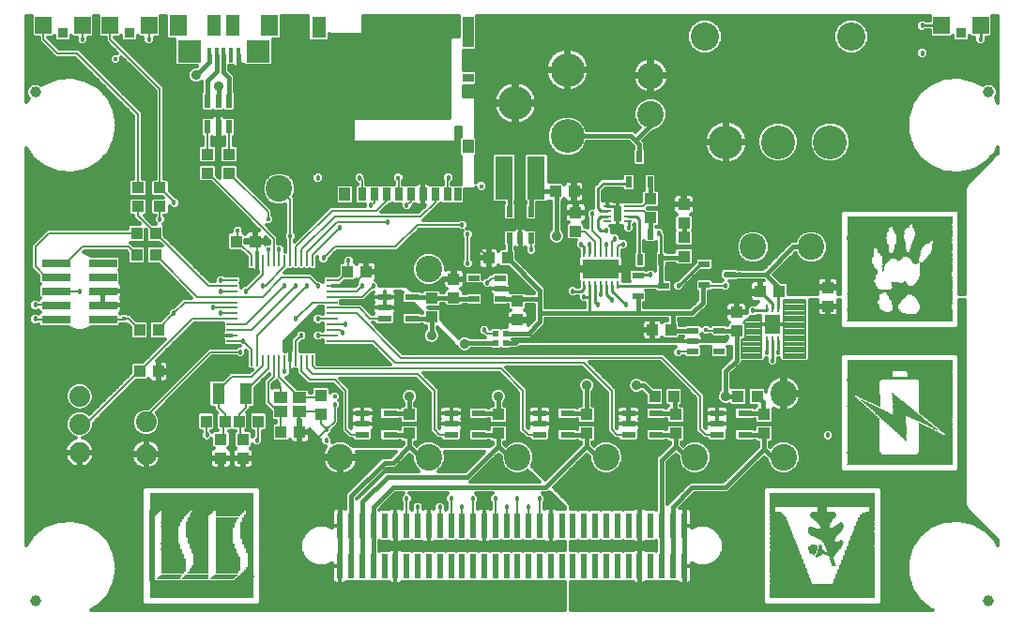
<source format=gtl>
G75*
G70*
%OFA0B0*%
%FSLAX24Y24*%
%IPPOS*%
%LPD*%
%AMOC8*
5,1,8,0,0,1.08239X$1,22.5*
%
%ADD10R,0.0512X0.0217*%
%ADD11R,0.0079X0.0394*%
%ADD12R,0.0394X0.0079*%
%ADD13R,0.0433X0.0394*%
%ADD14R,0.0394X0.0433*%
%ADD15R,0.0591X0.0591*%
%ADD16R,0.0354X0.0354*%
%ADD17C,0.0740*%
%ADD18R,0.0433X0.0748*%
%ADD19R,0.0472X0.0394*%
%ADD20C,0.0945*%
%ADD21R,0.0157X0.0531*%
%ADD22R,0.0630X0.0748*%
%ADD23R,0.0827X0.0787*%
%ADD24R,0.0472X0.0748*%
%ADD25R,0.0276X0.0472*%
%ADD26R,0.0394X0.0472*%
%ADD27R,0.0394X0.0315*%
%ADD28R,0.0394X0.1102*%
%ADD29R,0.0512X0.0748*%
%ADD30R,0.0236X0.0906*%
%ADD31R,0.0276X0.0098*%
%ADD32R,0.0252X0.0539*%
%ADD33R,0.0098X0.0276*%
%ADD34R,0.1299X0.0669*%
%ADD35R,0.0394X0.0217*%
%ADD36R,0.0193X0.0193*%
%ADD37R,0.0217X0.0394*%
%ADD38R,0.0531X0.0650*%
%ADD39R,0.0236X0.0472*%
%ADD40R,0.1000X0.0300*%
%ADD41R,0.0630X0.1535*%
%ADD42C,0.1200*%
%ADD43C,0.1005*%
%ADD44C,0.0394*%
%ADD45R,0.3696X0.0011*%
%ADD46R,0.3696X0.0011*%
%ADD47R,0.0175X0.0011*%
%ADD48R,0.0689X0.0011*%
%ADD49R,0.0175X0.0011*%
%ADD50R,0.0678X0.0011*%
%ADD51R,0.0667X0.0011*%
%ADD52R,0.0656X0.0011*%
%ADD53R,0.0798X0.0011*%
%ADD54R,0.0951X0.0011*%
%ADD55R,0.0809X0.0011*%
%ADD56R,0.0645X0.0011*%
%ADD57R,0.0787X0.0011*%
%ADD58R,0.0941X0.0011*%
%ADD59R,0.0809X0.0011*%
%ADD60R,0.0623X0.0011*%
%ADD61R,0.0930X0.0011*%
%ADD62R,0.0612X0.0011*%
%ADD63R,0.0919X0.0011*%
%ADD64R,0.0601X0.0011*%
%ADD65R,0.0776X0.0011*%
%ADD66R,0.0908X0.0011*%
%ADD67R,0.0591X0.0011*%
%ADD68R,0.0776X0.0011*%
%ADD69R,0.0897X0.0011*%
%ADD70R,0.0809X0.0011*%
%ADD71R,0.0580X0.0011*%
%ADD72R,0.0886X0.0011*%
%ADD73R,0.0798X0.0011*%
%ADD74R,0.0569X0.0011*%
%ADD75R,0.0875X0.0011*%
%ADD76R,0.0558X0.0011*%
%ADD77R,0.0766X0.0011*%
%ADD78R,0.0864X0.0011*%
%ADD79R,0.0536X0.0011*%
%ADD80R,0.0766X0.0011*%
%ADD81R,0.0853X0.0011*%
%ADD82R,0.0525X0.0011*%
%ADD83R,0.0766X0.0011*%
%ADD84R,0.0842X0.0011*%
%ADD85R,0.0514X0.0011*%
%ADD86R,0.0820X0.0011*%
%ADD87R,0.0503X0.0011*%
%ADD88R,0.0755X0.0011*%
%ADD89R,0.0492X0.0011*%
%ADD90R,0.0755X0.0011*%
%ADD91R,0.0481X0.0011*%
%ADD92R,0.0755X0.0011*%
%ADD93R,0.0470X0.0011*%
%ADD94R,0.0459X0.0011*%
%ADD95R,0.0448X0.0011*%
%ADD96R,0.0437X0.0011*%
%ADD97R,0.0416X0.0011*%
%ADD98R,0.0744X0.0011*%
%ADD99R,0.0405X0.0011*%
%ADD100R,0.0733X0.0011*%
%ADD101R,0.0394X0.0011*%
%ADD102R,0.0722X0.0011*%
%ADD103R,0.0809X0.0011*%
%ADD104R,0.0722X0.0011*%
%ADD105R,0.0383X0.0011*%
%ADD106R,0.0711X0.0011*%
%ADD107R,0.0372X0.0011*%
%ADD108R,0.0700X0.0011*%
%ADD109R,0.0361X0.0011*%
%ADD110R,0.0831X0.0011*%
%ADD111R,0.0689X0.0011*%
%ADD112R,0.0350X0.0011*%
%ADD113R,0.0678X0.0011*%
%ADD114R,0.0339X0.0011*%
%ADD115R,0.0842X0.0011*%
%ADD116R,0.0678X0.0011*%
%ADD117R,0.0831X0.0011*%
%ADD118R,0.0328X0.0011*%
%ADD119R,0.0667X0.0011*%
%ADD120R,0.0317X0.0011*%
%ADD121R,0.0853X0.0011*%
%ADD122R,0.0656X0.0011*%
%ADD123R,0.0306X0.0011*%
%ADD124R,0.0645X0.0011*%
%ADD125R,0.0853X0.0011*%
%ADD126R,0.0864X0.0011*%
%ADD127R,0.0295X0.0011*%
%ADD128R,0.0634X0.0011*%
%ADD129R,0.0284X0.0011*%
%ADD130R,0.0623X0.0011*%
%ADD131R,0.0273X0.0011*%
%ADD132R,0.0612X0.0011*%
%ADD133R,0.0262X0.0011*%
%ADD134R,0.0875X0.0011*%
%ADD135R,0.0601X0.0011*%
%ADD136R,0.0262X0.0011*%
%ADD137R,0.0252X0.0011*%
%ADD138R,0.0591X0.0011*%
%ADD139R,0.0241X0.0011*%
%ADD140R,0.0886X0.0011*%
%ADD141R,0.0580X0.0011*%
%ADD142R,0.0230X0.0011*%
%ADD143R,0.0569X0.0011*%
%ADD144R,0.0230X0.0011*%
%ADD145R,0.0219X0.0011*%
%ADD146R,0.0558X0.0011*%
%ADD147R,0.0208X0.0011*%
%ADD148R,0.0547X0.0011*%
%ADD149R,0.0897X0.0011*%
%ADD150R,0.0208X0.0011*%
%ADD151R,0.0547X0.0011*%
%ADD152R,0.0197X0.0011*%
%ADD153R,0.0525X0.0011*%
%ADD154R,0.0525X0.0011*%
%ADD155R,0.0186X0.0011*%
%ADD156R,0.0186X0.0011*%
%ADD157R,0.0514X0.0011*%
%ADD158R,0.0514X0.0011*%
%ADD159R,0.0175X0.0011*%
%ADD160R,0.0175X0.0011*%
%ADD161R,0.0503X0.0011*%
%ADD162R,0.0853X0.0011*%
%ADD163R,0.0820X0.0011*%
%ADD164R,0.0197X0.0011*%
%ADD165R,0.0776X0.0011*%
%ADD166R,0.0536X0.0011*%
%ADD167R,0.0558X0.0011*%
%ADD168R,0.0755X0.0011*%
%ADD169R,0.0733X0.0011*%
%ADD170R,0.0252X0.0011*%
%ADD171R,0.0580X0.0011*%
%ADD172R,0.0711X0.0011*%
%ADD173R,0.0711X0.0011*%
%ADD174R,0.0711X0.0011*%
%ADD175R,0.0273X0.0011*%
%ADD176R,0.0295X0.0011*%
%ADD177R,0.0623X0.0011*%
%ADD178R,0.0667X0.0011*%
%ADD179R,0.0317X0.0011*%
%ADD180R,0.0328X0.0011*%
%ADD181R,0.0656X0.0011*%
%ADD182R,0.0656X0.0011*%
%ADD183R,0.0339X0.0011*%
%ADD184R,0.0634X0.0011*%
%ADD185R,0.0361X0.0011*%
%ADD186R,0.0700X0.0011*%
%ADD187R,0.0372X0.0011*%
%ADD188R,0.0383X0.0011*%
%ADD189R,0.0612X0.0011*%
%ADD190R,0.0612X0.0011*%
%ADD191R,0.0394X0.0011*%
%ADD192R,0.0405X0.0011*%
%ADD193R,0.0416X0.0011*%
%ADD194R,0.0427X0.0011*%
%ADD195R,0.0744X0.0011*%
%ADD196R,0.0427X0.0011*%
%ADD197R,0.0766X0.0011*%
%ADD198R,0.0437X0.0011*%
%ADD199R,0.0459X0.0011*%
%ADD200R,0.0787X0.0011*%
%ADD201R,0.0470X0.0011*%
%ADD202R,0.0481X0.0011*%
%ADD203R,0.0492X0.0011*%
%ADD204R,0.0448X0.0011*%
%ADD205R,0.0186X0.0011*%
%ADD206R,0.0208X0.0011*%
%ADD207R,0.0219X0.0011*%
%ADD208R,0.0230X0.0011*%
%ADD209R,0.0908X0.0011*%
%ADD210R,0.0908X0.0011*%
%ADD211R,0.0262X0.0011*%
%ADD212R,0.0919X0.0011*%
%ADD213R,0.0284X0.0011*%
%ADD214R,0.0306X0.0011*%
%ADD215R,0.0951X0.0011*%
%ADD216R,0.0722X0.0011*%
%ADD217R,0.0951X0.0011*%
%ADD218R,0.0317X0.0011*%
%ADD219R,0.0962X0.0011*%
%ADD220R,0.0733X0.0011*%
%ADD221R,0.0328X0.0011*%
%ADD222R,0.0962X0.0011*%
%ADD223R,0.0973X0.0011*%
%ADD224R,0.0984X0.0011*%
%ADD225R,0.0995X0.0011*%
%ADD226R,0.0361X0.0011*%
%ADD227R,0.1006X0.0011*%
%ADD228R,0.0372X0.0011*%
%ADD229R,0.0383X0.0011*%
%ADD230R,0.0405X0.0011*%
%ADD231R,0.0011X0.0011*%
%ADD232R,0.0011X0.0011*%
%ADD233R,0.3718X0.0011*%
%ADD234R,0.3707X0.0011*%
%ADD235R,0.3718X0.0011*%
%ADD236R,0.3707X0.0011*%
%ADD237R,0.1487X0.0011*%
%ADD238R,0.1498X0.0011*%
%ADD239R,0.1476X0.0011*%
%ADD240R,0.1487X0.0011*%
%ADD241R,0.1476X0.0011*%
%ADD242R,0.1465X0.0011*%
%ADD243R,0.1454X0.0011*%
%ADD244R,0.1465X0.0011*%
%ADD245R,0.1444X0.0011*%
%ADD246R,0.1433X0.0011*%
%ADD247R,0.1444X0.0011*%
%ADD248R,0.1433X0.0011*%
%ADD249R,0.1422X0.0011*%
%ADD250R,0.1411X0.0011*%
%ADD251R,0.1422X0.0011*%
%ADD252R,0.1411X0.0011*%
%ADD253R,0.1400X0.0011*%
%ADD254R,0.1400X0.0011*%
%ADD255R,0.1389X0.0011*%
%ADD256R,0.1389X0.0011*%
%ADD257R,0.1378X0.0011*%
%ADD258R,0.1367X0.0011*%
%ADD259R,0.1378X0.0011*%
%ADD260R,0.1389X0.0011*%
%ADD261R,0.1367X0.0011*%
%ADD262R,0.1356X0.0011*%
%ADD263R,0.1345X0.0011*%
%ADD264R,0.1345X0.0011*%
%ADD265R,0.1345X0.0011*%
%ADD266R,0.1334X0.0011*%
%ADD267R,0.1323X0.0011*%
%ADD268R,0.1323X0.0011*%
%ADD269R,0.1312X0.0011*%
%ADD270R,0.1301X0.0011*%
%ADD271R,0.1312X0.0011*%
%ADD272R,0.1290X0.0011*%
%ADD273R,0.1301X0.0011*%
%ADD274R,0.1290X0.0011*%
%ADD275R,0.1280X0.0011*%
%ADD276R,0.1290X0.0011*%
%ADD277R,0.1269X0.0011*%
%ADD278R,0.1258X0.0011*%
%ADD279R,0.1258X0.0011*%
%ADD280R,0.1247X0.0011*%
%ADD281R,0.1247X0.0011*%
%ADD282R,0.1236X0.0011*%
%ADD283R,0.1247X0.0011*%
%ADD284R,0.0120X0.0011*%
%ADD285R,0.1236X0.0011*%
%ADD286R,0.0120X0.0011*%
%ADD287R,0.1225X0.0011*%
%ADD288R,0.1214X0.0011*%
%ADD289R,0.0109X0.0011*%
%ADD290R,0.0120X0.0011*%
%ADD291R,0.1225X0.0011*%
%ADD292R,0.1203X0.0011*%
%ADD293R,0.1203X0.0011*%
%ADD294R,0.1192X0.0011*%
%ADD295R,0.1192X0.0011*%
%ADD296R,0.0120X0.0011*%
%ADD297R,0.1192X0.0011*%
%ADD298R,0.0109X0.0011*%
%ADD299R,0.1181X0.0011*%
%ADD300R,0.1170X0.0011*%
%ADD301R,0.1170X0.0011*%
%ADD302R,0.1159X0.0011*%
%ADD303R,0.0131X0.0011*%
%ADD304R,0.1148X0.0011*%
%ADD305R,0.1159X0.0011*%
%ADD306R,0.0142X0.0011*%
%ADD307R,0.1148X0.0011*%
%ADD308R,0.0131X0.0011*%
%ADD309R,0.1126X0.0011*%
%ADD310R,0.1137X0.0011*%
%ADD311R,0.1126X0.0011*%
%ADD312R,0.0142X0.0011*%
%ADD313R,0.0153X0.0011*%
%ADD314R,0.1115X0.0011*%
%ADD315R,0.0164X0.0011*%
%ADD316R,0.1105X0.0011*%
%ADD317R,0.0033X0.0011*%
%ADD318R,0.0011X0.0011*%
%ADD319R,0.0164X0.0011*%
%ADD320R,0.1115X0.0011*%
%ADD321R,0.0077X0.0011*%
%ADD322R,0.1105X0.0011*%
%ADD323R,0.0087X0.0011*%
%ADD324R,0.0208X0.0011*%
%ADD325R,0.1083X0.0011*%
%ADD326R,0.0241X0.0011*%
%ADD327R,0.1094X0.0011*%
%ADD328R,0.0153X0.0011*%
%ADD329R,0.1094X0.0011*%
%ADD330R,0.1072X0.0011*%
%ADD331R,0.0033X0.0011*%
%ADD332R,0.1083X0.0011*%
%ADD333R,0.0098X0.0011*%
%ADD334R,0.1072X0.0011*%
%ADD335R,0.1061X0.0011*%
%ADD336R,0.0098X0.0011*%
%ADD337R,0.1039X0.0011*%
%ADD338R,0.0219X0.0011*%
%ADD339R,0.1061X0.0011*%
%ADD340R,0.1050X0.0011*%
%ADD341R,0.1039X0.0011*%
%ADD342R,0.1050X0.0011*%
%ADD343R,0.0273X0.0011*%
%ADD344R,0.1028X0.0011*%
%ADD345R,0.0350X0.0011*%
%ADD346R,0.1039X0.0011*%
%ADD347R,0.0372X0.0011*%
%ADD348R,0.1028X0.0011*%
%ADD349R,0.1017X0.0011*%
%ADD350R,0.1039X0.0011*%
%ADD351R,0.1017X0.0011*%
%ADD352R,0.0306X0.0011*%
%ADD353R,0.0426X0.0011*%
%ADD354R,0.0995X0.0011*%
%ADD355R,0.1006X0.0011*%
%ADD356R,0.0973X0.0011*%
%ADD357R,0.0317X0.0011*%
%ADD358R,0.0066X0.0011*%
%ADD359R,0.0055X0.0011*%
%ADD360R,0.0951X0.0011*%
%ADD361R,0.0940X0.0011*%
%ADD362R,0.0940X0.0011*%
%ADD363R,0.0930X0.0011*%
%ADD364R,0.0164X0.0011*%
%ADD365R,0.0153X0.0011*%
%ADD366R,0.0897X0.0011*%
%ADD367R,0.0470X0.0011*%
%ADD368R,0.0077X0.0011*%
%ADD369R,0.0011X0.0011*%
%ADD370R,0.0481X0.0011*%
%ADD371R,0.0667X0.0011*%
%ADD372R,0.0842X0.0011*%
%ADD373R,0.0798X0.0011*%
%ADD374R,0.0798X0.0011*%
%ADD375R,0.0973X0.0011*%
%ADD376R,0.1061X0.0011*%
%ADD377R,0.1061X0.0011*%
%ADD378R,0.1159X0.0011*%
%ADD379R,0.0744X0.0011*%
%ADD380R,0.1203X0.0011*%
%ADD381R,0.1214X0.0011*%
%ADD382R,0.1214X0.0011*%
%ADD383R,0.0186X0.0011*%
%ADD384R,0.0361X0.0011*%
%ADD385R,0.0339X0.0011*%
%ADD386R,0.0700X0.0011*%
%ADD387R,0.0339X0.0011*%
%ADD388R,0.0700X0.0011*%
%ADD389R,0.0230X0.0011*%
%ADD390R,0.0405X0.0011*%
%ADD391R,0.0645X0.0011*%
%ADD392R,0.0426X0.0011*%
%ADD393R,0.0645X0.0011*%
%ADD394R,0.0514X0.0011*%
%ADD395R,0.0601X0.0011*%
%ADD396R,0.0678X0.0011*%
%ADD397R,0.0569X0.0011*%
%ADD398R,0.0547X0.0011*%
%ADD399R,0.0547X0.0011*%
%ADD400R,0.0864X0.0011*%
%ADD401R,0.0503X0.0011*%
%ADD402R,0.0503X0.0011*%
%ADD403R,0.0459X0.0011*%
%ADD404R,0.0448X0.0011*%
%ADD405R,0.0383X0.0011*%
%ADD406R,0.0350X0.0011*%
%ADD407R,0.0350X0.0011*%
%ADD408R,0.3707X0.0011*%
%ADD409R,0.2067X0.0011*%
%ADD410R,0.2045X0.0011*%
%ADD411R,0.1979X0.0011*%
%ADD412R,0.1979X0.0011*%
%ADD413R,0.1936X0.0011*%
%ADD414R,0.1936X0.0011*%
%ADD415R,0.1345X0.0011*%
%ADD416R,0.0284X0.0011*%
%ADD417R,0.1181X0.0011*%
%ADD418R,0.1148X0.0011*%
%ADD419R,0.1094X0.0011*%
%ADD420R,0.0241X0.0011*%
%ADD421R,0.0241X0.0011*%
%ADD422R,0.0273X0.0011*%
%ADD423R,0.1214X0.0011*%
%ADD424R,0.1094X0.0011*%
%ADD425R,0.1269X0.0011*%
%ADD426R,0.1509X0.0011*%
%ADD427R,0.2329X0.0011*%
%ADD428R,0.2340X0.0011*%
%ADD429R,0.2351X0.0011*%
%ADD430R,0.2384X0.0011*%
%ADD431R,0.2275X0.0011*%
%ADD432R,0.2220X0.0011*%
%ADD433R,0.2209X0.0011*%
%ADD434R,0.2176X0.0011*%
%ADD435R,0.2165X0.0011*%
%ADD436R,0.2154X0.0011*%
%ADD437R,0.2143X0.0011*%
%ADD438R,0.2133X0.0011*%
%ADD439R,0.2143X0.0011*%
%ADD440R,0.2133X0.0011*%
%ADD441R,0.0995X0.0011*%
%ADD442R,0.0558X0.0011*%
%ADD443R,0.1280X0.0011*%
%ADD444R,0.0941X0.0011*%
%ADD445R,0.0984X0.0011*%
%ADD446R,0.1050X0.0011*%
%ADD447R,0.1137X0.0011*%
%ADD448R,0.0044X0.0011*%
%ADD449R,0.1050X0.0011*%
%ADD450R,0.0055X0.0011*%
%ADD451R,0.0066X0.0011*%
%ADD452R,0.0077X0.0011*%
%ADD453R,0.0087X0.0011*%
%ADD454R,0.0033X0.0011*%
%ADD455R,0.1356X0.0011*%
%ADD456R,0.1367X0.0011*%
%ADD457R,0.0995X0.0011*%
%ADD458R,0.0459X0.0011*%
%ADD459R,0.0744X0.0011*%
%ADD460R,0.0448X0.0011*%
%ADD461R,0.0416X0.0011*%
%ADD462R,0.0416X0.0011*%
%ADD463R,0.1444X0.0011*%
%ADD464R,0.1454X0.0011*%
%ADD465R,0.0492X0.0011*%
%ADD466R,0.0525X0.0011*%
%ADD467R,0.0601X0.0011*%
%ADD468R,0.1356X0.0011*%
%ADD469R,0.1334X0.0011*%
%ADD470R,0.0251X0.0011*%
%ADD471R,0.0251X0.0011*%
%ADD472R,0.0328X0.0011*%
%ADD473R,0.1487X0.0011*%
%ADD474R,0.1498X0.0011*%
%ADD475R,0.0536X0.0011*%
%ADD476R,0.1520X0.0011*%
%ADD477R,0.1542X0.0011*%
%ADD478R,0.2187X0.0011*%
%ADD479R,0.2198X0.0011*%
%ADD480R,0.2220X0.0011*%
%ADD481R,0.2209X0.0011*%
%ADD482R,0.2242X0.0011*%
%ADD483R,0.2264X0.0011*%
%ADD484R,0.0022X0.0011*%
%ADD485R,0.0044X0.0011*%
%ADD486R,0.0109X0.0011*%
%ADD487R,0.0164X0.0011*%
%ADD488R,0.0864X0.0011*%
%ADD489R,0.0820X0.0011*%
%ADD490R,0.0262X0.0011*%
%ADD491R,0.0306X0.0011*%
%ADD492R,0.0022X0.0011*%
%ADD493R,0.0295X0.0011*%
%ADD494R,0.0908X0.0011*%
%ADD495R,0.0470X0.0011*%
%ADD496R,0.0897X0.0011*%
%ADD497R,0.0066X0.0011*%
%ADD498R,0.0077X0.0011*%
%ADD499R,0.0055X0.0011*%
%ADD500R,0.0142X0.0011*%
%ADD501R,0.0088X0.0011*%
%ADD502R,0.0033X0.0011*%
%ADD503R,0.1575X0.0011*%
%ADD504R,0.1597X0.0011*%
%ADD505R,0.1586X0.0011*%
%ADD506R,0.1575X0.0011*%
%ADD507R,0.1597X0.0011*%
%ADD508R,0.1586X0.0011*%
%ADD509R,0.1586X0.0011*%
%ADD510R,0.1608X0.0011*%
%ADD511R,0.1619X0.0011*%
%ADD512R,0.1619X0.0011*%
%ADD513R,0.1629X0.0011*%
%ADD514R,0.1629X0.0011*%
%ADD515R,0.1651X0.0011*%
%ADD516R,0.1662X0.0011*%
%ADD517C,0.0100*%
%ADD518C,0.0080*%
%ADD519C,0.0160*%
%ADD520C,0.0172*%
%ADD521C,0.0354*%
%ADD522C,0.0180*%
%ADD523C,0.0120*%
%ADD524C,0.0180*%
D10*
X012563Y006874D03*
X012563Y007248D03*
X012563Y007622D03*
X013547Y007622D03*
X013547Y006874D03*
X015712Y006874D03*
X015712Y007248D03*
X015712Y007622D03*
X016697Y007622D03*
X016697Y006874D03*
X018862Y006874D03*
X018862Y007248D03*
X018862Y007622D03*
X019846Y007622D03*
X019846Y006874D03*
X022012Y006874D03*
X022012Y007248D03*
X022012Y007622D03*
X022996Y007622D03*
X022996Y006874D03*
X025161Y006874D03*
X025161Y007248D03*
X025161Y007622D03*
X026146Y007622D03*
X026146Y006874D03*
X014334Y011008D03*
X014334Y011756D03*
X013350Y011756D03*
X013350Y011382D03*
X013350Y011008D03*
D11*
X010791Y009512D03*
X010594Y009512D03*
X010397Y009512D03*
X010201Y009512D03*
X010004Y009512D03*
X009807Y009512D03*
X009610Y009512D03*
X009413Y009512D03*
X009216Y009512D03*
X009020Y009512D03*
X008823Y009512D03*
X008626Y009512D03*
X008626Y013055D03*
X008823Y013055D03*
X009020Y013055D03*
X009216Y013055D03*
X009413Y013055D03*
X009610Y013055D03*
X009807Y013055D03*
X010004Y013055D03*
X010201Y013055D03*
X010397Y013055D03*
X010594Y013055D03*
X010791Y013055D03*
D12*
X011480Y012366D03*
X011480Y012169D03*
X011480Y011972D03*
X011480Y011775D03*
X011480Y011579D03*
X011480Y011382D03*
X011480Y011185D03*
X011480Y010988D03*
X011480Y010791D03*
X011480Y010594D03*
X011480Y010397D03*
X011480Y010201D03*
X007937Y010201D03*
X007937Y010397D03*
X007937Y010594D03*
X007937Y010791D03*
X007937Y010988D03*
X007937Y011185D03*
X007937Y011382D03*
X007937Y011579D03*
X007937Y011775D03*
X007937Y011972D03*
X007937Y012169D03*
X007937Y012366D03*
D13*
X005378Y014984D03*
X005378Y015653D03*
X004590Y015653D03*
X004590Y014984D03*
X007051Y016165D03*
X007051Y016834D03*
X007838Y016834D03*
X007838Y016165D03*
X015023Y011716D03*
X015811Y011736D03*
X015811Y012405D03*
X015023Y011047D03*
X018075Y010949D03*
X018075Y011618D03*
X020142Y014098D03*
X020142Y014768D03*
X022799Y014590D03*
X022799Y015260D03*
X023980Y015063D03*
X023980Y014394D03*
X023980Y013882D03*
X023980Y013212D03*
X025850Y011224D03*
X025850Y010555D03*
X029098Y011441D03*
X029098Y012110D03*
X026834Y007583D03*
X026834Y006913D03*
X023685Y006913D03*
X023685Y007583D03*
X020535Y007583D03*
X020535Y006913D03*
X017386Y006913D03*
X017386Y007583D03*
X014236Y007583D03*
X014236Y006913D03*
X011086Y007602D03*
X011086Y008271D03*
X008331Y006697D03*
X008331Y006027D03*
X007543Y006027D03*
X007543Y006697D03*
D14*
X007681Y007346D03*
X008193Y007346D03*
X008862Y007346D03*
X009669Y006953D03*
X010338Y006953D03*
X007012Y007346D03*
X005319Y009118D03*
X004649Y009118D03*
X004649Y010594D03*
X005319Y010594D03*
X005220Y013252D03*
X004551Y013252D03*
X004551Y014039D03*
X005220Y014039D03*
X008094Y013744D03*
X008764Y013744D03*
X012031Y012661D03*
X012701Y012661D03*
X017051Y013153D03*
X017720Y013153D03*
X019413Y015516D03*
X020083Y015516D03*
X026697Y011972D03*
X027366Y011972D03*
X023527Y010594D03*
X022858Y010594D03*
X022957Y008232D03*
X023626Y008232D03*
X025909Y008232D03*
X026579Y008232D03*
D15*
X033134Y021421D03*
X034512Y021421D03*
X004984Y021421D03*
X003606Y021421D03*
X002622Y021421D03*
X001244Y021421D03*
D16*
X001933Y021165D03*
X004295Y021165D03*
X033823Y021165D03*
D17*
X004886Y007318D03*
X004886Y006178D03*
X002523Y006232D03*
X002523Y007232D03*
X002523Y008232D03*
D18*
X007445Y008331D03*
X008429Y008331D03*
D19*
X009669Y008193D03*
X010338Y008193D03*
X010338Y007681D03*
X009669Y007681D03*
D20*
X011775Y006067D03*
X014925Y006067D03*
X018075Y006067D03*
X021224Y006067D03*
X024374Y006067D03*
X027523Y006067D03*
X027523Y008331D03*
X028508Y013547D03*
X026441Y013547D03*
X022799Y018271D03*
X022799Y019641D03*
X014925Y012760D03*
X009610Y015614D03*
D21*
X008153Y020368D03*
X007897Y020368D03*
X007642Y020368D03*
X007386Y020368D03*
X007130Y020368D03*
D22*
X006027Y021421D03*
X009256Y021421D03*
D23*
X008862Y020496D03*
X006421Y020496D03*
D24*
X007307Y021421D03*
X007976Y021421D03*
D25*
X012547Y015421D03*
X012980Y015421D03*
X013413Y015421D03*
X013846Y015421D03*
X014279Y015421D03*
X014712Y015421D03*
X015146Y015421D03*
X015579Y015421D03*
X015953Y015421D03*
D26*
X016327Y017114D03*
X011937Y015421D03*
D27*
X016327Y019555D03*
D28*
X016327Y021189D03*
D29*
X011012Y021366D03*
D30*
X011775Y003646D03*
X012169Y003646D03*
X012563Y003646D03*
X012957Y003646D03*
X013350Y003646D03*
X013744Y003646D03*
X014138Y003646D03*
X014531Y003646D03*
X014925Y003646D03*
X015319Y003646D03*
X015712Y003646D03*
X016106Y003646D03*
X016500Y003646D03*
X016894Y003646D03*
X017287Y003646D03*
X017681Y003646D03*
X018075Y003646D03*
X018468Y003646D03*
X018862Y003646D03*
X019256Y003646D03*
X019649Y003646D03*
X020043Y003646D03*
X020437Y003646D03*
X020831Y003646D03*
X021224Y003646D03*
X021618Y003646D03*
X022012Y003646D03*
X022405Y003646D03*
X022799Y003646D03*
X023193Y003646D03*
X023586Y003646D03*
X023980Y003646D03*
X023980Y002189D03*
X023586Y002189D03*
X023193Y002189D03*
X022799Y002189D03*
X022405Y002189D03*
X022012Y002189D03*
X021618Y002189D03*
X021224Y002189D03*
X020831Y002189D03*
X020437Y002189D03*
X020043Y002189D03*
X019649Y002189D03*
X019256Y002189D03*
X018862Y002189D03*
X018468Y002189D03*
X018075Y002189D03*
X017681Y002189D03*
X017287Y002189D03*
X016894Y002189D03*
X016500Y002189D03*
X016106Y002189D03*
X015712Y002189D03*
X015319Y002189D03*
X014925Y002189D03*
X014531Y002189D03*
X014138Y002189D03*
X013744Y002189D03*
X013350Y002189D03*
X012957Y002189D03*
X012563Y002189D03*
X012169Y002189D03*
X011775Y002189D03*
D31*
X021254Y014462D03*
X021254Y014640D03*
X021254Y014817D03*
X021254Y014994D03*
X021982Y014994D03*
X021982Y014817D03*
X021982Y014640D03*
X021982Y014462D03*
D32*
X021618Y014728D03*
D33*
X021618Y013331D03*
X021421Y013331D03*
X021224Y013331D03*
X021027Y013331D03*
X020831Y013331D03*
X020634Y013331D03*
X020437Y013331D03*
X020437Y012189D03*
X020634Y012189D03*
X020831Y012189D03*
X021027Y012189D03*
X021224Y012189D03*
X021421Y012189D03*
X021618Y012189D03*
X026933Y011352D03*
X027130Y011352D03*
X027327Y011352D03*
X027327Y010230D03*
X027130Y010230D03*
X026933Y010230D03*
D34*
X021027Y012760D03*
D35*
X022346Y012543D03*
X022346Y011795D03*
X023252Y012169D03*
X024709Y012189D03*
X025614Y012563D03*
X024709Y012937D03*
X024295Y010575D03*
X024295Y010201D03*
X024295Y009827D03*
X025240Y009827D03*
X025240Y010575D03*
X017464Y011697D03*
X017464Y012071D03*
X017464Y012445D03*
X016520Y012445D03*
X016520Y011697D03*
D36*
X017305Y010478D03*
X017663Y010478D03*
X017663Y010120D03*
X017305Y010120D03*
D37*
X022425Y013094D03*
X023173Y013094D03*
X022799Y014000D03*
X022779Y015850D03*
X022031Y015850D03*
X022405Y016756D03*
X018547Y014807D03*
X017799Y014807D03*
X017799Y013862D03*
X018173Y013862D03*
X018547Y013862D03*
D38*
X027130Y010791D03*
D39*
X007819Y017819D03*
X007445Y017819D03*
X007071Y017819D03*
X007071Y018724D03*
X007445Y018724D03*
X007819Y018724D03*
D40*
X003358Y012972D03*
X003358Y012472D03*
X003358Y011972D03*
X003358Y011472D03*
X003358Y010972D03*
X001688Y010972D03*
X001688Y011472D03*
X001688Y011972D03*
X001688Y012472D03*
X001688Y012972D03*
D41*
X017602Y016008D03*
X018744Y016008D03*
D42*
X019846Y017484D03*
X017996Y018665D03*
X019846Y019846D03*
X025476Y017275D03*
X027327Y017275D03*
X029177Y017275D03*
D43*
X029925Y021027D03*
X024728Y021027D03*
D44*
X000949Y000949D03*
X000949Y019059D03*
X034807Y019059D03*
X034807Y000949D03*
D45*
X006849Y001069D03*
X006849Y001124D03*
X006849Y001167D03*
X006849Y001222D03*
X006849Y001277D03*
X006849Y001320D03*
X006849Y001375D03*
X006849Y001419D03*
X006849Y001474D03*
X006849Y001517D03*
X006849Y001572D03*
X006849Y001616D03*
X006849Y004175D03*
X006849Y004229D03*
X006849Y004273D03*
X006849Y004328D03*
X006849Y004372D03*
X006849Y004426D03*
X006849Y004470D03*
X006849Y004525D03*
X006849Y004569D03*
X006849Y004623D03*
X006849Y004667D03*
X006849Y004722D03*
D46*
X006849Y004733D03*
X006849Y004744D03*
X006849Y004754D03*
X006849Y004711D03*
X006849Y004700D03*
X006849Y004689D03*
X006849Y004678D03*
X006849Y004656D03*
X006849Y004645D03*
X006849Y004634D03*
X006849Y004612D03*
X006849Y004601D03*
X006849Y004590D03*
X006849Y004579D03*
X006849Y004558D03*
X006849Y004547D03*
X006849Y004536D03*
X006849Y004514D03*
X006849Y004503D03*
X006849Y004492D03*
X006849Y004481D03*
X006849Y004459D03*
X006849Y004448D03*
X006849Y004437D03*
X006849Y004415D03*
X006849Y004404D03*
X006849Y004394D03*
X006849Y004383D03*
X006849Y004361D03*
X006849Y004350D03*
X006849Y004339D03*
X006849Y004317D03*
X006849Y004306D03*
X006849Y004295D03*
X006849Y004284D03*
X006849Y004262D03*
X006849Y004251D03*
X006849Y004240D03*
X006849Y004219D03*
X006849Y004208D03*
X006849Y004197D03*
X006849Y004186D03*
X006849Y001660D03*
X006849Y001649D03*
X006849Y001638D03*
X006849Y001627D03*
X006849Y001605D03*
X006849Y001594D03*
X006849Y001583D03*
X006849Y001561D03*
X006849Y001550D03*
X006849Y001539D03*
X006849Y001528D03*
X006849Y001506D03*
X006849Y001495D03*
X006849Y001485D03*
X006849Y001463D03*
X006849Y001452D03*
X006849Y001441D03*
X006849Y001430D03*
X006849Y001408D03*
X006849Y001397D03*
X006849Y001386D03*
X006849Y001364D03*
X006849Y001353D03*
X006849Y001342D03*
X006849Y001331D03*
X006849Y001310D03*
X006849Y001299D03*
X006849Y001288D03*
X006849Y001266D03*
X006849Y001255D03*
X006849Y001244D03*
X006849Y001233D03*
X006849Y001211D03*
X006849Y001200D03*
X006849Y001189D03*
X006849Y001178D03*
X006849Y001156D03*
X006849Y001146D03*
X006849Y001135D03*
X006849Y001113D03*
X006849Y001102D03*
X006849Y001091D03*
X006849Y001080D03*
D47*
X005088Y001670D03*
X005088Y001714D03*
X005088Y001758D03*
X005088Y001813D03*
X005088Y001856D03*
X005088Y001911D03*
X005088Y001955D03*
X005088Y002009D03*
X005088Y002053D03*
X005088Y002108D03*
X005088Y002152D03*
X005088Y002206D03*
X005088Y002261D03*
X005088Y002305D03*
X005088Y002359D03*
X005088Y002403D03*
X005088Y002458D03*
X005088Y002502D03*
X005088Y002556D03*
X005088Y002600D03*
X005088Y002655D03*
X005088Y002698D03*
X005088Y002753D03*
X005088Y002797D03*
X005088Y002852D03*
X005088Y002895D03*
X005088Y002950D03*
X005088Y002994D03*
X005088Y003048D03*
X005088Y003092D03*
X005088Y003147D03*
X005088Y003191D03*
X005088Y003245D03*
X005088Y003289D03*
X005088Y003344D03*
X005088Y003387D03*
X005088Y003442D03*
X005088Y003486D03*
X005088Y003541D03*
X005088Y003584D03*
X005088Y003639D03*
X005088Y003683D03*
X005088Y003737D03*
X005088Y003781D03*
X005088Y003836D03*
X005088Y003880D03*
X005088Y003934D03*
X028754Y002556D03*
X028841Y002753D03*
X031608Y013088D03*
D48*
X033166Y013678D03*
X033166Y013722D03*
X031515Y007281D03*
X027381Y003584D03*
X029295Y002994D03*
X008352Y001670D03*
X007707Y002797D03*
X005771Y002797D03*
D49*
X005088Y002808D03*
X005088Y002819D03*
X005088Y002830D03*
X005088Y002841D03*
X005088Y002862D03*
X005088Y002873D03*
X005088Y002884D03*
X005088Y002906D03*
X005088Y002917D03*
X005088Y002928D03*
X005088Y002939D03*
X005088Y002961D03*
X005088Y002972D03*
X005088Y002983D03*
X005088Y003005D03*
X005088Y003016D03*
X005088Y003027D03*
X005088Y003037D03*
X005088Y003059D03*
X005088Y003070D03*
X005088Y003081D03*
X005088Y003103D03*
X005088Y003114D03*
X005088Y003125D03*
X005088Y003136D03*
X005088Y003158D03*
X005088Y003169D03*
X005088Y003180D03*
X005088Y003201D03*
X005088Y003212D03*
X005088Y003223D03*
X005088Y003234D03*
X005088Y003256D03*
X005088Y003267D03*
X005088Y003278D03*
X005088Y003300D03*
X005088Y003311D03*
X005088Y003322D03*
X005088Y003333D03*
X005088Y003355D03*
X005088Y003366D03*
X005088Y003376D03*
X005088Y003398D03*
X005088Y003409D03*
X005088Y003420D03*
X005088Y003431D03*
X005088Y003453D03*
X005088Y003464D03*
X005088Y003475D03*
X005088Y003497D03*
X005088Y003508D03*
X005088Y003519D03*
X005088Y003530D03*
X005088Y003551D03*
X005088Y003562D03*
X005088Y003573D03*
X005088Y003595D03*
X005088Y003606D03*
X005088Y003617D03*
X005088Y003628D03*
X005088Y003650D03*
X005088Y003661D03*
X005088Y003672D03*
X005088Y003694D03*
X005088Y003705D03*
X005088Y003716D03*
X005088Y003726D03*
X005088Y003748D03*
X005088Y003759D03*
X005088Y003770D03*
X005088Y003792D03*
X005088Y003803D03*
X005088Y003814D03*
X005088Y003825D03*
X005088Y003847D03*
X005088Y003858D03*
X005088Y003869D03*
X005088Y003890D03*
X005088Y003901D03*
X005088Y003912D03*
X005088Y003923D03*
X005088Y003945D03*
X005088Y002786D03*
X005088Y002775D03*
X005088Y002764D03*
X005088Y002742D03*
X005088Y002731D03*
X005088Y002720D03*
X005088Y002709D03*
X005088Y002688D03*
X005088Y002677D03*
X005088Y002666D03*
X005088Y002644D03*
X005088Y002633D03*
X005088Y002622D03*
X005088Y002611D03*
X005088Y002589D03*
X005088Y002578D03*
X005088Y002567D03*
X005088Y002545D03*
X005088Y002534D03*
X005088Y002523D03*
X005088Y002513D03*
X005088Y002491D03*
X005088Y002480D03*
X005088Y002469D03*
X005088Y002447D03*
X005088Y002436D03*
X005088Y002425D03*
X005088Y002414D03*
X005088Y002392D03*
X005088Y002381D03*
X005088Y002370D03*
X005088Y002349D03*
X005088Y002338D03*
X005088Y002327D03*
X005088Y002316D03*
X005088Y002294D03*
X005088Y002283D03*
X005088Y002272D03*
X005088Y002250D03*
X005088Y002239D03*
X005088Y002228D03*
X005088Y002217D03*
X005088Y002195D03*
X005088Y002184D03*
X005088Y002174D03*
X005088Y002163D03*
X005088Y002141D03*
X005088Y002130D03*
X005088Y002119D03*
X005088Y002097D03*
X005088Y002086D03*
X005088Y002075D03*
X005088Y002064D03*
X005088Y002042D03*
X005088Y002031D03*
X005088Y002020D03*
X005088Y001999D03*
X005088Y001988D03*
X005088Y001977D03*
X005088Y001966D03*
X005088Y001944D03*
X005088Y001933D03*
X005088Y001922D03*
X005088Y001900D03*
X005088Y001889D03*
X005088Y001878D03*
X005088Y001867D03*
X005088Y001845D03*
X005088Y001834D03*
X005088Y001824D03*
X005088Y001802D03*
X005088Y001791D03*
X005088Y001780D03*
X005088Y001769D03*
X005088Y001747D03*
X005088Y001736D03*
X005088Y001725D03*
X005088Y001703D03*
X005088Y001692D03*
X005088Y001681D03*
X028765Y002578D03*
X029541Y003661D03*
D50*
X008358Y001681D03*
X006783Y003989D03*
D51*
X008363Y001692D03*
X028923Y003825D03*
X029033Y002622D03*
X031526Y007259D03*
D52*
X031532Y007248D03*
X027365Y003694D03*
X032461Y013766D03*
X008369Y001703D03*
X005755Y002884D03*
X005755Y002906D03*
X005755Y003650D03*
D53*
X005826Y003880D03*
X006690Y003584D03*
X006690Y003387D03*
X006690Y003344D03*
X005826Y002556D03*
X006690Y001856D03*
X007674Y001813D03*
X007762Y002556D03*
X005662Y001714D03*
X027436Y003344D03*
X029000Y003245D03*
X030192Y007718D03*
X031417Y013186D03*
D54*
X030279Y013481D03*
X033035Y013088D03*
X030279Y007576D03*
X027523Y002895D03*
X006614Y001714D03*
D55*
X007570Y001714D03*
X007614Y001758D03*
X007767Y001955D03*
X006685Y003442D03*
X006685Y003486D03*
X006685Y003541D03*
X030350Y003289D03*
D56*
X027370Y003683D03*
X027359Y003737D03*
X031548Y007226D03*
X031745Y007773D03*
X008374Y001714D03*
X006767Y002053D03*
X006767Y002852D03*
D57*
X006696Y003278D03*
X006696Y003300D03*
X006696Y003311D03*
X006696Y003322D03*
X006696Y003650D03*
X006696Y003661D03*
X006696Y003672D03*
X005821Y003869D03*
X005821Y002578D03*
X005821Y002567D03*
X005821Y001922D03*
X005689Y001747D03*
X005679Y001736D03*
X005668Y001725D03*
X006696Y001867D03*
X007702Y001834D03*
X007713Y001845D03*
X007756Y002578D03*
X007756Y003890D03*
X027441Y003311D03*
X029005Y003234D03*
X030361Y003366D03*
X030558Y008221D03*
X033117Y013274D03*
D58*
X030274Y013460D03*
X030263Y013361D03*
X030263Y013317D03*
X030263Y013296D03*
X030263Y013274D03*
X030274Y012322D03*
X030274Y012279D03*
X031389Y007510D03*
X027518Y002917D03*
X007833Y004055D03*
X005897Y004055D03*
X006619Y001725D03*
D59*
X007581Y001725D03*
X007592Y001736D03*
X007603Y001747D03*
X005832Y002513D03*
X005832Y002523D03*
X005832Y003890D03*
X005832Y003901D03*
X031455Y007390D03*
X032745Y006865D03*
D60*
X031559Y007204D03*
X031559Y011775D03*
X029295Y002906D03*
X008385Y001725D03*
D61*
X006624Y001736D03*
X005892Y004044D03*
X007827Y004044D03*
X027502Y002972D03*
X027513Y002961D03*
X027513Y002939D03*
X028923Y004000D03*
X030290Y002983D03*
X030290Y002961D03*
X033046Y007445D03*
X031395Y007499D03*
X030257Y007609D03*
X030268Y012803D03*
X030257Y012814D03*
X030257Y013252D03*
X030268Y013263D03*
X030268Y013306D03*
X030268Y013350D03*
X030268Y013372D03*
X030268Y013394D03*
X030268Y013416D03*
X030268Y013438D03*
X033046Y013110D03*
D62*
X008391Y001736D03*
X005733Y003037D03*
X005733Y003059D03*
X005733Y003070D03*
X005733Y003508D03*
X005733Y003519D03*
X005733Y003530D03*
D63*
X006630Y001747D03*
X027496Y003016D03*
X027507Y002983D03*
X028918Y004011D03*
X028918Y004022D03*
X030296Y003016D03*
X030296Y003005D03*
X033052Y007434D03*
X030263Y007598D03*
X030263Y012825D03*
X033052Y013121D03*
D64*
X032412Y013711D03*
X032401Y013700D03*
X032390Y013689D03*
X031559Y011764D03*
X030093Y007893D03*
X031559Y007193D03*
X032642Y006964D03*
X027338Y003825D03*
X029055Y003180D03*
X008396Y001747D03*
X007663Y003103D03*
X007663Y003114D03*
X007663Y003125D03*
X007663Y003136D03*
X007663Y003158D03*
X007663Y003398D03*
X007663Y003409D03*
X007663Y003420D03*
X007663Y003431D03*
X007663Y003453D03*
X007663Y003464D03*
X006789Y002764D03*
X005728Y003081D03*
X005728Y003103D03*
X005728Y003114D03*
X005728Y003125D03*
X005728Y003136D03*
X005728Y003453D03*
X005728Y003464D03*
X005728Y003475D03*
X005728Y003497D03*
X006789Y002119D03*
D65*
X007718Y001856D03*
X005695Y001758D03*
X028923Y003880D03*
D66*
X030301Y003048D03*
X033057Y007423D03*
X033057Y013131D03*
X030247Y013186D03*
X006635Y001758D03*
D67*
X005722Y003147D03*
X005722Y003191D03*
X005722Y003245D03*
X005722Y003344D03*
X005722Y003387D03*
X005722Y003442D03*
X007658Y003387D03*
X007658Y003344D03*
X007658Y003289D03*
X007658Y003245D03*
X007658Y003191D03*
X008402Y001758D03*
X030460Y003836D03*
X031575Y007182D03*
X031717Y007817D03*
D68*
X031810Y007663D03*
X033123Y007314D03*
X030192Y007729D03*
X030181Y007740D03*
X030367Y003376D03*
X030367Y003355D03*
X027436Y003355D03*
X027425Y003366D03*
X027436Y003333D03*
X007751Y003869D03*
X006701Y003716D03*
X006701Y003705D03*
X006701Y003694D03*
X006701Y003267D03*
X006701Y003256D03*
X006701Y003234D03*
X005815Y003847D03*
X005815Y003858D03*
X005815Y002589D03*
X005728Y001791D03*
X005717Y001780D03*
X005706Y001769D03*
X007729Y001867D03*
X007751Y002589D03*
D69*
X007811Y002327D03*
X007811Y002316D03*
X007811Y002294D03*
X007811Y002283D03*
X007811Y002272D03*
X007811Y002250D03*
X007811Y002239D03*
X007811Y002228D03*
X007811Y002217D03*
X006641Y001769D03*
X005875Y004011D03*
X007811Y004011D03*
X007811Y004000D03*
D70*
X007767Y003912D03*
X006685Y003551D03*
X006685Y003530D03*
X006685Y003519D03*
X006685Y003508D03*
X006685Y003497D03*
X006685Y003475D03*
X006685Y003464D03*
X006685Y003453D03*
X006685Y003431D03*
X006685Y003420D03*
X007767Y002545D03*
X007767Y002534D03*
X007767Y001944D03*
X007767Y001933D03*
X007625Y001769D03*
X006685Y001845D03*
X028918Y003901D03*
X029213Y003497D03*
X030350Y003300D03*
X030350Y003278D03*
X031444Y007401D03*
X033106Y007346D03*
X033106Y013252D03*
D71*
X032379Y013667D03*
X031679Y014236D03*
X008407Y001769D03*
D72*
X007806Y002163D03*
X007806Y002174D03*
X007806Y002184D03*
X007806Y002195D03*
X007806Y002338D03*
X007806Y002349D03*
X007806Y002370D03*
X006646Y001780D03*
X005870Y002141D03*
X005870Y002163D03*
X005870Y002174D03*
X005870Y002184D03*
X005870Y002195D03*
X005870Y002217D03*
X005870Y002228D03*
X005870Y002239D03*
X005870Y002250D03*
X005870Y003989D03*
X005870Y004000D03*
X007806Y003989D03*
X027480Y003103D03*
X027480Y003081D03*
X027491Y003070D03*
X028923Y003956D03*
X028912Y004055D03*
X030312Y003114D03*
X030312Y003103D03*
X033068Y007401D03*
X031417Y007456D03*
X031406Y007467D03*
X030247Y012913D03*
X030236Y012924D03*
X030236Y012946D03*
X030236Y012967D03*
X030236Y013142D03*
X030236Y013164D03*
X030247Y013175D03*
X030247Y013197D03*
X033068Y013164D03*
X033068Y013153D03*
D73*
X031821Y007653D03*
X031821Y007642D03*
X031460Y007368D03*
X029229Y003519D03*
X027436Y003322D03*
X027436Y003300D03*
X007762Y003901D03*
X006690Y003628D03*
X006690Y003617D03*
X006690Y003606D03*
X006690Y003595D03*
X006690Y003573D03*
X006690Y003562D03*
X006690Y003409D03*
X006690Y003398D03*
X006690Y003376D03*
X006690Y003366D03*
X006690Y003355D03*
X006690Y003333D03*
X005826Y002545D03*
X005826Y002534D03*
X005826Y001944D03*
X005826Y001933D03*
X007642Y001780D03*
X007653Y001791D03*
X007663Y001802D03*
X007685Y001824D03*
X007762Y001922D03*
X007762Y002567D03*
D74*
X008413Y001780D03*
X031575Y007171D03*
X031586Y007149D03*
D75*
X030230Y007653D03*
X033074Y007390D03*
X028918Y004065D03*
X030318Y003125D03*
X027474Y003125D03*
X030230Y013121D03*
X030241Y013153D03*
X033074Y013175D03*
X007800Y002392D03*
X007800Y002381D03*
X007800Y002141D03*
X007800Y002130D03*
X007800Y002119D03*
X006652Y001791D03*
X005864Y002097D03*
X005864Y002119D03*
X005864Y002130D03*
X005864Y002272D03*
X005864Y002283D03*
X005864Y002294D03*
X005864Y002316D03*
X005864Y002327D03*
D76*
X008418Y001791D03*
X027316Y003912D03*
X031592Y007160D03*
X030072Y007937D03*
X031548Y011732D03*
X031646Y012180D03*
X031635Y012191D03*
X031635Y012213D03*
X031624Y012224D03*
X032357Y013656D03*
D77*
X033128Y013317D03*
X033128Y013306D03*
X033128Y013296D03*
X031411Y013175D03*
X033128Y007303D03*
X030372Y003409D03*
X030372Y003398D03*
X007745Y003847D03*
X007745Y003858D03*
X006892Y004120D03*
X006707Y003748D03*
X006707Y003726D03*
X006707Y003223D03*
X006707Y003212D03*
X006707Y003201D03*
X005810Y002633D03*
X005810Y002622D03*
X005810Y002611D03*
X005766Y001834D03*
X005733Y001802D03*
X007745Y002611D03*
X007745Y002622D03*
X007745Y002633D03*
D78*
X007795Y002425D03*
X007795Y002414D03*
X007795Y002097D03*
X007795Y002086D03*
X007795Y002075D03*
X006657Y001802D03*
X005859Y002064D03*
X005859Y002075D03*
X005859Y002086D03*
X005859Y002338D03*
X005859Y002349D03*
X005859Y002370D03*
X007795Y003967D03*
X027469Y003169D03*
X027480Y003136D03*
X027480Y003114D03*
X028989Y003267D03*
X030323Y003158D03*
X030323Y003136D03*
X031417Y007445D03*
X031865Y007587D03*
X030236Y007642D03*
X030236Y012957D03*
X030236Y012978D03*
X030236Y013000D03*
X030225Y013011D03*
X030225Y013055D03*
X030225Y013077D03*
X030225Y013099D03*
X030236Y013110D03*
X033079Y013197D03*
D79*
X031668Y014225D03*
X031548Y011721D03*
X030684Y008101D03*
X030072Y007948D03*
X030061Y007959D03*
X031690Y007860D03*
X031603Y007139D03*
X033243Y007117D03*
X030487Y003945D03*
X030487Y003923D03*
X029284Y002830D03*
X028945Y003759D03*
X027316Y003923D03*
X027305Y003956D03*
X008429Y001802D03*
X006821Y002228D03*
X006821Y002239D03*
X006821Y002589D03*
X006821Y002611D03*
D80*
X005744Y001813D03*
D81*
X006663Y001813D03*
X007789Y002053D03*
X007789Y002458D03*
X030329Y003191D03*
X030230Y013088D03*
D82*
X008434Y001813D03*
D83*
X005755Y001824D03*
X031477Y007346D03*
X031477Y007357D03*
X032724Y006887D03*
D84*
X031439Y007412D03*
X030225Y007663D03*
X030531Y008254D03*
X028923Y003912D03*
X028989Y003256D03*
X027469Y003180D03*
X027469Y003158D03*
X027458Y003212D03*
X007784Y002480D03*
X007784Y002469D03*
X007784Y002031D03*
X007784Y002020D03*
X006668Y001824D03*
X005848Y002020D03*
X005848Y002414D03*
X005848Y002425D03*
X005848Y002436D03*
D85*
X008440Y001824D03*
X028945Y003748D03*
X029087Y003125D03*
X029284Y002819D03*
X031614Y007117D03*
X031078Y007587D03*
X031668Y007893D03*
X032598Y007007D03*
D86*
X033101Y007357D03*
X031843Y007631D03*
X030214Y007685D03*
X030203Y007696D03*
X028912Y004087D03*
X030345Y003267D03*
X027458Y003223D03*
X027447Y003256D03*
X027447Y003278D03*
X033101Y013241D03*
X007773Y002523D03*
X007773Y002513D03*
X007773Y001977D03*
X007773Y001966D03*
X006679Y001834D03*
X005837Y001966D03*
X005837Y001977D03*
X005837Y002480D03*
X005837Y002491D03*
X005837Y003912D03*
D87*
X006838Y002491D03*
X006838Y002480D03*
X006838Y002469D03*
X006838Y002447D03*
X006838Y002436D03*
X006838Y002425D03*
X006838Y002414D03*
X006838Y002392D03*
X006838Y002381D03*
X006838Y002370D03*
X006838Y002349D03*
X006838Y002338D03*
X006838Y002327D03*
X008445Y001834D03*
X029279Y002808D03*
X031619Y007106D03*
X031663Y007904D03*
X032592Y007018D03*
X031652Y013339D03*
D88*
X033134Y013339D03*
X033134Y013350D03*
X030181Y007751D03*
X031799Y007685D03*
X033134Y007292D03*
X030378Y003431D03*
X030378Y003420D03*
X027425Y003420D03*
X027425Y003398D03*
X027425Y003376D03*
X007740Y002644D03*
X006712Y003158D03*
X006712Y003169D03*
X006712Y003180D03*
X006712Y003759D03*
X006712Y003770D03*
X005771Y001845D03*
D89*
X008451Y001845D03*
X008451Y003431D03*
X008451Y003453D03*
X008451Y003464D03*
X008451Y003475D03*
X008451Y003497D03*
X027283Y004000D03*
X027294Y003989D03*
X030509Y003989D03*
X031625Y007095D03*
X030706Y008079D03*
X030050Y007992D03*
X030039Y008002D03*
X031537Y011688D03*
X031646Y014203D03*
D90*
X031570Y011852D03*
X005804Y002655D03*
X005782Y001856D03*
D91*
X008456Y001856D03*
X008456Y003344D03*
X008456Y003387D03*
X008456Y003541D03*
X008456Y003584D03*
X031630Y007084D03*
D92*
X030170Y007762D03*
X028923Y003869D03*
X027414Y003453D03*
X027414Y003431D03*
X027414Y003409D03*
X006887Y004109D03*
X006876Y004098D03*
X005804Y003825D03*
X005804Y002644D03*
X005793Y001867D03*
D93*
X008462Y001867D03*
X008462Y003300D03*
X008462Y003311D03*
X008462Y003322D03*
X008462Y003333D03*
X008462Y003595D03*
X008462Y003606D03*
X008462Y003617D03*
X008462Y003628D03*
X029273Y002786D03*
X031635Y007073D03*
X031526Y011666D03*
X031635Y014181D03*
D94*
X032286Y013591D03*
X032133Y007532D03*
X032570Y007040D03*
X031641Y007062D03*
X028962Y003726D03*
X029268Y002775D03*
X008467Y003256D03*
X008467Y003267D03*
X008467Y003278D03*
X008467Y003650D03*
X008467Y003661D03*
X008467Y003672D03*
X008467Y001878D03*
D95*
X008473Y001889D03*
X008473Y003201D03*
X008473Y003212D03*
X008473Y003223D03*
X008473Y003234D03*
X008473Y003694D03*
X008473Y003705D03*
X027261Y004044D03*
X028967Y003716D03*
X029164Y003016D03*
X029262Y002764D03*
X031646Y007051D03*
X032171Y007510D03*
X032182Y007499D03*
X030990Y007642D03*
X030979Y007653D03*
X030728Y008057D03*
X030017Y008046D03*
X032128Y013197D03*
X032270Y013558D03*
X032281Y013569D03*
X031635Y014149D03*
D96*
X031663Y013438D03*
X031663Y013416D03*
X032177Y013339D03*
X032264Y013547D03*
X031630Y007948D03*
X031652Y007040D03*
X033292Y007040D03*
X030022Y008035D03*
X030536Y004044D03*
X029126Y003059D03*
X029115Y003070D03*
X029137Y003037D03*
X008478Y003169D03*
X008478Y003180D03*
X008478Y003716D03*
X008478Y003726D03*
X008478Y001900D03*
D97*
X008489Y001911D03*
X008489Y003781D03*
X032144Y013186D03*
D98*
X030580Y008199D03*
X031794Y007696D03*
X031488Y007335D03*
X007735Y003825D03*
X007735Y003814D03*
X006717Y003803D03*
X006717Y003792D03*
X005799Y003803D03*
X005799Y003814D03*
X006717Y003136D03*
X006717Y003125D03*
X005799Y002677D03*
X005799Y002666D03*
X006717Y001922D03*
X007735Y002666D03*
X007735Y002677D03*
D99*
X008495Y003070D03*
X008495Y003081D03*
X008495Y003792D03*
X008495Y003803D03*
X008495Y001922D03*
X029262Y002742D03*
X031668Y007007D03*
X032237Y007467D03*
X032270Y007456D03*
X031614Y007981D03*
X031603Y007992D03*
X030925Y007685D03*
X030914Y007696D03*
X031526Y011633D03*
X031056Y013394D03*
X031056Y013405D03*
X031056Y013416D03*
X031668Y013503D03*
X032193Y013372D03*
X032215Y013438D03*
D100*
X033145Y013405D03*
X033145Y013394D03*
X031789Y007707D03*
X032707Y006898D03*
X030159Y007784D03*
X028923Y003858D03*
X029011Y003223D03*
X029022Y003212D03*
X027414Y003464D03*
X027403Y003475D03*
X027403Y003497D03*
X007729Y003803D03*
X006865Y004087D03*
X006723Y003825D03*
X006723Y003814D03*
X005793Y003792D03*
X006723Y003114D03*
X006723Y003103D03*
X005793Y002709D03*
X005793Y002688D03*
X006723Y001933D03*
X007729Y002688D03*
X007729Y002709D03*
D101*
X008500Y003037D03*
X008500Y003059D03*
X008500Y003814D03*
X008500Y003825D03*
X008500Y001944D03*
X008500Y001933D03*
X005197Y004153D03*
X028973Y003672D03*
X029169Y002611D03*
X030558Y004065D03*
X033314Y006996D03*
X029990Y008090D03*
X031061Y013361D03*
X031061Y013372D03*
X031663Y013514D03*
X032144Y013175D03*
D102*
X031400Y013153D03*
X033150Y013416D03*
X033150Y007270D03*
X033150Y007259D03*
X031499Y007314D03*
X030394Y003519D03*
X030394Y003508D03*
X030394Y003497D03*
X027398Y003519D03*
X007724Y003792D03*
X006838Y004055D03*
X006728Y003847D03*
X005788Y003770D03*
X006728Y003081D03*
X006728Y003070D03*
X006728Y003059D03*
X005788Y002731D03*
X005788Y002720D03*
X006728Y001944D03*
X007724Y002720D03*
X007724Y002731D03*
D103*
X005832Y001955D03*
D104*
X006728Y001955D03*
X006728Y003836D03*
X007724Y003781D03*
X031783Y007718D03*
X033150Y013427D03*
D105*
X031679Y006985D03*
X029175Y002600D03*
X008506Y001955D03*
D106*
X007718Y002742D03*
X006734Y003027D03*
X006734Y003037D03*
X006734Y003858D03*
X006734Y003869D03*
X006821Y004044D03*
X007718Y003770D03*
X007718Y003759D03*
X006734Y001966D03*
X027392Y003562D03*
X027403Y003530D03*
X027403Y003508D03*
X028923Y003847D03*
X030400Y003551D03*
X030400Y003530D03*
X030159Y007795D03*
X030148Y007806D03*
X030596Y008188D03*
X031395Y013142D03*
X033156Y013438D03*
X033156Y013449D03*
X033156Y013460D03*
X033156Y013503D03*
X033156Y013547D03*
X033156Y013569D03*
X033156Y013591D03*
X033156Y013613D03*
D107*
X031630Y014083D03*
X031083Y013317D03*
X031586Y008024D03*
X028983Y003661D03*
X029016Y003530D03*
X008511Y003869D03*
X008511Y002983D03*
X008511Y002972D03*
X008511Y001966D03*
D108*
X007713Y002764D03*
X007713Y002775D03*
X007713Y002786D03*
X006739Y003005D03*
X006739Y003016D03*
X005777Y002786D03*
X005777Y002775D03*
X005777Y003726D03*
X006739Y003890D03*
X006805Y004022D03*
X007713Y003748D03*
X006739Y001977D03*
X031510Y007292D03*
X031553Y011830D03*
D109*
X031526Y011611D03*
X031100Y013306D03*
X031668Y013569D03*
X031668Y013591D03*
X031679Y013602D03*
X031635Y014061D03*
X030848Y007740D03*
X030859Y007729D03*
X032281Y007445D03*
X032335Y007412D03*
X028989Y003628D03*
X028989Y003606D03*
X008516Y003890D03*
X008516Y003901D03*
X008516Y002961D03*
X008516Y001977D03*
D110*
X007778Y001988D03*
X007778Y001999D03*
X007778Y002491D03*
X005843Y002469D03*
X005843Y002447D03*
X005843Y001999D03*
X005843Y001988D03*
X005843Y003923D03*
X027452Y003234D03*
X027463Y003201D03*
X028918Y003923D03*
X030339Y003256D03*
X030339Y003234D03*
X030536Y008243D03*
X031433Y013197D03*
D111*
X033166Y013656D03*
X033166Y013700D03*
X033166Y013744D03*
X033166Y013766D03*
X031559Y011819D03*
X031559Y011808D03*
X031767Y007729D03*
X032685Y006920D03*
X033166Y007248D03*
X030137Y007827D03*
X030411Y003606D03*
X030411Y003595D03*
X029295Y003005D03*
X029033Y003201D03*
X029065Y002666D03*
X027392Y003551D03*
X027392Y003573D03*
X027381Y003606D03*
X007707Y003716D03*
X007707Y003726D03*
X006799Y004011D03*
X006789Y004000D03*
X006745Y003912D03*
X006745Y003901D03*
X005771Y003716D03*
X005771Y003705D03*
X006745Y002983D03*
X006745Y002972D03*
X006745Y002961D03*
X005771Y002819D03*
X005771Y002808D03*
X006745Y001988D03*
X007707Y002808D03*
D112*
X008522Y002917D03*
X008522Y002928D03*
X008522Y002939D03*
X008522Y001988D03*
X008522Y003912D03*
X008522Y003923D03*
X005175Y004109D03*
X028896Y004142D03*
X028896Y004120D03*
X028896Y004164D03*
X028896Y004186D03*
X028896Y004208D03*
X028896Y004251D03*
X029005Y003551D03*
X031696Y006964D03*
X031674Y013613D03*
D113*
X033172Y013667D03*
X033172Y013689D03*
X033172Y013711D03*
X033172Y013733D03*
X033172Y013755D03*
X033172Y007237D03*
X031521Y007270D03*
X030416Y003650D03*
X030416Y003628D03*
X030416Y003617D03*
X029301Y002983D03*
X027387Y003595D03*
X027376Y003628D03*
X007702Y003694D03*
X007702Y003705D03*
X007702Y002841D03*
X007702Y002830D03*
X007702Y002819D03*
X006750Y002939D03*
X005766Y002841D03*
X005766Y002830D03*
X005766Y003694D03*
X006750Y003923D03*
X006750Y001999D03*
D114*
X008527Y001999D03*
X008527Y002906D03*
X008527Y003945D03*
X005170Y004098D03*
X028562Y003497D03*
X028989Y003595D03*
X028989Y003617D03*
X029470Y003562D03*
X029470Y003551D03*
X032510Y007095D03*
X032368Y007390D03*
X032357Y007401D03*
X031570Y008035D03*
X030826Y007751D03*
X030815Y007762D03*
X029973Y008123D03*
X029962Y008134D03*
X033341Y006953D03*
X031504Y011229D03*
X032160Y013153D03*
X031679Y013635D03*
X031679Y013656D03*
X031635Y014050D03*
D115*
X031843Y007620D03*
X031428Y007423D03*
X030214Y007674D03*
X028912Y004076D03*
X027458Y003191D03*
X005848Y002009D03*
D116*
X006750Y002009D03*
X006750Y002950D03*
X005766Y002852D03*
X006772Y003978D03*
X029060Y002655D03*
X032680Y006931D03*
X030143Y007817D03*
D117*
X033095Y013230D03*
X007778Y002502D03*
X007778Y002009D03*
X005843Y002458D03*
D118*
X008533Y002009D03*
D119*
X007696Y002862D03*
X007696Y002873D03*
X007696Y003661D03*
X007696Y003672D03*
X006756Y002928D03*
X006756Y002917D03*
X006756Y002906D03*
X005761Y002873D03*
X005761Y002862D03*
X005761Y003661D03*
X005761Y003672D03*
X006756Y002020D03*
X027370Y003650D03*
X027370Y003672D03*
X027381Y003617D03*
X028912Y004098D03*
X029295Y002972D03*
X029055Y002644D03*
X029044Y002633D03*
X030422Y003661D03*
X030126Y007849D03*
X031745Y007762D03*
X031756Y007751D03*
D120*
X031559Y008057D03*
X031712Y006942D03*
X029481Y003573D03*
X028562Y002830D03*
X028562Y002808D03*
X028551Y002775D03*
X029197Y002589D03*
X031504Y011240D03*
X031515Y012235D03*
X031646Y014006D03*
X031646Y014028D03*
X008538Y003989D03*
X008538Y002841D03*
X008538Y002020D03*
D121*
X005854Y002031D03*
X005854Y002042D03*
X005854Y002381D03*
X005854Y002392D03*
X032767Y006843D03*
D122*
X033183Y007215D03*
X030624Y008156D03*
X030132Y007838D03*
X030427Y003694D03*
X030427Y003672D03*
X029301Y002961D03*
X027376Y003661D03*
X007691Y003650D03*
X007691Y002884D03*
X006761Y002884D03*
X006761Y002873D03*
X006761Y002031D03*
D123*
X008544Y002042D03*
X008544Y002031D03*
X008544Y002819D03*
X008544Y002830D03*
X008544Y004000D03*
X008544Y004011D03*
X028546Y003508D03*
X028568Y002841D03*
X028557Y002786D03*
X031521Y011579D03*
D124*
X031701Y012125D03*
X032456Y013755D03*
X031734Y007784D03*
X031537Y007237D03*
X032663Y006942D03*
X027359Y003716D03*
X007685Y003628D03*
X007685Y003617D03*
X007685Y003606D03*
X007685Y002928D03*
X007685Y002917D03*
X007685Y002906D03*
X006767Y002862D03*
X005750Y002917D03*
X005750Y002928D03*
X005750Y002939D03*
X005750Y003617D03*
X005750Y003628D03*
X006767Y002042D03*
D125*
X007789Y002042D03*
X007789Y002064D03*
X007789Y002436D03*
X007789Y002447D03*
X030329Y003169D03*
X030329Y003180D03*
X033084Y007368D03*
X031860Y007598D03*
X030230Y013022D03*
X030230Y013044D03*
X030230Y013066D03*
X033084Y013208D03*
D126*
X030236Y013131D03*
X030225Y013033D03*
X033079Y007379D03*
X030323Y003147D03*
X027469Y003147D03*
X005859Y002359D03*
X005859Y002053D03*
D127*
X008549Y002053D03*
X008549Y002797D03*
X008549Y004033D03*
X028573Y002852D03*
X029951Y008166D03*
X031493Y012246D03*
X031679Y013678D03*
X031679Y013722D03*
D128*
X032428Y013733D03*
X033194Y007193D03*
X032658Y006953D03*
X030438Y003726D03*
X029301Y002939D03*
X029301Y002928D03*
X028929Y003814D03*
X027365Y003705D03*
X007680Y003595D03*
X007680Y003573D03*
X007680Y003562D03*
X007680Y002972D03*
X007680Y002961D03*
X007680Y002939D03*
X006772Y002841D03*
X006772Y002830D03*
X005744Y002961D03*
X005744Y002972D03*
X005744Y002983D03*
X005744Y003595D03*
X005744Y003606D03*
X006772Y002064D03*
D129*
X008555Y002075D03*
X008555Y002064D03*
X008555Y002764D03*
X008555Y002775D03*
X008555Y004044D03*
X008555Y004055D03*
X028579Y002873D03*
X028874Y002688D03*
X032177Y013099D03*
X032177Y013110D03*
D130*
X032434Y013744D03*
X031679Y014258D03*
X030640Y008145D03*
X030115Y007860D03*
X031548Y007215D03*
X031734Y007795D03*
X031723Y007806D03*
X030443Y003770D03*
X030443Y003759D03*
X030443Y003748D03*
X029306Y002917D03*
X028934Y003803D03*
X027359Y003748D03*
X027348Y003759D03*
X027359Y003726D03*
X007674Y003551D03*
X007674Y003530D03*
X007674Y003016D03*
X007674Y003005D03*
X007674Y002983D03*
X006778Y002819D03*
X006778Y002808D03*
X005739Y003005D03*
X005739Y003016D03*
X005739Y003027D03*
X005739Y003551D03*
X005739Y003562D03*
X005739Y003573D03*
X006778Y002086D03*
X006778Y002075D03*
D131*
X008560Y002086D03*
X008560Y002742D03*
X008560Y004065D03*
X008560Y004087D03*
X031537Y008101D03*
X031734Y006898D03*
X032182Y013077D03*
X031592Y013121D03*
X031679Y013733D03*
X031679Y013755D03*
D132*
X031685Y012136D03*
X030646Y008134D03*
X030449Y003803D03*
X027354Y003770D03*
X027343Y003803D03*
X007669Y003519D03*
X007669Y003508D03*
X007669Y003497D03*
X007669Y003475D03*
X007669Y003081D03*
X007669Y003070D03*
X007669Y003059D03*
X007669Y003037D03*
X007669Y003027D03*
X006783Y002786D03*
X006783Y002775D03*
X006783Y002097D03*
D133*
X008566Y002097D03*
X008566Y002720D03*
X008566Y002731D03*
X008566Y004098D03*
X008566Y004109D03*
X030689Y007838D03*
X030700Y007827D03*
X031674Y013766D03*
D134*
X033074Y013186D03*
X030241Y012935D03*
X030230Y012989D03*
X027485Y003092D03*
X007800Y002403D03*
X007800Y002108D03*
X005864Y002108D03*
X005864Y002305D03*
X005864Y003978D03*
X007800Y003978D03*
D135*
X007663Y003442D03*
X007663Y003147D03*
X007663Y003092D03*
X006789Y002753D03*
X005728Y003092D03*
X005728Y003486D03*
X006789Y002108D03*
X029295Y002895D03*
D136*
X031674Y013777D03*
X008566Y002108D03*
D137*
X008571Y002119D03*
X008571Y002688D03*
X008571Y002709D03*
X008571Y004120D03*
X008571Y004142D03*
X005126Y004022D03*
X027174Y004098D03*
X028551Y002677D03*
X029208Y002567D03*
X029514Y003617D03*
X032467Y007139D03*
X032521Y007303D03*
X030662Y007849D03*
X030651Y007860D03*
X029929Y008232D03*
X029918Y008221D03*
X029929Y008254D03*
X031504Y011272D03*
X031515Y011283D03*
X031515Y011524D03*
X031482Y012257D03*
X032215Y013011D03*
X032193Y013055D03*
X032182Y013066D03*
X031679Y013788D03*
X031668Y013799D03*
X031668Y013842D03*
X031668Y013864D03*
X031668Y013886D03*
X031668Y013908D03*
D138*
X031553Y011743D03*
X031707Y007827D03*
X032636Y006974D03*
X033216Y007149D03*
X030460Y003847D03*
X030460Y003825D03*
X029301Y002884D03*
X029060Y003169D03*
X028940Y003792D03*
X027343Y003814D03*
X027332Y003847D03*
X007658Y003376D03*
X007658Y003366D03*
X007658Y003355D03*
X007658Y003333D03*
X007658Y003322D03*
X007658Y003311D03*
X007658Y003300D03*
X007658Y003278D03*
X007658Y003267D03*
X007658Y003256D03*
X007658Y003234D03*
X007658Y003223D03*
X007658Y003212D03*
X007658Y003201D03*
X007658Y003180D03*
X007658Y003169D03*
X006794Y002742D03*
X006794Y002731D03*
X006794Y002141D03*
X006794Y002130D03*
X005722Y003158D03*
X005722Y003169D03*
X005722Y003180D03*
X005722Y003201D03*
X005722Y003212D03*
X005722Y003223D03*
X005722Y003234D03*
X005722Y003256D03*
X005722Y003355D03*
X005722Y003366D03*
X005722Y003376D03*
X005722Y003398D03*
X005722Y003409D03*
X005722Y003420D03*
X005722Y003431D03*
D139*
X005121Y004011D03*
X008577Y004153D03*
X008577Y004164D03*
X008577Y002677D03*
X008577Y002666D03*
X008577Y002141D03*
X008577Y002130D03*
X029519Y003016D03*
X029519Y003628D03*
X033391Y006843D03*
X033391Y006865D03*
X031521Y008123D03*
X030832Y007959D03*
X031171Y013077D03*
X031674Y013810D03*
X031674Y013831D03*
X031663Y013897D03*
X032210Y013022D03*
D140*
X030247Y012891D03*
X031865Y007576D03*
X030312Y003092D03*
X027491Y003048D03*
X007806Y002359D03*
X007806Y002152D03*
X005870Y002152D03*
X005870Y002206D03*
X005870Y002261D03*
D141*
X006799Y002152D03*
X006799Y002698D03*
X005717Y003289D03*
X027338Y003836D03*
X028945Y003781D03*
X030083Y007915D03*
X031559Y011754D03*
X031668Y012147D03*
X032390Y013678D03*
D142*
X030629Y007871D03*
X032554Y007281D03*
X028847Y002698D03*
X008582Y002655D03*
X008582Y002152D03*
D143*
X006805Y002163D03*
X006805Y002174D03*
X006805Y002677D03*
X006805Y002688D03*
X027321Y003890D03*
X030471Y003890D03*
X030471Y003869D03*
X031707Y007838D03*
X031696Y007849D03*
X031652Y012169D03*
D144*
X031504Y011480D03*
X031504Y011305D03*
X031515Y011294D03*
X031165Y013066D03*
X031603Y013110D03*
X032543Y007292D03*
X031756Y006854D03*
X028551Y002666D03*
X008582Y002644D03*
X008582Y002163D03*
D145*
X008588Y002174D03*
X008588Y002184D03*
X008588Y002611D03*
X008588Y002622D03*
X008588Y002633D03*
X031160Y013055D03*
X031510Y011491D03*
X031510Y011327D03*
X032592Y007259D03*
X032450Y007149D03*
D146*
X033232Y007139D03*
X030083Y007926D03*
X030476Y003901D03*
X028945Y003770D03*
X027327Y003901D03*
X006810Y002666D03*
X006810Y002644D03*
X006810Y002195D03*
X006810Y002184D03*
D147*
X008593Y002195D03*
X008593Y002217D03*
X008593Y002578D03*
X008593Y002589D03*
X027141Y004284D03*
X028562Y002644D03*
X028847Y002709D03*
X029536Y003027D03*
X029525Y003650D03*
X032631Y007237D03*
X031504Y008145D03*
X031493Y008156D03*
X030607Y007882D03*
X031504Y011338D03*
X031504Y011349D03*
X031504Y011382D03*
X031504Y011404D03*
X031504Y011425D03*
X031504Y011436D03*
X031504Y011447D03*
X031504Y011469D03*
X031603Y013099D03*
D148*
X027310Y003934D03*
X029071Y003147D03*
X006816Y002206D03*
D149*
X007811Y002206D03*
X007811Y002261D03*
X007811Y002305D03*
D150*
X008593Y002206D03*
X008593Y002600D03*
X031767Y006832D03*
X031504Y011316D03*
X031504Y011360D03*
X031504Y011458D03*
D151*
X032614Y006996D03*
X029290Y002841D03*
X006816Y002633D03*
X006816Y002622D03*
X006816Y002217D03*
D152*
X008599Y002228D03*
X008599Y002239D03*
X008599Y002250D03*
X008599Y002545D03*
X008599Y002567D03*
X005099Y003967D03*
X028798Y002611D03*
X029224Y002523D03*
X030657Y004109D03*
X030657Y004153D03*
X030657Y004197D03*
X030657Y004219D03*
X030657Y004240D03*
X030657Y004262D03*
X030657Y004284D03*
X030854Y007937D03*
X031149Y013044D03*
X032210Y012978D03*
D153*
X031542Y011710D03*
X031674Y007882D03*
X033249Y007106D03*
X030493Y003956D03*
X027310Y003945D03*
X006827Y002578D03*
X006827Y002567D03*
X006827Y002272D03*
X006827Y002250D03*
D154*
X006827Y002261D03*
X006827Y002556D03*
D155*
X008604Y002502D03*
X008604Y002261D03*
D156*
X008604Y002272D03*
X008604Y002283D03*
X008604Y002294D03*
X008604Y002513D03*
X008604Y002523D03*
X008604Y002534D03*
X028781Y002589D03*
X031778Y006810D03*
X031482Y008177D03*
D157*
X030050Y007981D03*
X033254Y007095D03*
X030498Y003967D03*
X029076Y003136D03*
X027305Y003967D03*
X006832Y002545D03*
X006832Y002534D03*
X006832Y002523D03*
X006832Y002513D03*
X006832Y002316D03*
X006832Y002294D03*
X006832Y002283D03*
D158*
X006832Y002305D03*
X027294Y003978D03*
X030061Y007970D03*
X031537Y011699D03*
D159*
X008609Y002458D03*
X008609Y002403D03*
X008609Y002359D03*
X008609Y002305D03*
D160*
X008609Y002316D03*
X008609Y002327D03*
X008609Y002338D03*
X008609Y002349D03*
X008609Y002370D03*
X008609Y002381D03*
X008609Y002392D03*
X008609Y002414D03*
X008609Y002425D03*
X008609Y002436D03*
X008609Y002447D03*
X008609Y002469D03*
X008609Y002480D03*
X008609Y002491D03*
X031138Y013011D03*
X031138Y013022D03*
X032428Y007171D03*
D161*
X006838Y002502D03*
X006838Y002458D03*
X006838Y002403D03*
X006838Y002359D03*
D162*
X005854Y002403D03*
X028918Y003934D03*
D163*
X030345Y003245D03*
X027458Y003245D03*
X005837Y002502D03*
D164*
X008599Y002556D03*
X028787Y002600D03*
X030657Y004131D03*
X030657Y004175D03*
X031149Y013033D03*
D165*
X033123Y013285D03*
X027425Y003387D03*
X007751Y002600D03*
X006701Y003245D03*
X006701Y003683D03*
X005815Y002600D03*
D166*
X006821Y002600D03*
X031603Y007128D03*
X031679Y007871D03*
D167*
X027327Y003880D03*
X029295Y002852D03*
X006810Y002655D03*
D168*
X007740Y002655D03*
X007740Y003836D03*
X030378Y003442D03*
X030575Y008210D03*
X033134Y013328D03*
D169*
X030170Y007773D03*
X031493Y007324D03*
X030389Y003486D03*
X027414Y003442D03*
X007729Y002698D03*
X006723Y003092D03*
X005793Y002698D03*
X005793Y003781D03*
D170*
X008571Y004131D03*
X008571Y002698D03*
X028551Y002698D03*
X031745Y006876D03*
X030826Y007970D03*
X029929Y008210D03*
X031176Y013088D03*
X031668Y013820D03*
D171*
X031657Y012158D03*
X030662Y008123D03*
X030093Y007904D03*
X033221Y007160D03*
X030465Y003858D03*
X029295Y002873D03*
X029295Y002862D03*
X029065Y003158D03*
X027338Y003858D03*
X027327Y003869D03*
X006799Y002720D03*
X006799Y002709D03*
X005717Y003267D03*
X005717Y003278D03*
X005717Y003300D03*
X005717Y003311D03*
X005717Y003322D03*
X005717Y003333D03*
D172*
X005782Y003748D03*
X005782Y003759D03*
X005782Y002764D03*
X005782Y002742D03*
X031504Y007303D03*
X031767Y007740D03*
X031559Y011841D03*
D173*
X005782Y002753D03*
D174*
X006734Y003048D03*
X007718Y002753D03*
X027392Y003541D03*
X027403Y003486D03*
X030400Y003541D03*
X033156Y013481D03*
X033156Y013525D03*
X033156Y013580D03*
D175*
X032182Y013088D03*
X031526Y008112D03*
X032478Y007128D03*
X028584Y002895D03*
X008560Y002753D03*
X008560Y004076D03*
D176*
X008549Y004022D03*
X008549Y002808D03*
X008549Y002786D03*
X005148Y004055D03*
X028541Y003519D03*
X028551Y002764D03*
X028551Y002742D03*
X028551Y002731D03*
X028880Y002677D03*
X029197Y002578D03*
X029492Y003595D03*
X029503Y003606D03*
X031723Y006920D03*
X032488Y007117D03*
X033363Y006920D03*
X031548Y008079D03*
X030804Y007992D03*
X030728Y007806D03*
X030761Y007795D03*
X029940Y008177D03*
X031504Y011251D03*
X031515Y011568D03*
X031187Y013099D03*
X031198Y013110D03*
X032171Y013121D03*
X031679Y013700D03*
X031679Y013711D03*
X031646Y013995D03*
D177*
X027348Y003781D03*
X007674Y003541D03*
X007674Y002994D03*
X006778Y002797D03*
X005739Y002994D03*
D178*
X005761Y003683D03*
X007696Y003683D03*
X007696Y002852D03*
X027381Y003639D03*
X030422Y003639D03*
X033177Y007226D03*
X030618Y008166D03*
X031559Y011797D03*
D179*
X032390Y007379D03*
X029492Y003584D03*
X028551Y002797D03*
X008538Y002852D03*
X008538Y003978D03*
D180*
X008533Y003967D03*
X008533Y003956D03*
X008533Y002884D03*
X008533Y002873D03*
X008533Y002862D03*
X028557Y002819D03*
X029246Y002677D03*
X032505Y007106D03*
X032406Y007368D03*
X031564Y008046D03*
X030777Y007784D03*
D181*
X005755Y003639D03*
X005755Y002895D03*
D182*
X006761Y002895D03*
X007691Y002895D03*
X007691Y003639D03*
X029301Y002950D03*
D183*
X031712Y006931D03*
X030782Y008013D03*
X031526Y011600D03*
X031570Y013131D03*
X031220Y013131D03*
X008527Y003934D03*
X008527Y002895D03*
D184*
X007680Y002950D03*
X007680Y003584D03*
X005744Y003584D03*
X005744Y002950D03*
X030110Y007871D03*
X030438Y003737D03*
D185*
X029011Y003541D03*
X028978Y003639D03*
X032324Y007423D03*
X029973Y008112D03*
X031078Y013328D03*
X008516Y002950D03*
D186*
X007713Y003737D03*
X006816Y004033D03*
X006739Y003880D03*
X005777Y003737D03*
X006739Y002994D03*
D187*
X008511Y002994D03*
X008511Y003880D03*
X031586Y008013D03*
X032527Y007084D03*
D188*
X030892Y007707D03*
X028978Y003650D03*
X031635Y014094D03*
X008506Y003858D03*
X008506Y003847D03*
X008506Y003027D03*
X008506Y003016D03*
X008506Y003005D03*
D189*
X005733Y003048D03*
X005733Y003541D03*
D190*
X007669Y003486D03*
X007669Y003048D03*
X030449Y003781D03*
X033205Y007182D03*
D191*
X031061Y013383D03*
X031663Y013525D03*
X031630Y014116D03*
X008500Y003836D03*
X008500Y003048D03*
D192*
X008495Y003092D03*
X031668Y013481D03*
D193*
X031663Y013460D03*
X032210Y013416D03*
X032210Y013405D03*
X032549Y007062D03*
X031663Y007018D03*
X029257Y002731D03*
X008489Y003103D03*
X008489Y003114D03*
X008489Y003770D03*
D194*
X008484Y003759D03*
X008484Y003748D03*
X008484Y003158D03*
X008484Y003136D03*
X008484Y003125D03*
X029142Y003027D03*
X032554Y007051D03*
X032204Y007488D03*
X032193Y013361D03*
X032204Y013394D03*
X032248Y013503D03*
X032248Y013514D03*
X032259Y013536D03*
D195*
X006717Y003781D03*
X006717Y003147D03*
D196*
X008484Y003147D03*
X031657Y007029D03*
X031614Y007970D03*
X032193Y013383D03*
X032248Y013525D03*
D197*
X031805Y007674D03*
X030372Y003387D03*
X006707Y003191D03*
X006707Y003737D03*
X005810Y003836D03*
D198*
X008478Y003737D03*
X008478Y003191D03*
D199*
X008467Y003245D03*
X008467Y003639D03*
X031028Y007620D03*
X032286Y013580D03*
D200*
X031466Y007379D03*
X032735Y006876D03*
X033117Y007324D03*
X030361Y003344D03*
X007756Y003880D03*
X006696Y003639D03*
X006696Y003289D03*
D201*
X008462Y003289D03*
X032576Y007029D03*
D202*
X031532Y011677D03*
X008456Y003573D03*
X008456Y003562D03*
X008456Y003551D03*
X008456Y003530D03*
X008456Y003519D03*
X008456Y003508D03*
X008456Y003420D03*
X008456Y003409D03*
X008456Y003398D03*
X008456Y003376D03*
X008456Y003366D03*
X008456Y003355D03*
D203*
X008451Y003442D03*
X008451Y003486D03*
X029273Y002797D03*
X031657Y007915D03*
X032314Y013624D03*
D204*
X031635Y014170D03*
X031034Y013481D03*
X031526Y011655D03*
X027272Y004033D03*
X029109Y003092D03*
X008473Y003683D03*
D205*
X005093Y003956D03*
X027130Y004109D03*
X027141Y004120D03*
X027141Y004142D03*
X027130Y004153D03*
X027141Y004164D03*
X027141Y004186D03*
X027130Y004197D03*
X027141Y004208D03*
X027130Y004219D03*
X027130Y004240D03*
X027141Y004251D03*
X027130Y004262D03*
X028836Y002731D03*
X028847Y002720D03*
X029229Y002513D03*
X030662Y004098D03*
X030662Y004120D03*
X030662Y004142D03*
X030662Y004164D03*
X030662Y004186D03*
X030662Y004208D03*
X030662Y004251D03*
X031789Y006799D03*
X032434Y007160D03*
X032609Y007248D03*
X032663Y007215D03*
X030575Y007904D03*
X031504Y011371D03*
X031504Y011393D03*
X032204Y012967D03*
D206*
X005104Y003978D03*
D207*
X005110Y003989D03*
D208*
X005115Y004000D03*
X028519Y003530D03*
X029219Y002545D03*
X031767Y006843D03*
X033396Y006854D03*
X032215Y013000D03*
X031668Y013853D03*
D209*
X031865Y007565D03*
X028912Y004044D03*
X005881Y004022D03*
D210*
X007817Y004022D03*
X027491Y003059D03*
X027491Y003037D03*
X027502Y003027D03*
X027502Y003005D03*
X028923Y003967D03*
X028923Y003989D03*
X028978Y003278D03*
X030301Y003037D03*
X030301Y003027D03*
X031395Y007488D03*
X030247Y007631D03*
X030257Y012847D03*
X030247Y012858D03*
X030257Y012869D03*
X030247Y012880D03*
X030247Y012902D03*
X030247Y013208D03*
X030257Y013219D03*
X030257Y013241D03*
D211*
X005132Y004033D03*
D212*
X005886Y004033D03*
X007822Y004033D03*
X028918Y004033D03*
X028918Y003978D03*
X030296Y002994D03*
X030252Y013230D03*
D213*
X031674Y013744D03*
X031652Y013963D03*
X031652Y013985D03*
X031542Y008090D03*
X030810Y007981D03*
X032450Y007346D03*
X032461Y007335D03*
X033369Y006909D03*
X028590Y002884D03*
X028546Y002720D03*
X005143Y004044D03*
D214*
X005154Y004065D03*
X031728Y006909D03*
D215*
X030268Y007587D03*
X028978Y003300D03*
X027513Y002928D03*
X030268Y012268D03*
X030268Y012289D03*
X030268Y012311D03*
X030268Y012333D03*
X030268Y012355D03*
X030268Y013339D03*
X030268Y013405D03*
X030268Y013449D03*
X030268Y013471D03*
X005903Y004065D03*
D216*
X006849Y004065D03*
X032702Y006909D03*
D217*
X033035Y007467D03*
X030279Y002939D03*
X030279Y002928D03*
X030279Y002917D03*
X030279Y012235D03*
X030279Y012257D03*
X030279Y012366D03*
X030279Y012388D03*
X030279Y012410D03*
X030279Y012760D03*
X030279Y012782D03*
X007838Y004065D03*
D218*
X005159Y004076D03*
X030793Y007773D03*
X032171Y013131D03*
D219*
X030274Y012246D03*
X030274Y002895D03*
X007844Y004076D03*
X005908Y004076D03*
D220*
X006854Y004076D03*
D221*
X005165Y004087D03*
X030788Y008002D03*
X031521Y011590D03*
X032166Y013142D03*
X031674Y013646D03*
X031641Y014039D03*
D222*
X033030Y013077D03*
X030274Y012377D03*
X030285Y012213D03*
X033030Y007456D03*
X030274Y002906D03*
X030274Y002884D03*
X027529Y002873D03*
X027518Y002906D03*
X005908Y004087D03*
D223*
X005914Y004098D03*
X007849Y004087D03*
X027523Y002884D03*
X027523Y002862D03*
X027534Y002830D03*
X030268Y002873D03*
X030290Y007554D03*
X030279Y007565D03*
X030290Y012169D03*
X030290Y012191D03*
X030279Y012224D03*
X030279Y012421D03*
X030290Y012432D03*
X030290Y012453D03*
X030290Y012475D03*
X030279Y012771D03*
X033024Y013066D03*
D224*
X033019Y013055D03*
X030263Y002862D03*
X030263Y002841D03*
X027540Y002808D03*
X027529Y002841D03*
X007855Y004098D03*
X005919Y004109D03*
D225*
X005925Y004120D03*
X007860Y004109D03*
X027534Y002819D03*
X030290Y007543D03*
X031395Y007532D03*
X030290Y012158D03*
X030290Y012180D03*
X030290Y012464D03*
X030290Y012486D03*
X030290Y012508D03*
X030290Y012749D03*
X031887Y013317D03*
D226*
X031111Y013296D03*
X029984Y008101D03*
X028901Y004284D03*
X028901Y004262D03*
X028901Y004240D03*
X028901Y004219D03*
X028901Y004197D03*
X028901Y004153D03*
X028901Y004109D03*
X029251Y002688D03*
X005181Y004120D03*
D227*
X007866Y004120D03*
X027551Y002764D03*
X028972Y003322D03*
X030252Y002786D03*
X030252Y002775D03*
X033008Y007499D03*
X030296Y012530D03*
X031881Y013306D03*
X033008Y013022D03*
D228*
X005186Y004131D03*
D229*
X005192Y004142D03*
X027228Y004087D03*
X029251Y002720D03*
X031690Y006974D03*
X032303Y007434D03*
X032532Y007073D03*
X031603Y008002D03*
X030761Y008035D03*
X029995Y008079D03*
X031526Y011622D03*
X032149Y013164D03*
X031668Y013536D03*
X031668Y013558D03*
X031078Y013339D03*
X031067Y013350D03*
D230*
X031635Y014105D03*
X031635Y014127D03*
X031679Y006996D03*
X033309Y007007D03*
X005203Y004164D03*
D231*
X027053Y001058D03*
X027206Y001058D03*
X027250Y001058D03*
X027403Y001058D03*
X027447Y001058D03*
X027600Y001058D03*
X027644Y001058D03*
X027797Y001058D03*
X027841Y001058D03*
X027994Y001058D03*
X028037Y001058D03*
X028191Y001058D03*
X028234Y001058D03*
X028387Y001058D03*
X028431Y001058D03*
X028584Y001058D03*
X028628Y001058D03*
X028781Y001058D03*
X028825Y001058D03*
X028978Y001058D03*
X029022Y001058D03*
X029175Y001058D03*
X029219Y001058D03*
X029372Y001058D03*
X029415Y001058D03*
X029569Y001058D03*
X029612Y001058D03*
X029722Y001058D03*
X029765Y001058D03*
X029918Y001058D03*
X029962Y001058D03*
X030115Y001058D03*
X030159Y001058D03*
X030312Y001058D03*
X030356Y001058D03*
X030509Y001058D03*
X030553Y001058D03*
X030706Y001058D03*
X030750Y001058D03*
X029022Y002589D03*
X028781Y002523D03*
X028584Y002589D03*
X028584Y002939D03*
X028530Y004284D03*
X028486Y004284D03*
X028333Y004284D03*
X028289Y004284D03*
X028136Y004284D03*
X028092Y004284D03*
X027939Y004284D03*
X027895Y004284D03*
X027742Y004284D03*
X027698Y004284D03*
X027545Y004284D03*
X027502Y004284D03*
X027348Y004284D03*
X027305Y004284D03*
X028683Y004284D03*
X029120Y004284D03*
X029273Y004284D03*
X029317Y004284D03*
X029470Y004284D03*
X029514Y004284D03*
X029667Y004284D03*
X029820Y004284D03*
X029864Y004284D03*
X030017Y004284D03*
X030061Y004284D03*
X030214Y004284D03*
X030257Y004284D03*
X030411Y004284D03*
X030454Y004284D03*
X030509Y004098D03*
X030553Y004098D03*
X030553Y005782D03*
X030596Y005782D03*
X030750Y005782D03*
X030793Y005782D03*
X030946Y005782D03*
X030990Y005782D03*
X031143Y005782D03*
X031187Y005782D03*
X031340Y005782D03*
X031384Y005782D03*
X031537Y005782D03*
X031581Y005782D03*
X031734Y005782D03*
X031778Y005782D03*
X031931Y005782D03*
X031974Y005782D03*
X032128Y005782D03*
X032171Y005782D03*
X032324Y005782D03*
X032368Y005782D03*
X032478Y005782D03*
X032521Y005782D03*
X032674Y005782D03*
X032718Y005782D03*
X032871Y005782D03*
X032915Y005782D03*
X033068Y005782D03*
X033112Y005782D03*
X033265Y005782D03*
X033309Y005782D03*
X033462Y005782D03*
X033506Y005782D03*
X031876Y006646D03*
X032576Y007149D03*
X032871Y007073D03*
X030892Y007806D03*
X030848Y007827D03*
X030553Y008035D03*
X030400Y005782D03*
X030356Y005782D03*
X030203Y005782D03*
X030159Y005782D03*
X030006Y005782D03*
X029962Y005782D03*
X029809Y005782D03*
X029809Y010901D03*
X029962Y010901D03*
X030006Y010901D03*
X030159Y010901D03*
X030203Y010901D03*
X030356Y010901D03*
X030400Y010901D03*
X030553Y010901D03*
X030596Y010901D03*
X030750Y010901D03*
X030793Y010901D03*
X030946Y010901D03*
X030990Y010901D03*
X031143Y010901D03*
X031187Y010901D03*
X031340Y010901D03*
X031384Y010901D03*
X031537Y010901D03*
X031581Y010901D03*
X031734Y010901D03*
X031778Y010901D03*
X031931Y010901D03*
X031974Y010901D03*
X032128Y010901D03*
X032171Y010901D03*
X032324Y010901D03*
X032368Y010901D03*
X032478Y010901D03*
X032521Y010901D03*
X032674Y010901D03*
X032718Y010901D03*
X032871Y010901D03*
X032915Y010901D03*
X033068Y010901D03*
X033112Y010901D03*
X033265Y010901D03*
X033309Y010901D03*
X033462Y010901D03*
X033506Y010901D03*
X032171Y011141D03*
X031187Y011207D03*
X031089Y011983D03*
X031482Y012268D03*
X032324Y012978D03*
X032423Y012967D03*
D232*
X032401Y012967D03*
X032379Y012967D03*
X032248Y012946D03*
X031887Y013197D03*
X031603Y013044D03*
X031373Y013121D03*
X031078Y012672D03*
X031406Y012279D03*
X031526Y012268D03*
X031548Y012268D03*
X031570Y012268D03*
X031690Y012235D03*
X031712Y012235D03*
X032040Y012125D03*
X032062Y012125D03*
X032084Y012125D03*
X032040Y011841D03*
X032248Y011174D03*
X031887Y011141D03*
X031854Y011152D03*
X031843Y010901D03*
X031821Y010901D03*
X031799Y010901D03*
X031756Y010901D03*
X031712Y010901D03*
X031690Y010901D03*
X031668Y010901D03*
X031646Y010901D03*
X031625Y010901D03*
X031603Y010901D03*
X031559Y010901D03*
X031515Y010901D03*
X031493Y010901D03*
X031471Y010901D03*
X031450Y010901D03*
X031428Y010901D03*
X031406Y010901D03*
X031362Y010901D03*
X031318Y010901D03*
X031296Y010901D03*
X031275Y010901D03*
X031253Y010901D03*
X031231Y010901D03*
X031209Y010901D03*
X031165Y010901D03*
X031121Y010901D03*
X031100Y010901D03*
X031078Y010901D03*
X031056Y010901D03*
X031034Y010901D03*
X031012Y010901D03*
X030968Y010901D03*
X030925Y010901D03*
X030903Y010901D03*
X030881Y010901D03*
X030859Y010901D03*
X030837Y010901D03*
X030815Y010901D03*
X030771Y010901D03*
X030728Y010901D03*
X030706Y010901D03*
X030684Y010901D03*
X030662Y010901D03*
X030640Y010901D03*
X030618Y010901D03*
X030575Y010901D03*
X030531Y010901D03*
X030509Y010901D03*
X030487Y010901D03*
X030465Y010901D03*
X030443Y010901D03*
X030422Y010901D03*
X030378Y010901D03*
X030334Y010901D03*
X030312Y010901D03*
X030290Y010901D03*
X030268Y010901D03*
X030247Y010901D03*
X030225Y010901D03*
X030181Y010901D03*
X030137Y010901D03*
X030115Y010901D03*
X030093Y010901D03*
X030072Y010901D03*
X030050Y010901D03*
X030028Y010901D03*
X029984Y010901D03*
X029940Y010901D03*
X029918Y010901D03*
X029897Y010901D03*
X029875Y010901D03*
X029853Y010901D03*
X029831Y010901D03*
X031100Y011229D03*
X031209Y011207D03*
X031231Y011207D03*
X031253Y011207D03*
X031865Y010901D03*
X031887Y010901D03*
X031909Y010901D03*
X031953Y010901D03*
X031996Y010901D03*
X032018Y010901D03*
X032040Y010901D03*
X032062Y010901D03*
X032084Y010901D03*
X032106Y010901D03*
X032149Y010901D03*
X032193Y010901D03*
X032215Y010901D03*
X032237Y010901D03*
X032259Y010901D03*
X032281Y010901D03*
X032303Y010901D03*
X032346Y010901D03*
X032390Y010901D03*
X032412Y010901D03*
X032434Y010901D03*
X032456Y010901D03*
X032499Y010901D03*
X032543Y010901D03*
X032565Y010901D03*
X032587Y010901D03*
X032609Y010901D03*
X032631Y010901D03*
X032653Y010901D03*
X032696Y010901D03*
X032740Y010901D03*
X032762Y010901D03*
X032784Y010901D03*
X032806Y010901D03*
X032827Y010901D03*
X032849Y010901D03*
X032893Y010901D03*
X032937Y010901D03*
X032959Y010901D03*
X032981Y010901D03*
X033002Y010901D03*
X033024Y010901D03*
X033046Y010901D03*
X033090Y010901D03*
X033134Y010901D03*
X033156Y010901D03*
X033177Y010901D03*
X033199Y010901D03*
X033221Y010901D03*
X033243Y010901D03*
X033287Y010901D03*
X033331Y010901D03*
X033352Y010901D03*
X033374Y010901D03*
X033396Y010901D03*
X033418Y010901D03*
X033440Y010901D03*
X033484Y010901D03*
X031220Y011983D03*
X031198Y011983D03*
X031176Y011983D03*
X031154Y011983D03*
X031132Y011983D03*
X031111Y011983D03*
X031056Y011907D03*
X032806Y013766D03*
X031351Y014258D03*
X030728Y007882D03*
X031318Y007598D03*
X031395Y007565D03*
X032084Y007445D03*
X032346Y007248D03*
X032543Y007160D03*
X032882Y007062D03*
X032992Y007018D03*
X033177Y006854D03*
X033177Y005782D03*
X033156Y005782D03*
X033134Y005782D03*
X033090Y005782D03*
X033046Y005782D03*
X033024Y005782D03*
X033002Y005782D03*
X032981Y005782D03*
X032959Y005782D03*
X032937Y005782D03*
X032893Y005782D03*
X032849Y005782D03*
X032827Y005782D03*
X032806Y005782D03*
X032784Y005782D03*
X032762Y005782D03*
X032740Y005782D03*
X032696Y005782D03*
X032653Y005782D03*
X032631Y005782D03*
X032609Y005782D03*
X032587Y005782D03*
X032565Y005782D03*
X032543Y005782D03*
X032499Y005782D03*
X032456Y005782D03*
X032434Y005782D03*
X032412Y005782D03*
X032390Y005782D03*
X032346Y005782D03*
X032303Y005782D03*
X032281Y005782D03*
X032259Y005782D03*
X032237Y005782D03*
X032215Y005782D03*
X032193Y005782D03*
X032149Y005782D03*
X032106Y005782D03*
X032084Y005782D03*
X032062Y005782D03*
X032040Y005782D03*
X032018Y005782D03*
X031996Y005782D03*
X031953Y005782D03*
X031909Y005782D03*
X031887Y005782D03*
X031865Y005782D03*
X031843Y005782D03*
X031821Y005782D03*
X031799Y005782D03*
X031756Y005782D03*
X031712Y005782D03*
X031690Y005782D03*
X031668Y005782D03*
X031646Y005782D03*
X031625Y005782D03*
X031603Y005782D03*
X031559Y005782D03*
X031515Y005782D03*
X031493Y005782D03*
X031471Y005782D03*
X031450Y005782D03*
X031428Y005782D03*
X031406Y005782D03*
X031362Y005782D03*
X031318Y005782D03*
X031296Y005782D03*
X031275Y005782D03*
X031253Y005782D03*
X031231Y005782D03*
X031209Y005782D03*
X031165Y005782D03*
X031121Y005782D03*
X031100Y005782D03*
X031078Y005782D03*
X031056Y005782D03*
X031034Y005782D03*
X031012Y005782D03*
X030968Y005782D03*
X030925Y005782D03*
X030903Y005782D03*
X030881Y005782D03*
X030859Y005782D03*
X030837Y005782D03*
X030815Y005782D03*
X030771Y005782D03*
X030728Y005782D03*
X030706Y005782D03*
X030684Y005782D03*
X030662Y005782D03*
X030640Y005782D03*
X030618Y005782D03*
X030575Y005782D03*
X030531Y005782D03*
X030509Y005782D03*
X030487Y005782D03*
X030465Y005782D03*
X030443Y005782D03*
X030422Y005782D03*
X030378Y005782D03*
X030334Y005782D03*
X030312Y005782D03*
X030290Y005782D03*
X030268Y005782D03*
X030247Y005782D03*
X030225Y005782D03*
X030181Y005782D03*
X030137Y005782D03*
X030115Y005782D03*
X030093Y005782D03*
X030072Y005782D03*
X030050Y005782D03*
X030028Y005782D03*
X029984Y005782D03*
X029940Y005782D03*
X029918Y005782D03*
X029897Y005782D03*
X029875Y005782D03*
X029853Y005782D03*
X029831Y005782D03*
X029842Y004284D03*
X029886Y004284D03*
X029908Y004284D03*
X029929Y004284D03*
X029951Y004284D03*
X029973Y004284D03*
X029995Y004284D03*
X030039Y004284D03*
X030083Y004284D03*
X030104Y004284D03*
X030126Y004284D03*
X030148Y004284D03*
X030170Y004284D03*
X030192Y004284D03*
X030236Y004284D03*
X030279Y004284D03*
X030301Y004284D03*
X030323Y004284D03*
X030345Y004284D03*
X030367Y004284D03*
X030389Y004284D03*
X030432Y004284D03*
X030476Y004284D03*
X030498Y004284D03*
X030520Y004284D03*
X030542Y004284D03*
X030531Y004098D03*
X030487Y004098D03*
X030465Y004098D03*
X029798Y004284D03*
X029776Y004284D03*
X029754Y004284D03*
X029733Y004284D03*
X029711Y004284D03*
X029689Y004284D03*
X029645Y004284D03*
X029623Y004284D03*
X029601Y004284D03*
X029579Y004284D03*
X029558Y004284D03*
X029536Y004284D03*
X029492Y004284D03*
X029448Y004284D03*
X029426Y004284D03*
X029404Y004284D03*
X029383Y004284D03*
X029361Y004284D03*
X029339Y004284D03*
X029295Y004284D03*
X029251Y004284D03*
X029229Y004284D03*
X029208Y004284D03*
X029186Y004284D03*
X029164Y004284D03*
X029142Y004284D03*
X029098Y004284D03*
X029262Y004098D03*
X028705Y004284D03*
X028661Y004284D03*
X028639Y004284D03*
X028617Y004284D03*
X028595Y004284D03*
X028573Y004284D03*
X028551Y004284D03*
X028508Y004284D03*
X028464Y004284D03*
X028442Y004284D03*
X028420Y004284D03*
X028398Y004284D03*
X028376Y004284D03*
X028355Y004284D03*
X028311Y004284D03*
X028267Y004284D03*
X028245Y004284D03*
X028223Y004284D03*
X028201Y004284D03*
X028180Y004284D03*
X028158Y004284D03*
X028114Y004284D03*
X028070Y004284D03*
X028048Y004284D03*
X028027Y004284D03*
X028005Y004284D03*
X027983Y004284D03*
X027961Y004284D03*
X027917Y004284D03*
X027873Y004284D03*
X027852Y004284D03*
X027830Y004284D03*
X027808Y004284D03*
X027786Y004284D03*
X027764Y004284D03*
X027720Y004284D03*
X027677Y004284D03*
X027655Y004284D03*
X027633Y004284D03*
X027611Y004284D03*
X027589Y004284D03*
X027567Y004284D03*
X027523Y004284D03*
X027480Y004284D03*
X027458Y004284D03*
X027436Y004284D03*
X027414Y004284D03*
X027392Y004284D03*
X027370Y004284D03*
X027327Y004284D03*
X027283Y004284D03*
X027261Y004284D03*
X027316Y004098D03*
X027338Y004098D03*
X027359Y004098D03*
X028562Y004098D03*
X028551Y003562D03*
X028748Y003497D03*
X028737Y003180D03*
X028748Y003169D03*
X028672Y002917D03*
X028562Y002939D03*
X028541Y002939D03*
X028617Y002578D03*
X028770Y002513D03*
X029044Y002677D03*
X029525Y003705D03*
X029558Y003716D03*
X029579Y003716D03*
X029590Y001058D03*
X029547Y001058D03*
X029525Y001058D03*
X029503Y001058D03*
X029481Y001058D03*
X029459Y001058D03*
X029437Y001058D03*
X029394Y001058D03*
X029350Y001058D03*
X029328Y001058D03*
X029306Y001058D03*
X029284Y001058D03*
X029262Y001058D03*
X029240Y001058D03*
X029197Y001058D03*
X029153Y001058D03*
X029131Y001058D03*
X029109Y001058D03*
X029087Y001058D03*
X029065Y001058D03*
X029044Y001058D03*
X029000Y001058D03*
X028956Y001058D03*
X028934Y001058D03*
X028912Y001058D03*
X028890Y001058D03*
X028869Y001058D03*
X028847Y001058D03*
X028803Y001058D03*
X028759Y001058D03*
X028737Y001058D03*
X028716Y001058D03*
X028694Y001058D03*
X028672Y001058D03*
X028650Y001058D03*
X028606Y001058D03*
X028562Y001058D03*
X028541Y001058D03*
X028519Y001058D03*
X028497Y001058D03*
X028475Y001058D03*
X028453Y001058D03*
X028409Y001058D03*
X028366Y001058D03*
X028344Y001058D03*
X028322Y001058D03*
X028300Y001058D03*
X028278Y001058D03*
X028256Y001058D03*
X028212Y001058D03*
X028169Y001058D03*
X028147Y001058D03*
X028125Y001058D03*
X028103Y001058D03*
X028081Y001058D03*
X028059Y001058D03*
X028016Y001058D03*
X027972Y001058D03*
X027950Y001058D03*
X027928Y001058D03*
X027906Y001058D03*
X027884Y001058D03*
X027862Y001058D03*
X027819Y001058D03*
X027775Y001058D03*
X027753Y001058D03*
X027731Y001058D03*
X027709Y001058D03*
X027688Y001058D03*
X027666Y001058D03*
X027622Y001058D03*
X027578Y001058D03*
X027556Y001058D03*
X027534Y001058D03*
X027513Y001058D03*
X027491Y001058D03*
X027469Y001058D03*
X027425Y001058D03*
X027381Y001058D03*
X027359Y001058D03*
X027338Y001058D03*
X027316Y001058D03*
X027294Y001058D03*
X027272Y001058D03*
X027228Y001058D03*
X027184Y001058D03*
X027163Y001058D03*
X027141Y001058D03*
X027119Y001058D03*
X027097Y001058D03*
X027075Y001058D03*
X029634Y001058D03*
X029656Y001058D03*
X029678Y001058D03*
X029700Y001058D03*
X029744Y001058D03*
X029787Y001058D03*
X029809Y001058D03*
X029831Y001058D03*
X029853Y001058D03*
X029875Y001058D03*
X029897Y001058D03*
X029940Y001058D03*
X029984Y001058D03*
X030006Y001058D03*
X030028Y001058D03*
X030050Y001058D03*
X030072Y001058D03*
X030093Y001058D03*
X030137Y001058D03*
X030181Y001058D03*
X030203Y001058D03*
X030225Y001058D03*
X030247Y001058D03*
X030268Y001058D03*
X030290Y001058D03*
X030334Y001058D03*
X030378Y001058D03*
X030400Y001058D03*
X030422Y001058D03*
X030443Y001058D03*
X030465Y001058D03*
X030487Y001058D03*
X030531Y001058D03*
X030575Y001058D03*
X030597Y001058D03*
X030618Y001058D03*
X030640Y001058D03*
X030662Y001058D03*
X030684Y001058D03*
X030728Y001058D03*
X033199Y005782D03*
X033221Y005782D03*
X033243Y005782D03*
X033287Y005782D03*
X033331Y005782D03*
X033352Y005782D03*
X033374Y005782D03*
X033396Y005782D03*
X033418Y005782D03*
X033440Y005782D03*
X033484Y005782D03*
D233*
X031652Y005793D03*
X031652Y005946D03*
X031652Y006100D03*
X031652Y006143D03*
X028896Y004722D03*
X028896Y004569D03*
X028896Y004525D03*
X028896Y004372D03*
X028896Y004328D03*
X028896Y001419D03*
X028896Y001375D03*
X028896Y001222D03*
X028896Y001069D03*
X031652Y008855D03*
X031652Y008899D03*
X031652Y009249D03*
X031652Y009293D03*
X031652Y009446D03*
X031652Y010911D03*
X031652Y011065D03*
X031652Y014411D03*
X031652Y014564D03*
D234*
X031657Y014553D03*
X031657Y014531D03*
X031657Y014488D03*
X031657Y014444D03*
X031657Y014422D03*
X031657Y014400D03*
X031657Y014378D03*
X031657Y014575D03*
X031657Y014597D03*
X031657Y011972D03*
X031657Y011929D03*
X031657Y011097D03*
X031657Y011076D03*
X031657Y011054D03*
X031657Y011032D03*
X031657Y010988D03*
X031657Y010944D03*
X031657Y010922D03*
X031657Y009479D03*
X031657Y009457D03*
X031657Y009435D03*
X031657Y009413D03*
X031657Y009369D03*
X031657Y009326D03*
X031657Y009304D03*
X031657Y009282D03*
X031657Y009260D03*
X031657Y009238D03*
X031657Y009216D03*
X031657Y009173D03*
X031657Y009129D03*
X031657Y008888D03*
X031657Y008866D03*
X031657Y008845D03*
X031657Y006132D03*
X031657Y006111D03*
X031657Y006089D03*
X031657Y006067D03*
X031657Y006023D03*
X031657Y005979D03*
X031657Y005957D03*
X031657Y005936D03*
X031657Y005914D03*
X031657Y005870D03*
X031657Y005826D03*
X031657Y005804D03*
X028901Y004754D03*
X028901Y004733D03*
X028901Y004711D03*
X028901Y004689D03*
X028901Y004645D03*
X028901Y004601D03*
X028901Y004579D03*
X028901Y004558D03*
X028901Y004536D03*
X028901Y004514D03*
X028901Y004492D03*
X028901Y004448D03*
X028901Y004404D03*
X028901Y004383D03*
X028901Y004361D03*
X028901Y004339D03*
X028901Y004317D03*
X028901Y004295D03*
X028901Y001495D03*
X028901Y001452D03*
X028901Y001430D03*
X028901Y001408D03*
X028901Y001386D03*
X028901Y001364D03*
X028901Y001342D03*
X028901Y001299D03*
X028901Y001255D03*
X028901Y001233D03*
X028901Y001211D03*
X028901Y001189D03*
X028901Y001146D03*
X028901Y001102D03*
X028901Y001080D03*
D235*
X028896Y001091D03*
X028896Y001113D03*
X028896Y001135D03*
X028896Y001156D03*
X028896Y001178D03*
X028896Y001200D03*
X028896Y001244D03*
X028896Y001266D03*
X028896Y001288D03*
X028896Y001310D03*
X028896Y001331D03*
X028896Y001353D03*
X028896Y001397D03*
X028896Y001441D03*
X028896Y001463D03*
X028896Y001485D03*
X028896Y001506D03*
X028896Y001528D03*
X028896Y004306D03*
X028896Y004350D03*
X028896Y004394D03*
X028896Y004415D03*
X028896Y004437D03*
X028896Y004459D03*
X028896Y004481D03*
X028896Y004503D03*
X028896Y004547D03*
X028896Y004590D03*
X028896Y004612D03*
X028896Y004634D03*
X028896Y004656D03*
X028896Y004678D03*
X028896Y004700D03*
X028896Y004744D03*
X031652Y005815D03*
X031652Y005837D03*
X031652Y005859D03*
X031652Y005881D03*
X031652Y005903D03*
X031652Y005925D03*
X031652Y005968D03*
X031652Y005990D03*
X031652Y006012D03*
X031652Y006034D03*
X031652Y006056D03*
X031652Y006078D03*
X031652Y006121D03*
X031652Y008877D03*
X031652Y009140D03*
X031652Y009162D03*
X031652Y009184D03*
X031652Y009205D03*
X031652Y009227D03*
X031652Y009271D03*
X031652Y009315D03*
X031652Y009337D03*
X031652Y009359D03*
X031652Y009380D03*
X031652Y009402D03*
X031652Y009424D03*
X031652Y009468D03*
X031652Y010933D03*
X031652Y010955D03*
X031652Y010977D03*
X031652Y010999D03*
X031652Y011021D03*
X031652Y011043D03*
X031652Y011086D03*
X031652Y011108D03*
X031652Y011130D03*
X031652Y011939D03*
X031652Y011961D03*
X031652Y014389D03*
X031652Y014433D03*
X031652Y014455D03*
X031652Y014477D03*
X031652Y014499D03*
X031652Y014520D03*
X031652Y014542D03*
X031652Y014586D03*
D236*
X031657Y014509D03*
X031657Y014466D03*
X031657Y011950D03*
X031657Y011119D03*
X031657Y011010D03*
X031657Y010966D03*
X031657Y009391D03*
X031657Y009348D03*
X031657Y009194D03*
X031657Y009151D03*
X031657Y006045D03*
X031657Y006001D03*
X031657Y005892D03*
X031657Y005848D03*
X028901Y004667D03*
X028901Y004623D03*
X028901Y004470D03*
X028901Y004426D03*
X028901Y001517D03*
X028901Y001474D03*
X028901Y001320D03*
X028901Y001277D03*
X028901Y001167D03*
X028901Y001124D03*
D237*
X027791Y001539D03*
X030011Y001550D03*
D238*
X030006Y001539D03*
X027786Y001550D03*
X030542Y014192D03*
X030553Y014225D03*
D239*
X030542Y014203D03*
X030542Y014181D03*
X030542Y014160D03*
X030542Y014138D03*
X030531Y014127D03*
X030531Y014105D03*
X030017Y001583D03*
X030017Y001561D03*
X027786Y001561D03*
X027775Y001594D03*
D240*
X027780Y001572D03*
X030536Y014170D03*
D241*
X030017Y001572D03*
D242*
X030022Y001594D03*
X030022Y001605D03*
X027780Y001583D03*
X031619Y007543D03*
D243*
X031603Y007554D03*
X032784Y011841D03*
X030520Y013492D03*
X030520Y013514D03*
X030520Y013536D03*
X030520Y013558D03*
X030520Y014083D03*
X030531Y014094D03*
X030028Y001649D03*
X030028Y001638D03*
X030028Y001627D03*
X027775Y001627D03*
X027764Y001638D03*
X027764Y001660D03*
X027775Y001605D03*
D244*
X027770Y001616D03*
X030022Y001616D03*
D245*
X030033Y001660D03*
X030033Y001681D03*
X027770Y001649D03*
X032789Y011830D03*
X030525Y013503D03*
D246*
X030509Y013624D03*
X030520Y014072D03*
X030039Y001670D03*
X027764Y001670D03*
D247*
X027759Y001681D03*
X030514Y013602D03*
D248*
X030520Y013591D03*
X030520Y013569D03*
X030520Y013547D03*
X030509Y014061D03*
X031668Y013274D03*
X030039Y001692D03*
X027764Y001692D03*
X027753Y001703D03*
X027753Y001725D03*
D249*
X030044Y001725D03*
X030044Y001703D03*
X030514Y013613D03*
X030504Y013646D03*
D250*
X030498Y014017D03*
X027753Y001714D03*
D251*
X030044Y001714D03*
X032800Y014367D03*
D252*
X032806Y014356D03*
X031668Y013263D03*
X030509Y013635D03*
X030509Y013656D03*
X030498Y013667D03*
X030498Y013689D03*
X030498Y014039D03*
X030509Y014050D03*
X032806Y012125D03*
X032806Y011819D03*
X030050Y001747D03*
X030050Y001736D03*
X027753Y001736D03*
X027742Y001747D03*
X027742Y001769D03*
D253*
X027748Y001758D03*
X030055Y001758D03*
X030504Y013678D03*
X032811Y014269D03*
X032811Y014313D03*
D254*
X032811Y014324D03*
X032811Y014334D03*
X032811Y014345D03*
X032811Y014302D03*
X032811Y014291D03*
X032811Y014280D03*
X032811Y014258D03*
X032811Y014236D03*
X031674Y013252D03*
X030493Y013995D03*
X030504Y014028D03*
X032811Y012136D03*
X032811Y011808D03*
X030055Y001791D03*
X030055Y001769D03*
X027737Y001791D03*
D255*
X027742Y001802D03*
X027742Y001780D03*
X030061Y001780D03*
X030061Y001802D03*
X030498Y013700D03*
X030498Y013985D03*
X030498Y014006D03*
X032817Y014225D03*
X032817Y014247D03*
D256*
X030487Y013974D03*
X027731Y001813D03*
D257*
X027726Y001856D03*
X030066Y001813D03*
X030493Y013722D03*
X030482Y013777D03*
X032822Y013777D03*
X032822Y014214D03*
D258*
X032827Y014181D03*
X032827Y013799D03*
X032827Y013788D03*
X030487Y013788D03*
X030476Y013799D03*
X030487Y013766D03*
X030487Y013744D03*
X030476Y013842D03*
X030476Y013864D03*
X030476Y013886D03*
X030487Y013897D03*
X030487Y013941D03*
X030487Y011207D03*
X030072Y001845D03*
X027731Y001845D03*
X027731Y001824D03*
X027720Y001878D03*
D259*
X030066Y001834D03*
X030066Y001824D03*
X031674Y013241D03*
X030482Y013908D03*
X030493Y013963D03*
X032822Y014192D03*
X032822Y014203D03*
D260*
X030487Y013952D03*
X030487Y013930D03*
X030487Y013755D03*
X030487Y013733D03*
X030487Y013711D03*
X027731Y001834D03*
D261*
X030072Y001856D03*
X032827Y011797D03*
X030476Y013820D03*
X030487Y013919D03*
D262*
X030482Y013853D03*
X030482Y013831D03*
X030482Y013810D03*
X032833Y013810D03*
X032833Y014149D03*
X032833Y014160D03*
X032833Y012158D03*
X032833Y011786D03*
X030077Y001900D03*
X030077Y001878D03*
X030077Y001867D03*
X027726Y001867D03*
X027715Y001900D03*
D263*
X027720Y001889D03*
X030083Y001889D03*
X032838Y011775D03*
X032838Y013831D03*
X032838Y013842D03*
X032838Y013853D03*
X032838Y014138D03*
D264*
X032838Y012147D03*
X030083Y001911D03*
X027720Y001911D03*
D265*
X027709Y001922D03*
X027709Y001944D03*
X031679Y013219D03*
D266*
X032844Y013864D03*
X032844Y013886D03*
X032844Y014105D03*
X032844Y014127D03*
X032844Y012180D03*
X032844Y011764D03*
X030088Y001944D03*
X030088Y001933D03*
X030088Y001922D03*
X027715Y001933D03*
X027704Y001966D03*
D267*
X027709Y001955D03*
X030093Y001955D03*
X032849Y013919D03*
X032849Y014116D03*
D268*
X032849Y014094D03*
X032849Y013908D03*
X032849Y013897D03*
X032849Y012169D03*
X032849Y011141D03*
X030454Y011918D03*
X027698Y001988D03*
X030093Y001977D03*
X030093Y001966D03*
D269*
X030099Y001988D03*
X027704Y001977D03*
X032855Y012191D03*
X032855Y013930D03*
X032855Y013941D03*
X032855Y013952D03*
X032855Y013995D03*
X032855Y014039D03*
X032855Y014061D03*
X032855Y014083D03*
D270*
X032860Y014050D03*
X032860Y014028D03*
X032860Y014006D03*
X032860Y013985D03*
X032860Y013963D03*
X032860Y012213D03*
X032860Y011743D03*
X030104Y002031D03*
X030104Y002020D03*
X030104Y001999D03*
X027698Y001999D03*
X027698Y002020D03*
X027687Y002031D03*
D271*
X027693Y002009D03*
X030099Y002009D03*
X032855Y011754D03*
X032855Y012202D03*
X032855Y013974D03*
X032855Y014017D03*
X032855Y014072D03*
D272*
X032866Y012224D03*
X032866Y011732D03*
X032866Y011721D03*
X032866Y011152D03*
X030110Y002075D03*
X030110Y002042D03*
X027693Y002042D03*
D273*
X027687Y002053D03*
D274*
X030110Y002053D03*
D275*
X030115Y002064D03*
X030115Y002086D03*
X027688Y002064D03*
X027677Y002097D03*
X027677Y002119D03*
X030443Y011229D03*
X030432Y011240D03*
X030432Y011983D03*
X032871Y012235D03*
X032871Y011710D03*
D276*
X027682Y002075D03*
D277*
X027682Y002086D03*
X030121Y002097D03*
X030121Y002119D03*
X032877Y012257D03*
X032877Y012268D03*
D278*
X032882Y011163D03*
X030126Y002108D03*
X027677Y002108D03*
D279*
X027677Y002130D03*
X027666Y002141D03*
X027666Y002163D03*
X030126Y002141D03*
X030126Y002130D03*
X032882Y011677D03*
X032882Y011688D03*
X032882Y012279D03*
D280*
X032888Y012300D03*
X032888Y011655D03*
X030132Y002152D03*
X027671Y002152D03*
D281*
X030132Y002163D03*
X030132Y002184D03*
X032888Y008834D03*
X032888Y011174D03*
X032888Y011666D03*
X032888Y012289D03*
X032888Y012311D03*
X030427Y011251D03*
D282*
X030422Y011907D03*
X032893Y011644D03*
X032893Y011633D03*
X032893Y011622D03*
X032893Y011185D03*
X032893Y012322D03*
X030411Y008834D03*
X032893Y006154D03*
X030137Y002195D03*
X030137Y002174D03*
X027666Y002174D03*
X027666Y002195D03*
X027655Y002228D03*
D283*
X027660Y002184D03*
D284*
X028737Y002534D03*
X028836Y002830D03*
X028825Y002862D03*
X029262Y002338D03*
X029317Y002195D03*
X029317Y002184D03*
X031821Y006745D03*
X030892Y007904D03*
X031100Y012924D03*
X031100Y012946D03*
D285*
X030411Y011261D03*
X027655Y002206D03*
D286*
X029240Y002403D03*
X029295Y002261D03*
X029306Y002206D03*
X030476Y007970D03*
X031460Y008210D03*
D287*
X030143Y002206D03*
D288*
X030148Y002217D03*
X030148Y002239D03*
X030148Y002250D03*
X027655Y002239D03*
X027644Y002250D03*
X027644Y002272D03*
X027655Y002217D03*
X030411Y006154D03*
X030400Y006165D03*
X032904Y008823D03*
X032904Y011207D03*
X032904Y011579D03*
X032904Y012355D03*
X030411Y011272D03*
X030400Y011283D03*
D289*
X031072Y012858D03*
X031444Y008232D03*
X030427Y008002D03*
X028819Y002884D03*
X029257Y002349D03*
X029279Y002283D03*
X029301Y002217D03*
D290*
X029306Y002228D03*
X029295Y002239D03*
X029295Y002250D03*
X029284Y002272D03*
X029284Y002294D03*
X029251Y002370D03*
X029251Y002392D03*
X029547Y003694D03*
X032751Y007160D03*
X032795Y007139D03*
X030465Y007981D03*
X031406Y012268D03*
X031111Y012957D03*
D291*
X032899Y012333D03*
X032899Y011611D03*
X032899Y011590D03*
X032899Y011196D03*
X032899Y006165D03*
X030143Y002228D03*
D292*
X030154Y002261D03*
X027649Y002261D03*
X032909Y011218D03*
D293*
X032909Y011568D03*
X032909Y012366D03*
X032909Y012377D03*
X032909Y008812D03*
X032909Y006187D03*
X032909Y006176D03*
X030154Y002294D03*
X030154Y002272D03*
X027638Y002294D03*
D294*
X027644Y002283D03*
X030159Y002283D03*
X030400Y008823D03*
X032915Y011229D03*
X032915Y011546D03*
X032915Y012388D03*
X030400Y011885D03*
D295*
X030400Y011994D03*
X032915Y012399D03*
X032915Y011557D03*
X032915Y008801D03*
X032915Y006198D03*
X030159Y002305D03*
X027644Y002305D03*
D296*
X028836Y002852D03*
X029262Y002359D03*
X029273Y002305D03*
D297*
X028989Y003453D03*
X027633Y002338D03*
X027633Y002316D03*
X030389Y006187D03*
X030389Y008812D03*
X030389Y011874D03*
X030389Y012005D03*
D298*
X031827Y012268D03*
X030897Y007893D03*
X029563Y003070D03*
X029268Y002327D03*
X029268Y002316D03*
D299*
X030165Y002316D03*
X030165Y002327D03*
X030165Y002338D03*
X028983Y003431D03*
X030394Y006176D03*
X032920Y006209D03*
X032920Y006231D03*
X032920Y008768D03*
X032920Y008790D03*
X032920Y011240D03*
X032920Y011524D03*
X032920Y011535D03*
X032920Y012410D03*
X032920Y012421D03*
X030394Y011294D03*
X030383Y011305D03*
D300*
X030378Y011327D03*
X032926Y011283D03*
X032926Y011272D03*
X032926Y011251D03*
X032926Y011491D03*
X032926Y011502D03*
X032926Y012432D03*
X032926Y012453D03*
X032926Y012475D03*
X032926Y008779D03*
X032926Y008746D03*
X032926Y008735D03*
X032926Y008724D03*
X032926Y008713D03*
X032926Y008691D03*
X032926Y008681D03*
X032926Y008670D03*
X032926Y008648D03*
X032926Y008637D03*
X032926Y008626D03*
X032926Y008615D03*
X032926Y008593D03*
X032926Y008582D03*
X032926Y008571D03*
X032926Y008549D03*
X032926Y008538D03*
X032926Y008527D03*
X032926Y008516D03*
X032926Y008495D03*
X032926Y008484D03*
X032926Y008473D03*
X032926Y008451D03*
X032926Y008440D03*
X032926Y008429D03*
X032926Y008418D03*
X032926Y008396D03*
X032926Y008385D03*
X032926Y008374D03*
X032926Y008352D03*
X032926Y008341D03*
X032926Y008331D03*
X032926Y008320D03*
X032926Y008298D03*
X032926Y008287D03*
X032926Y008276D03*
X032926Y008254D03*
X032926Y008243D03*
X032926Y008232D03*
X032926Y008221D03*
X032926Y008199D03*
X032926Y008188D03*
X032926Y008177D03*
X032926Y008156D03*
X032926Y008145D03*
X032926Y008134D03*
X032926Y008123D03*
X032926Y008101D03*
X032926Y008090D03*
X032926Y008079D03*
X032926Y008057D03*
X032926Y008046D03*
X032926Y008035D03*
X032926Y008024D03*
X032926Y008002D03*
X032926Y007992D03*
X032926Y007981D03*
X032926Y007959D03*
X032926Y007948D03*
X032926Y007937D03*
X032926Y007926D03*
X032926Y007904D03*
X032926Y007893D03*
X032926Y007882D03*
X032926Y007860D03*
X032926Y007849D03*
X032926Y007838D03*
X032926Y007827D03*
X032926Y007806D03*
X032926Y007795D03*
X032926Y007784D03*
X032926Y007762D03*
X032926Y007751D03*
X032926Y007740D03*
X032926Y007729D03*
X032926Y007707D03*
X032926Y007696D03*
X032926Y007685D03*
X032926Y007663D03*
X032926Y007653D03*
X032926Y007642D03*
X032926Y007631D03*
X032926Y006821D03*
X032926Y006810D03*
X032926Y006799D03*
X032926Y006789D03*
X032926Y006767D03*
X032926Y006756D03*
X032926Y006745D03*
X032926Y006723D03*
X032926Y006712D03*
X032926Y006701D03*
X032926Y006690D03*
X032926Y006668D03*
X032926Y006657D03*
X032926Y006646D03*
X032926Y006625D03*
X032926Y006614D03*
X032926Y006603D03*
X032926Y006592D03*
X032926Y006570D03*
X032926Y006559D03*
X032926Y006548D03*
X032926Y006526D03*
X032926Y006515D03*
X032926Y006504D03*
X032926Y006493D03*
X032926Y006471D03*
X032926Y006460D03*
X032926Y006450D03*
X032926Y006428D03*
X032926Y006417D03*
X032926Y006406D03*
X032926Y006384D03*
X032926Y006373D03*
X032926Y006362D03*
X032926Y006351D03*
X032926Y006329D03*
X032926Y006318D03*
X032926Y006307D03*
X032926Y006286D03*
X032926Y006275D03*
X032926Y006264D03*
X032926Y006253D03*
X032926Y006220D03*
X030378Y006231D03*
X030378Y006209D03*
X030378Y008768D03*
X030378Y008790D03*
X030170Y002370D03*
X030170Y002349D03*
X027633Y002349D03*
X027633Y002327D03*
X027622Y002381D03*
D301*
X027622Y002359D03*
X028989Y003442D03*
X030170Y002359D03*
X030389Y006198D03*
X032926Y006242D03*
X032926Y006296D03*
X032926Y006340D03*
X032926Y006395D03*
X032926Y006439D03*
X032926Y006482D03*
X032926Y006537D03*
X032926Y006581D03*
X032926Y006635D03*
X032926Y006679D03*
X032926Y006734D03*
X032926Y006778D03*
X032926Y007674D03*
X032926Y007718D03*
X032926Y007773D03*
X032926Y007817D03*
X032926Y007871D03*
X032926Y007915D03*
X032926Y007970D03*
X032926Y008013D03*
X032926Y008068D03*
X032926Y008112D03*
X032926Y008166D03*
X032926Y008210D03*
X032926Y008265D03*
X032926Y008309D03*
X032926Y008363D03*
X032926Y008407D03*
X032926Y008462D03*
X032926Y008506D03*
X032926Y008560D03*
X032926Y008604D03*
X032926Y008659D03*
X032926Y008702D03*
X032926Y008757D03*
X030389Y008801D03*
X032926Y011513D03*
X030378Y011852D03*
D302*
X030383Y011863D03*
X032931Y011480D03*
X032931Y011469D03*
X032931Y011436D03*
X032931Y011393D03*
X032931Y011371D03*
X032931Y011349D03*
X032931Y011327D03*
X032931Y011305D03*
X032931Y011294D03*
X032931Y012464D03*
X032931Y012486D03*
X032931Y012508D03*
X032931Y012530D03*
X030383Y008779D03*
X030372Y008746D03*
X030372Y008724D03*
X030372Y008681D03*
X030372Y008637D03*
X030372Y008615D03*
X030372Y008593D03*
X030372Y008571D03*
X030372Y008549D03*
X030372Y008527D03*
X030372Y008484D03*
X030372Y008440D03*
X030372Y008418D03*
X030372Y008396D03*
X030372Y008374D03*
X030372Y008352D03*
X030372Y008331D03*
X030372Y008287D03*
X030372Y007390D03*
X030372Y007368D03*
X030372Y007346D03*
X030372Y007303D03*
X030372Y007259D03*
X030372Y007237D03*
X030372Y007215D03*
X030372Y007193D03*
X030372Y007171D03*
X030372Y007149D03*
X030372Y007106D03*
X030372Y007062D03*
X030372Y007040D03*
X030372Y007018D03*
X030372Y006996D03*
X030372Y006974D03*
X030372Y006953D03*
X030372Y006909D03*
X030372Y006887D03*
X030372Y006865D03*
X030372Y006843D03*
X030372Y006821D03*
X030372Y006799D03*
X030372Y006756D03*
X030372Y006712D03*
X030372Y006690D03*
X030372Y006668D03*
X030372Y006646D03*
X030372Y006625D03*
X030372Y006603D03*
X030372Y006559D03*
X030372Y006515D03*
X030372Y006493D03*
X030372Y006471D03*
X030372Y006450D03*
X030372Y006428D03*
X030372Y006406D03*
X030372Y006384D03*
X030372Y006362D03*
X030372Y006318D03*
X030372Y006275D03*
X030372Y006253D03*
X030175Y002381D03*
X027627Y002370D03*
D303*
X029246Y002381D03*
X032406Y007193D03*
X032199Y012957D03*
X031116Y012967D03*
D304*
X032937Y012563D03*
X032937Y012552D03*
X032937Y012519D03*
X032937Y011447D03*
X032937Y011425D03*
X032937Y011404D03*
X032937Y011382D03*
X032937Y011338D03*
X030378Y011338D03*
X030378Y008735D03*
X030378Y008713D03*
X030378Y008691D03*
X030378Y008670D03*
X030378Y008648D03*
X030378Y008626D03*
X030378Y008582D03*
X030378Y008538D03*
X030378Y008516D03*
X030378Y008495D03*
X030378Y008473D03*
X030378Y008451D03*
X030378Y008429D03*
X030378Y008385D03*
X030378Y008341D03*
X030378Y008320D03*
X030378Y008298D03*
X030378Y008276D03*
X030378Y007357D03*
X030378Y007335D03*
X030378Y007314D03*
X030378Y007292D03*
X030378Y007270D03*
X030378Y007248D03*
X030378Y007204D03*
X030378Y007160D03*
X030378Y007139D03*
X030378Y007117D03*
X030378Y007095D03*
X030378Y007073D03*
X030378Y007051D03*
X030378Y007007D03*
X030378Y006964D03*
X030378Y006942D03*
X030378Y006920D03*
X030378Y006898D03*
X030378Y006854D03*
X030378Y006810D03*
X030378Y006789D03*
X030378Y006767D03*
X030378Y006745D03*
X030378Y006723D03*
X030378Y006701D03*
X030378Y006657D03*
X030378Y006614D03*
X030378Y006592D03*
X030378Y006570D03*
X030378Y006548D03*
X030378Y006526D03*
X030378Y006504D03*
X030378Y006460D03*
X030378Y006417D03*
X030378Y006373D03*
X030378Y006351D03*
X030378Y006329D03*
X030378Y006307D03*
X030378Y006286D03*
X030378Y006264D03*
X030378Y006220D03*
X030181Y002425D03*
X030181Y002414D03*
X030181Y002392D03*
X027622Y002392D03*
X027622Y002414D03*
D305*
X027616Y002403D03*
X030175Y002403D03*
X030372Y006296D03*
X030372Y006340D03*
X030372Y006537D03*
X030372Y006581D03*
X030372Y006734D03*
X030372Y006778D03*
X030372Y006931D03*
X030372Y007084D03*
X030372Y007128D03*
X030372Y007281D03*
X030372Y007324D03*
X030372Y008265D03*
X030372Y008309D03*
X030372Y008462D03*
X030372Y008506D03*
X030372Y008659D03*
X030372Y008702D03*
X032931Y011415D03*
X032931Y011458D03*
X032931Y012497D03*
D306*
X031821Y012257D03*
X031614Y013077D03*
X031121Y012978D03*
X030498Y007959D03*
X030509Y007948D03*
X031810Y006756D03*
X032773Y007149D03*
X028497Y003551D03*
X028573Y002928D03*
X028836Y002819D03*
X028836Y002808D03*
X028737Y002545D03*
X029229Y002447D03*
X029240Y002436D03*
X029240Y002414D03*
X029558Y003059D03*
D307*
X027611Y002447D03*
X027611Y002425D03*
X030367Y007412D03*
X030367Y011349D03*
X030367Y011830D03*
D308*
X028830Y002841D03*
X029235Y002425D03*
D309*
X030192Y002480D03*
X028978Y003398D03*
X027600Y002513D03*
X027600Y002491D03*
X027600Y002469D03*
X027611Y002436D03*
X032948Y007598D03*
X030356Y011371D03*
X030356Y011393D03*
X030356Y011764D03*
X030356Y011786D03*
X030367Y011819D03*
X030367Y012016D03*
X030356Y012027D03*
X032948Y012650D03*
X032948Y012672D03*
X032948Y012716D03*
X032948Y012760D03*
X032948Y012782D03*
X032948Y012803D03*
X032948Y012825D03*
X032948Y012847D03*
X032948Y012869D03*
D310*
X032942Y012858D03*
X032942Y012880D03*
X032942Y012902D03*
X032942Y012913D03*
X032942Y012924D03*
X032942Y012946D03*
X032942Y012957D03*
X032942Y012814D03*
X032942Y012771D03*
X032942Y012749D03*
X032942Y012727D03*
X032942Y012705D03*
X032942Y012683D03*
X032942Y012661D03*
X032942Y012628D03*
X032942Y012618D03*
X032942Y012607D03*
X032942Y012585D03*
X032942Y012574D03*
X030372Y011841D03*
X030361Y011808D03*
X032942Y007609D03*
X030372Y007401D03*
X030186Y002469D03*
X030186Y002447D03*
X030186Y002436D03*
D311*
X030192Y002458D03*
X028978Y003387D03*
X027611Y002458D03*
X030367Y011360D03*
X032948Y012694D03*
X032948Y012738D03*
X032948Y012891D03*
D312*
X032718Y007182D03*
X029547Y003683D03*
X028836Y002797D03*
X029240Y002458D03*
D313*
X029235Y002469D03*
X028841Y002775D03*
X028579Y002622D03*
X032735Y007171D03*
D314*
X032953Y007587D03*
X030350Y007434D03*
X030361Y011382D03*
X030350Y011743D03*
X030197Y002513D03*
X030197Y002491D03*
X027605Y002480D03*
D315*
X028573Y002633D03*
X028573Y002917D03*
X028836Y002786D03*
X028836Y002764D03*
X028836Y002742D03*
X029229Y002491D03*
X029229Y002480D03*
X031789Y006789D03*
X032685Y007204D03*
X031482Y008188D03*
X031471Y008199D03*
X030542Y007926D03*
X031132Y013000D03*
D316*
X030356Y011754D03*
X030345Y011699D03*
X030345Y011458D03*
X032959Y007576D03*
X030356Y007423D03*
X027589Y002556D03*
X027600Y002502D03*
D317*
X028705Y002502D03*
X031406Y008309D03*
D318*
X033221Y006832D03*
X030378Y004076D03*
X029590Y003092D03*
X029547Y003092D03*
X028737Y002502D03*
X028617Y003541D03*
X031799Y011163D03*
X031985Y011852D03*
X032149Y012147D03*
X031843Y012300D03*
X031275Y011994D03*
X031012Y011994D03*
X031023Y011896D03*
X032215Y012935D03*
D319*
X031821Y012246D03*
X029229Y002502D03*
D320*
X030197Y002502D03*
X030350Y011415D03*
X030361Y011797D03*
D321*
X031067Y012716D03*
X031603Y013055D03*
X030914Y007882D03*
X032849Y007106D03*
X028716Y002513D03*
D322*
X028978Y003376D03*
X030203Y002545D03*
X030203Y002534D03*
X030203Y002523D03*
X027600Y002523D03*
X027589Y002534D03*
X030356Y011404D03*
X030356Y011425D03*
X030345Y011436D03*
X030345Y011677D03*
X030345Y011721D03*
X030356Y011775D03*
D323*
X031061Y012727D03*
X031061Y012760D03*
X031061Y012782D03*
X031061Y012803D03*
X032385Y007215D03*
X031838Y006723D03*
X028819Y002906D03*
X028721Y002523D03*
D324*
X029219Y002534D03*
X031778Y006821D03*
X032576Y007270D03*
X030848Y007948D03*
X030596Y007893D03*
D325*
X030334Y007456D03*
X030345Y007445D03*
X028978Y003366D03*
X030214Y002589D03*
X030214Y002567D03*
X027589Y002567D03*
X027578Y002578D03*
X027589Y002545D03*
X027578Y002622D03*
X030345Y011447D03*
X030345Y011469D03*
X030345Y011491D03*
X030334Y011502D03*
X030334Y011524D03*
X030334Y011546D03*
X030334Y011568D03*
X030334Y011590D03*
X030334Y011611D03*
X030334Y011633D03*
X030345Y011644D03*
X030345Y011666D03*
X030345Y011688D03*
X030345Y011710D03*
X030345Y012038D03*
D326*
X033391Y006876D03*
X029213Y002556D03*
D327*
X030208Y002556D03*
D328*
X028754Y002567D03*
X031805Y006767D03*
D329*
X032964Y007565D03*
X030350Y011732D03*
X030208Y002578D03*
D330*
X030219Y002611D03*
X030219Y002622D03*
X027584Y002589D03*
X030340Y011535D03*
X030340Y011579D03*
X030340Y011622D03*
X030329Y012661D03*
X032975Y012967D03*
D331*
X031373Y012279D03*
X030301Y008079D03*
X030936Y007860D03*
X031865Y006668D03*
X032904Y007073D03*
X032959Y007040D03*
X028617Y002589D03*
D332*
X027578Y002600D03*
X030334Y012049D03*
D333*
X031067Y012792D03*
X031067Y012836D03*
X031100Y012935D03*
X032817Y007128D03*
X028825Y002895D03*
X028595Y002600D03*
D334*
X030219Y002600D03*
X030340Y011513D03*
X030340Y011557D03*
X030340Y011600D03*
X030329Y012639D03*
D335*
X030334Y012628D03*
X030323Y012618D03*
X030334Y012650D03*
X030334Y012672D03*
X030323Y012683D03*
X030323Y012071D03*
X030334Y012060D03*
X032981Y012978D03*
X032981Y007554D03*
X032981Y007543D03*
X030334Y007467D03*
X030225Y002644D03*
X030225Y002633D03*
X027578Y002633D03*
X027567Y002644D03*
X027567Y002666D03*
X027578Y002611D03*
D336*
X028584Y002611D03*
X028825Y002873D03*
X028486Y003562D03*
X031832Y006712D03*
X032390Y007204D03*
X032827Y007117D03*
X031439Y008243D03*
X030443Y007992D03*
X030389Y008024D03*
X031067Y012749D03*
X031067Y012771D03*
X031067Y012814D03*
X031067Y012825D03*
X031078Y012847D03*
X031078Y012869D03*
X031089Y012880D03*
X031089Y012902D03*
X031100Y012913D03*
X031603Y013066D03*
X032182Y012946D03*
D337*
X027567Y002655D03*
D338*
X028557Y002655D03*
D339*
X030225Y002655D03*
X030323Y007478D03*
D340*
X030230Y002688D03*
X030230Y002677D03*
X030230Y002666D03*
D341*
X027567Y002677D03*
X027556Y002709D03*
X030323Y007488D03*
X030312Y007499D03*
X030323Y012082D03*
X030312Y012574D03*
X030323Y012607D03*
D342*
X030318Y012705D03*
X030318Y012093D03*
X027562Y002688D03*
D343*
X028551Y002688D03*
X028551Y002709D03*
X028595Y002906D03*
X031745Y006887D03*
X032499Y007314D03*
X033374Y006898D03*
X029940Y008188D03*
X029929Y008199D03*
X029929Y008243D03*
X031515Y011535D03*
X031515Y011546D03*
X031657Y013930D03*
X031657Y013952D03*
D344*
X032997Y007521D03*
X027562Y002698D03*
D345*
X029246Y002698D03*
D346*
X030236Y002698D03*
X031854Y013285D03*
D347*
X031663Y013547D03*
X030766Y008024D03*
X033325Y006974D03*
X029443Y003530D03*
X029257Y002709D03*
D348*
X028972Y003333D03*
X030241Y002731D03*
X030241Y002709D03*
X027551Y002731D03*
X030307Y012114D03*
X030318Y012585D03*
X032997Y013011D03*
D349*
X031876Y013296D03*
X030312Y012716D03*
X030301Y012727D03*
X030312Y012563D03*
X030301Y012552D03*
X030301Y012136D03*
X030312Y012125D03*
X030312Y007510D03*
X033002Y007510D03*
X030247Y002764D03*
X030247Y002742D03*
X027556Y002742D03*
X027556Y002720D03*
X027545Y002775D03*
D350*
X030236Y002720D03*
X032992Y007532D03*
X032992Y013000D03*
D351*
X030312Y012104D03*
X030301Y007521D03*
X030247Y002753D03*
X027545Y002753D03*
D352*
X028557Y002753D03*
X031553Y008068D03*
D353*
X030946Y007674D03*
X030006Y008068D03*
X033298Y007029D03*
X029131Y003048D03*
X029262Y002753D03*
X032215Y013427D03*
D354*
X033013Y013044D03*
X030301Y012519D03*
X030301Y007532D03*
X033013Y007488D03*
X030257Y002830D03*
X030257Y002819D03*
X030257Y002808D03*
X027545Y002786D03*
D355*
X027540Y002797D03*
X030252Y002797D03*
X033008Y013033D03*
D356*
X030279Y012399D03*
X030279Y012202D03*
X030268Y002852D03*
X027534Y002852D03*
D357*
X028573Y002862D03*
X033352Y006942D03*
X029962Y008145D03*
X029951Y008156D03*
X031198Y013121D03*
X031679Y013667D03*
X031679Y013689D03*
D358*
X031422Y008276D03*
X030361Y008046D03*
X028819Y002917D03*
D359*
X028814Y002928D03*
X029569Y003705D03*
X031417Y008287D03*
X031832Y012289D03*
D360*
X030268Y012792D03*
X030268Y013427D03*
X031384Y007521D03*
X027513Y002950D03*
D361*
X030285Y002950D03*
D362*
X030285Y002972D03*
X033041Y013099D03*
D363*
X030268Y013285D03*
X030268Y013328D03*
X030257Y012836D03*
X028978Y003289D03*
X027502Y002994D03*
D364*
X029547Y003037D03*
X029547Y003672D03*
X032696Y007193D03*
X030870Y007926D03*
X030531Y007937D03*
X031810Y012235D03*
D365*
X031127Y012989D03*
X030875Y007915D03*
X032417Y007182D03*
X029552Y003048D03*
D366*
X030307Y003059D03*
X030307Y003070D03*
X030307Y003081D03*
X033063Y007412D03*
X033063Y013142D03*
D367*
X032303Y013602D03*
X031657Y013372D03*
X030028Y008024D03*
X031012Y007631D03*
X031067Y007598D03*
X031646Y007926D03*
X031646Y007937D03*
X033276Y007062D03*
X030520Y004011D03*
X029109Y003081D03*
X027283Y004011D03*
D368*
X029569Y003081D03*
X032860Y007095D03*
X031832Y012279D03*
D369*
X032073Y014367D03*
X029569Y003092D03*
D370*
X029104Y003103D03*
X029093Y003114D03*
X027277Y004022D03*
X031050Y007609D03*
X033270Y007073D03*
X031652Y013350D03*
X031652Y013361D03*
X032308Y013613D03*
X031641Y014192D03*
D371*
X029033Y003191D03*
D372*
X030334Y003201D03*
X030334Y003212D03*
X030334Y003223D03*
X031854Y007609D03*
X033090Y013219D03*
D373*
X033112Y013263D03*
X030553Y008232D03*
X030203Y007707D03*
X033112Y007335D03*
X028923Y003890D03*
X029219Y003508D03*
X030356Y003333D03*
X030356Y003322D03*
X030356Y003311D03*
X027447Y003267D03*
D374*
X027447Y003289D03*
D375*
X028978Y003311D03*
D376*
X028967Y003344D03*
D377*
X028978Y003355D03*
D378*
X028983Y003409D03*
X028983Y003420D03*
D379*
X030383Y003453D03*
X030383Y003464D03*
X030383Y003475D03*
X031411Y013164D03*
X033139Y013361D03*
X033139Y013372D03*
D380*
X028994Y003464D03*
D381*
X029000Y003475D03*
D382*
X029000Y003486D03*
D383*
X028508Y003541D03*
X027130Y004131D03*
X027130Y004175D03*
X027141Y004229D03*
X027141Y004273D03*
X030662Y004273D03*
X030662Y004229D03*
X032653Y007226D03*
X031493Y008166D03*
X030564Y007915D03*
X031504Y011415D03*
D384*
X033331Y006985D03*
X030575Y004076D03*
X029448Y003541D03*
X028901Y004131D03*
X028901Y004175D03*
D385*
X029000Y003573D03*
X029000Y003562D03*
D386*
X030405Y003562D03*
X030405Y003573D03*
X030602Y008177D03*
X033161Y013471D03*
X033161Y013492D03*
X033161Y013514D03*
X033161Y013536D03*
X033161Y013558D03*
X033161Y013602D03*
X033161Y013635D03*
X033161Y013646D03*
D387*
X029000Y003584D03*
D388*
X030405Y003584D03*
X033161Y013624D03*
D389*
X032226Y012989D03*
X031668Y013875D03*
X029525Y003639D03*
D390*
X028978Y003683D03*
X032226Y007478D03*
X031045Y013427D03*
D391*
X030432Y003683D03*
D392*
X030542Y004055D03*
X028978Y003694D03*
X028967Y003705D03*
X027261Y004055D03*
X027250Y004065D03*
X030957Y007663D03*
X031624Y007959D03*
X031482Y011207D03*
X031526Y011644D03*
X032182Y013350D03*
X032215Y013449D03*
X032226Y013460D03*
X032237Y013492D03*
X031668Y013492D03*
X031668Y013471D03*
X031668Y013449D03*
X031045Y013460D03*
X031034Y013471D03*
X031635Y014138D03*
X031635Y014160D03*
D393*
X031559Y011786D03*
X033188Y007204D03*
X030432Y003716D03*
X030432Y003705D03*
D394*
X028956Y003737D03*
X031111Y007576D03*
D395*
X030104Y007882D03*
X033210Y007171D03*
X030454Y003814D03*
X030454Y003792D03*
X027348Y003792D03*
X031679Y014247D03*
D396*
X028929Y003836D03*
D397*
X030471Y003880D03*
X030668Y008112D03*
D398*
X030482Y003912D03*
D399*
X030482Y003934D03*
X033238Y007128D03*
D400*
X031428Y007434D03*
X028923Y003945D03*
D401*
X030504Y003978D03*
X033259Y007084D03*
D402*
X030700Y008090D03*
X030504Y004000D03*
D403*
X030525Y004022D03*
X031663Y013394D03*
D404*
X031657Y013427D03*
X030531Y004033D03*
D405*
X027239Y004076D03*
X030881Y007718D03*
X031493Y011218D03*
X031132Y013285D03*
X031668Y013580D03*
D406*
X031707Y006953D03*
X033336Y006964D03*
X030580Y004087D03*
D407*
X028896Y004229D03*
X028896Y004273D03*
X031674Y013624D03*
X031630Y014072D03*
D408*
X031646Y014608D03*
X031646Y009490D03*
X028890Y004765D03*
D409*
X030837Y011141D03*
D410*
X030815Y011152D03*
D411*
X030793Y011163D03*
D412*
X030782Y011174D03*
D413*
X030771Y011185D03*
D414*
X030761Y011196D03*
D415*
X030465Y011218D03*
D416*
X031510Y011261D03*
X031652Y013974D03*
D417*
X032920Y012443D03*
X032920Y011261D03*
D418*
X032937Y011316D03*
X032937Y011360D03*
X032937Y012541D03*
X030378Y011316D03*
X030378Y008757D03*
X030378Y008604D03*
X030378Y008560D03*
X030378Y008407D03*
X030378Y008363D03*
X030378Y007379D03*
X030378Y007226D03*
X030378Y007182D03*
X030378Y007029D03*
X030378Y006985D03*
X030378Y006876D03*
X030378Y006832D03*
X030378Y006679D03*
X030378Y006635D03*
X030378Y006482D03*
X030378Y006439D03*
X030378Y006395D03*
X030378Y006242D03*
X032937Y007620D03*
D419*
X030340Y011480D03*
D420*
X031510Y011502D03*
X032199Y013044D03*
X031510Y008134D03*
D421*
X031510Y011513D03*
X032199Y013033D03*
D422*
X031515Y011557D03*
X030728Y007817D03*
X032488Y007324D03*
D423*
X032904Y011600D03*
X032904Y012344D03*
X030400Y011896D03*
D424*
X030340Y011655D03*
D425*
X032877Y011699D03*
D426*
X032756Y011852D03*
D427*
X032346Y011863D03*
X032346Y011874D03*
X032346Y011885D03*
D428*
X032341Y011896D03*
D429*
X032335Y011907D03*
D430*
X032319Y011918D03*
D431*
X032374Y011983D03*
D432*
X032401Y011994D03*
D433*
X032406Y012005D03*
D434*
X032423Y012016D03*
D435*
X032428Y012027D03*
D436*
X032434Y012038D03*
D437*
X032439Y012049D03*
D438*
X032445Y012060D03*
X032445Y012082D03*
X032445Y012093D03*
X032445Y012114D03*
D439*
X032439Y012071D03*
D440*
X032445Y012104D03*
D441*
X030301Y012147D03*
X030301Y012541D03*
X030301Y012738D03*
D442*
X031635Y012202D03*
X032620Y006985D03*
D443*
X032871Y012246D03*
D444*
X030274Y012300D03*
X030274Y012344D03*
X030263Y013383D03*
D445*
X030296Y012497D03*
X030285Y012443D03*
X033019Y007478D03*
D446*
X030318Y012596D03*
D447*
X032942Y012596D03*
X032942Y012639D03*
X032942Y012792D03*
X032942Y012836D03*
X032942Y012935D03*
D448*
X031072Y012683D03*
X030339Y008057D03*
X032363Y007237D03*
X032920Y007062D03*
D449*
X030329Y012694D03*
X032986Y012989D03*
D450*
X031078Y012694D03*
X030323Y008068D03*
X032368Y007226D03*
X032882Y007084D03*
D451*
X031849Y006701D03*
X031849Y006690D03*
X031072Y012705D03*
D452*
X031067Y012738D03*
D453*
X031083Y012891D03*
D454*
X032182Y012935D03*
X032970Y007029D03*
D455*
X031685Y013208D03*
D456*
X031679Y013230D03*
D457*
X031898Y013328D03*
D458*
X031652Y013383D03*
X030722Y008068D03*
D459*
X033139Y007281D03*
X033139Y013383D03*
D460*
X031657Y013405D03*
X033287Y007051D03*
D461*
X033303Y007018D03*
X030744Y008046D03*
X030011Y008057D03*
X031050Y013438D03*
X031039Y013449D03*
X032231Y013471D03*
D462*
X032231Y013481D03*
D463*
X030525Y013525D03*
D464*
X030520Y013580D03*
X030531Y014116D03*
D465*
X032324Y013635D03*
D466*
X032341Y013646D03*
X031116Y007565D03*
D467*
X032423Y013722D03*
D468*
X032833Y013820D03*
X032833Y014170D03*
X030482Y013875D03*
D469*
X032844Y013875D03*
D470*
X031657Y013919D03*
X033385Y006832D03*
D471*
X031756Y006865D03*
X031657Y013941D03*
D472*
X031641Y014017D03*
D473*
X030536Y014149D03*
D474*
X030542Y014214D03*
D475*
X031657Y014214D03*
D476*
X030564Y014247D03*
X030553Y014236D03*
D477*
X030564Y014258D03*
D478*
X030897Y014269D03*
D479*
X030892Y014280D03*
X030903Y014291D03*
D480*
X030903Y014302D03*
X030903Y014324D03*
X030914Y014334D03*
D481*
X030908Y014313D03*
D482*
X030914Y014345D03*
X030925Y014356D03*
D483*
X030925Y014367D03*
D484*
X031389Y008320D03*
X030941Y007849D03*
X031871Y006657D03*
D485*
X031860Y006679D03*
D486*
X031827Y006734D03*
D487*
X031799Y006778D03*
D488*
X032773Y006832D03*
D489*
X032751Y006854D03*
D490*
X033380Y006887D03*
D491*
X033358Y006931D03*
D492*
X032942Y007051D03*
X030285Y008090D03*
D493*
X032423Y007357D03*
D494*
X031406Y007478D03*
D495*
X032149Y007521D03*
X030039Y008013D03*
D496*
X030252Y007620D03*
D497*
X030919Y007871D03*
D498*
X030411Y008013D03*
X031428Y008265D03*
D499*
X030378Y008035D03*
D500*
X031460Y008221D03*
D501*
X031433Y008254D03*
D502*
X031406Y008298D03*
D503*
X030591Y008910D03*
X030591Y008932D03*
X030591Y008976D03*
X030591Y009020D03*
X030591Y009041D03*
D504*
X032713Y009041D03*
X032713Y009030D03*
X032713Y009020D03*
X032713Y009009D03*
X032713Y008987D03*
X032713Y008976D03*
X032713Y008965D03*
X032713Y008943D03*
X032713Y008932D03*
X032713Y008921D03*
X032713Y008910D03*
D505*
X030586Y008921D03*
X030586Y008943D03*
X030586Y008965D03*
X030586Y008987D03*
X030586Y009009D03*
X030586Y009030D03*
D506*
X030591Y008998D03*
X030591Y008954D03*
D507*
X032713Y008954D03*
X032713Y008998D03*
X032713Y009052D03*
D508*
X030586Y009052D03*
D509*
X030596Y009063D03*
X030596Y009085D03*
D510*
X030596Y009074D03*
X030607Y009107D03*
X032707Y009063D03*
D511*
X032702Y009074D03*
X032702Y009085D03*
D512*
X030602Y009096D03*
D513*
X032696Y009096D03*
D514*
X032696Y009107D03*
D515*
X030618Y009118D03*
D516*
X032680Y009118D03*
D517*
X029098Y010988D02*
X029098Y011441D01*
X029059Y012071D02*
X029098Y012110D01*
X029098Y012169D02*
X029098Y012563D01*
X027366Y012090D02*
X027366Y011972D01*
X027327Y011933D01*
X027327Y011352D01*
X027130Y011352D02*
X027130Y011539D01*
X026697Y011972D01*
X026598Y011874D01*
X026047Y011874D01*
X025850Y011224D02*
X025220Y011224D01*
X025063Y011382D01*
X026441Y011283D02*
X026933Y011283D01*
X026933Y011352D01*
X026933Y010230D02*
X026933Y009807D01*
X027130Y009512D02*
X027130Y010230D01*
X027327Y010230D02*
X027327Y009807D01*
X025653Y007642D02*
X025161Y007642D01*
X025161Y007622D01*
X025161Y007248D01*
X022504Y007642D02*
X022012Y007642D01*
X022012Y007622D01*
X022012Y007248D01*
X019354Y007642D02*
X018862Y007642D01*
X018862Y007622D01*
X018862Y007248D01*
X016205Y007642D02*
X015712Y007642D01*
X015712Y007622D01*
X015712Y007248D01*
X013055Y007642D02*
X012563Y007642D01*
X012563Y007622D01*
X012563Y007248D01*
X011086Y007602D02*
X011008Y007681D01*
X010338Y006953D02*
X010299Y006913D01*
X008331Y006697D02*
X008291Y006736D01*
X007583Y006736D02*
X007543Y006697D01*
X010299Y008232D02*
X010338Y008193D01*
X011008Y008193D02*
X011086Y008271D01*
X013350Y011382D02*
X013350Y011756D01*
X013350Y011775D01*
X013842Y011775D01*
X020043Y011972D02*
X020338Y011972D01*
X020437Y012071D01*
X020437Y012189D01*
X020634Y012189D02*
X020634Y011775D01*
X020437Y011775D01*
X020634Y011775D02*
X020634Y011185D01*
X020929Y011480D02*
X020831Y011579D01*
X020831Y012189D01*
X021027Y012189D02*
X021027Y011874D01*
X021224Y011874D02*
X021421Y011677D01*
X021224Y011874D02*
X021224Y012189D01*
X021421Y012189D02*
X021421Y011972D01*
X021913Y011480D01*
X021618Y012169D02*
X021618Y012189D01*
X021618Y012179D01*
X021618Y012169D02*
X023252Y012169D01*
X023783Y012169D02*
X024551Y012937D01*
X024709Y012937D01*
X023173Y013153D02*
X023173Y013960D01*
X023094Y014039D01*
X022405Y014531D02*
X022405Y013094D01*
X022425Y013094D01*
X022403Y012563D02*
X022799Y012563D01*
X022403Y012563D02*
X022346Y012543D01*
X022399Y012563D01*
X020634Y013331D02*
X020634Y013646D01*
X020437Y013547D02*
X020338Y013646D01*
X020437Y013547D02*
X020437Y013331D01*
X021027Y014138D02*
X021224Y014138D01*
X021027Y014138D02*
X020929Y014236D01*
X020929Y014531D01*
X021037Y014640D01*
X021254Y014640D01*
X021254Y014817D02*
X021037Y014817D01*
X020929Y014925D01*
X020929Y015614D01*
X021126Y015811D01*
X022031Y015811D01*
X022031Y015850D01*
X021618Y014994D02*
X021254Y014994D01*
X021618Y014994D02*
X021618Y014728D01*
X021982Y014640D02*
X022297Y014640D01*
X022405Y014531D01*
X022012Y014433D02*
X022012Y014236D01*
X022012Y014433D02*
X021982Y014462D01*
X022504Y010594D02*
X022405Y010496D01*
X022504Y010594D02*
X022858Y010594D01*
X014925Y004590D02*
X014925Y003646D01*
X013744Y003705D02*
X013744Y004295D01*
X013744Y002189D02*
X013744Y001539D01*
X011775Y001539D02*
X011775Y002228D01*
X016894Y003646D02*
X016894Y004295D01*
X019256Y004295D02*
X019256Y003646D01*
X034512Y020929D02*
X034512Y021421D01*
X033134Y021421D02*
X032445Y021421D01*
X001283Y021520D02*
X001244Y021421D01*
D518*
X001244Y020929D01*
X001736Y020437D01*
X002425Y020437D01*
X004590Y018271D01*
X004590Y015653D01*
X004590Y014984D02*
X004590Y014669D01*
X005220Y014039D01*
X007090Y012169D01*
X007937Y012169D01*
X007937Y011972D02*
X007543Y011972D01*
X007543Y012366D02*
X007937Y012366D01*
X008429Y011972D02*
X009020Y012563D01*
X009020Y013055D01*
X009216Y013055D02*
X009216Y013449D01*
X009610Y013449D02*
X009610Y013055D01*
X009413Y013055D02*
X009413Y013842D01*
X007090Y016165D01*
X007051Y016165D01*
X007051Y016834D02*
X007071Y016854D01*
X007071Y017819D01*
X007819Y017819D02*
X007819Y016854D01*
X007838Y016834D01*
X007838Y016165D02*
X009216Y014787D01*
X009216Y014531D01*
X010004Y013941D02*
X010004Y015220D01*
X009610Y015614D01*
X010004Y013941D02*
X010004Y013055D01*
X010201Y013055D02*
X010201Y013547D01*
X011480Y014827D01*
X013055Y014827D01*
X013413Y015185D01*
X013413Y015421D01*
X012980Y015421D02*
X012980Y015146D01*
X012858Y015023D01*
X012547Y015421D02*
X012547Y015925D01*
X012464Y016008D01*
X013842Y016008D02*
X013846Y016004D01*
X013846Y015421D01*
X014279Y015421D02*
X014279Y015165D01*
X014138Y015023D01*
X014630Y014630D02*
X015146Y015146D01*
X015146Y015421D01*
X015579Y015421D02*
X015579Y015972D01*
X015614Y016008D01*
X014728Y016008D02*
X014728Y015535D01*
X014712Y015421D01*
X014630Y014630D02*
X011579Y014630D01*
X010397Y013449D01*
X010397Y013055D01*
X010594Y013055D02*
X010594Y013350D01*
X011677Y014433D01*
X013449Y014433D01*
X013744Y013547D02*
X014531Y014334D01*
X016106Y014334D01*
X016303Y014000D02*
X016303Y012957D01*
X015811Y012858D02*
X015811Y012405D01*
X016992Y012268D02*
X017169Y012445D01*
X017464Y012445D01*
X017051Y013153D02*
X016795Y013409D01*
X016795Y013646D01*
X018547Y013468D02*
X018567Y013449D01*
X018547Y013468D02*
X018547Y013862D01*
X020142Y014098D02*
X020476Y014098D01*
X020831Y013744D01*
X020831Y013331D01*
X021027Y013331D02*
X021027Y013842D01*
X020732Y014138D01*
X020732Y014728D01*
X021254Y014994D02*
X021323Y014994D01*
X021618Y014994D02*
X021618Y015220D01*
X021982Y014994D02*
X022533Y014994D01*
X022799Y015260D01*
X022573Y014817D02*
X021982Y014817D01*
X022573Y014817D02*
X022799Y014590D01*
X021520Y013842D02*
X021421Y013744D01*
X021421Y013331D01*
X021224Y013331D02*
X021224Y013646D01*
X021618Y013547D02*
X021618Y013331D01*
X021618Y013547D02*
X021716Y013646D01*
X021815Y013646D01*
X024687Y012169D02*
X025457Y012169D01*
X024709Y012189D02*
X024687Y012169D01*
X026108Y010852D02*
X026356Y011100D01*
X026362Y011093D01*
X026519Y011093D01*
X026559Y011133D01*
X026724Y011133D01*
X026724Y010831D01*
X027090Y010831D01*
X027090Y010751D01*
X026724Y010751D01*
X026724Y010448D01*
X026734Y010412D01*
X026736Y010408D01*
X026736Y009610D01*
X026030Y009610D01*
X026030Y010258D01*
X026108Y010258D01*
X026167Y010317D01*
X026167Y010793D01*
X026108Y010852D01*
X026108Y010852D01*
X026117Y010843D02*
X026724Y010843D01*
X026724Y010922D02*
X026178Y010922D01*
X026256Y011000D02*
X026724Y011000D01*
X026724Y011079D02*
X026335Y011079D01*
X026167Y010765D02*
X027090Y010765D01*
X027170Y010765D02*
X028311Y010765D01*
X028311Y010843D02*
X027535Y010843D01*
X027535Y010831D02*
X027170Y010831D01*
X027170Y010751D01*
X027535Y010751D01*
X027535Y010448D01*
X027526Y010412D01*
X027523Y010408D01*
X027523Y009610D01*
X028311Y009610D01*
X028311Y011677D01*
X027625Y011677D01*
X027604Y011656D01*
X027523Y011656D01*
X027523Y011174D01*
X027526Y011170D01*
X027535Y011134D01*
X027535Y010831D01*
X027535Y010922D02*
X028311Y010922D01*
X028311Y011000D02*
X027535Y011000D01*
X027535Y011079D02*
X028311Y011079D01*
X028311Y011157D02*
X027529Y011157D01*
X027523Y011236D02*
X028311Y011236D01*
X028311Y011314D02*
X027523Y011314D01*
X027523Y011393D02*
X028311Y011393D01*
X028311Y011471D02*
X027523Y011471D01*
X027523Y011550D02*
X028311Y011550D01*
X028311Y011629D02*
X027523Y011629D01*
X027535Y010686D02*
X028311Y010686D01*
X028311Y010608D02*
X027535Y010608D01*
X027535Y010529D02*
X028311Y010529D01*
X028311Y010450D02*
X027535Y010450D01*
X027523Y010372D02*
X028311Y010372D01*
X028311Y010293D02*
X027523Y010293D01*
X027523Y010215D02*
X028311Y010215D01*
X028311Y010136D02*
X027523Y010136D01*
X027523Y010058D02*
X028311Y010058D01*
X028311Y009979D02*
X027523Y009979D01*
X027523Y009901D02*
X028311Y009901D01*
X028311Y009822D02*
X027523Y009822D01*
X027523Y009744D02*
X028311Y009744D01*
X028311Y009665D02*
X027523Y009665D01*
X026736Y009665D02*
X026030Y009665D01*
X026030Y009744D02*
X026736Y009744D01*
X026736Y009822D02*
X026030Y009822D01*
X026030Y009901D02*
X026736Y009901D01*
X026736Y009979D02*
X026030Y009979D01*
X026030Y010058D02*
X026736Y010058D01*
X026736Y010136D02*
X026030Y010136D01*
X026030Y010215D02*
X026736Y010215D01*
X026736Y010293D02*
X026143Y010293D01*
X026167Y010372D02*
X026736Y010372D01*
X026724Y010450D02*
X026167Y010450D01*
X026167Y010529D02*
X026724Y010529D01*
X026724Y010608D02*
X026167Y010608D01*
X026167Y010686D02*
X026724Y010686D01*
X025240Y010575D02*
X024787Y010575D01*
X024768Y010594D01*
X024295Y010201D02*
X023783Y010201D01*
X023803Y009827D02*
X024295Y009827D01*
X024177Y009807D01*
X023803Y009827D02*
X023783Y009807D01*
X023291Y009807D02*
X014138Y009807D01*
X013744Y010201D01*
X013744Y011283D01*
X013646Y011382D01*
X012760Y011382D01*
X012563Y011579D01*
X011972Y011579D01*
X011480Y011579D02*
X010791Y011579D01*
X010201Y010988D01*
X010988Y010988D02*
X011480Y010988D01*
X011480Y010791D02*
X011972Y010791D01*
X011775Y010594D02*
X011874Y010496D01*
X011775Y010594D02*
X011480Y010594D01*
X011480Y010397D02*
X010988Y010397D01*
X010397Y010397D02*
X010201Y010201D01*
X010201Y009512D01*
X010397Y009512D02*
X010397Y009118D01*
X010693Y008823D01*
X011579Y008823D01*
X011972Y008429D01*
X011972Y007051D01*
X012149Y006874D01*
X012563Y006874D01*
X012858Y006559D02*
X012169Y006559D01*
X011775Y006953D01*
X011775Y008331D01*
X011480Y008626D01*
X010397Y008626D01*
X010004Y009020D01*
X010004Y009512D01*
X009807Y009512D02*
X009807Y009118D01*
X009610Y008921D02*
X009610Y009512D01*
X009413Y009512D02*
X009413Y008921D01*
X009216Y008724D01*
X009216Y008035D01*
X009571Y007681D01*
X009669Y007681D01*
X009669Y006953D01*
X010299Y006913D02*
X010299Y006460D01*
X010693Y006460D01*
X011283Y007051D01*
X011579Y007346D01*
X011579Y007937D01*
X011086Y007602D02*
X011086Y007248D01*
X011283Y007051D01*
X011008Y007681D02*
X010338Y007681D01*
X010338Y006953D01*
X010299Y006460D02*
X009512Y006460D01*
X009216Y006756D01*
X008823Y006362D01*
X008823Y005771D01*
X008724Y005673D01*
X007937Y005673D01*
X007937Y005968D01*
X007602Y005968D01*
X007543Y006027D01*
X007937Y005968D02*
X008271Y005968D01*
X008331Y006027D01*
X007937Y005673D02*
X007149Y005673D01*
X007051Y005771D01*
X007051Y006559D01*
X006657Y006953D01*
X006657Y007642D01*
X006953Y007937D01*
X006953Y008724D01*
X007346Y009118D01*
X008232Y009118D01*
X007937Y008921D02*
X007543Y008527D01*
X007543Y008429D01*
X007445Y008331D01*
X007445Y007838D01*
X007681Y007602D01*
X007681Y007346D01*
X007681Y007189D01*
X007642Y007149D01*
X007642Y006795D01*
X007583Y006736D01*
X008193Y007189D02*
X008193Y007346D01*
X008193Y007602D01*
X008429Y007838D01*
X008429Y008331D01*
X008527Y008331D01*
X008527Y008527D01*
X009216Y009216D01*
X009216Y009512D01*
X009020Y009512D02*
X009020Y009315D01*
X008626Y008921D01*
X007937Y008921D01*
X008921Y008429D02*
X008921Y007937D01*
X009216Y007642D01*
X009216Y006756D01*
X008862Y006697D02*
X008823Y006657D01*
X008862Y006697D02*
X008862Y007346D01*
X008232Y007149D02*
X008193Y007189D01*
X008232Y007149D02*
X008232Y006795D01*
X008291Y006736D01*
X007051Y006854D02*
X007012Y006894D01*
X007012Y007346D01*
X005279Y008527D02*
X005279Y009079D01*
X005319Y009118D01*
X004649Y009118D02*
X006520Y010988D01*
X007937Y010988D01*
X007937Y010791D02*
X008429Y010791D01*
X009807Y012169D01*
X009709Y012464D02*
X010693Y012464D01*
X010988Y012169D01*
X010594Y012169D02*
X008823Y010397D01*
X008823Y009512D01*
X008626Y009512D02*
X008626Y009905D01*
X008331Y010201D01*
X007937Y010201D01*
X007937Y010397D02*
X007248Y010397D01*
X007178Y009807D02*
X004886Y007515D01*
X004886Y007318D01*
X004630Y009118D02*
X002744Y007232D01*
X002523Y007232D01*
X004630Y009118D02*
X004649Y009118D01*
X004649Y010594D02*
X004256Y010988D01*
X004098Y010988D01*
X004083Y010972D01*
X003358Y010972D01*
X003374Y010988D01*
X003358Y011472D02*
X003358Y011972D01*
X003366Y011480D02*
X003358Y011472D01*
X003366Y011480D02*
X004098Y011480D01*
X005319Y010634D02*
X005319Y010594D01*
X005319Y010634D02*
X005870Y011185D01*
X006264Y011579D01*
X007937Y011579D01*
X007937Y011775D02*
X006697Y011775D01*
X005220Y013252D01*
X004551Y013252D02*
X004256Y013547D01*
X002622Y013547D01*
X002031Y012957D01*
X002016Y012972D01*
X001688Y012972D01*
X001688Y012472D02*
X001342Y012472D01*
X000949Y012866D01*
X000949Y013547D01*
X001441Y014039D01*
X004551Y014039D01*
X005378Y014531D02*
X005378Y014984D01*
X005870Y015122D02*
X005870Y015161D01*
X005378Y015653D01*
X005378Y019157D01*
X003606Y020929D01*
X003606Y021421D01*
X002622Y021421D02*
X002622Y020929D01*
X002622Y021421D02*
X002563Y021460D01*
X004984Y021421D02*
X004984Y020929D01*
X004984Y021421D02*
X005023Y021480D01*
X011775Y014236D02*
X010791Y013252D01*
X010791Y013055D01*
X011185Y013153D02*
X011579Y013547D01*
X012760Y013547D01*
X013744Y013547D01*
X013153Y012661D02*
X012701Y012661D01*
X012209Y012169D01*
X011480Y012169D01*
X011480Y011972D02*
X012366Y011972D01*
X012563Y012169D01*
X012563Y011775D02*
X012957Y012169D01*
X012563Y011775D02*
X011480Y011775D01*
X011480Y011382D02*
X012464Y011382D01*
X012838Y011008D01*
X013350Y011008D01*
X012957Y010201D02*
X011480Y010201D01*
X010791Y009512D02*
X010791Y009315D01*
X010890Y009216D01*
X017484Y009216D01*
X018271Y008429D01*
X018271Y007051D01*
X018449Y006874D01*
X018862Y006874D01*
X019157Y006559D02*
X018468Y006559D01*
X018075Y006953D01*
X018075Y008331D01*
X017386Y009020D01*
X015417Y009020D01*
X015319Y008921D01*
X015319Y007346D01*
X015417Y007248D01*
X015712Y007248D01*
X016008Y007248D01*
X016205Y007051D01*
X016205Y006756D01*
X016008Y006559D01*
X015319Y006559D01*
X014925Y006953D01*
X014925Y008331D01*
X014433Y008823D01*
X012268Y008823D01*
X012169Y008724D01*
X012169Y007346D01*
X012268Y007248D01*
X012858Y007248D01*
X013055Y007051D01*
X013055Y006756D01*
X012858Y006559D01*
X015122Y007051D02*
X015122Y008429D01*
X014531Y009020D01*
X010791Y009020D01*
X010594Y009216D01*
X010594Y009512D01*
X009610Y008921D02*
X010299Y008232D01*
X010338Y008193D02*
X011008Y008193D01*
X009669Y008193D02*
X009669Y008567D01*
X009610Y008626D01*
X008232Y009807D02*
X007178Y009807D01*
X007937Y010594D02*
X008626Y010594D01*
X010201Y012169D01*
X009709Y012464D02*
X009020Y011775D01*
X007937Y011775D01*
X007937Y011382D02*
X007248Y011382D01*
X007543Y011185D02*
X007937Y011185D01*
X009020Y012169D02*
X009118Y012169D01*
X009807Y012858D01*
X009807Y013055D01*
X008823Y013153D02*
X008823Y013646D01*
X008724Y013744D01*
X008232Y013646D02*
X008193Y013646D01*
X008094Y013744D01*
X008134Y013783D01*
X008134Y014138D01*
X008232Y013646D02*
X008626Y013252D01*
X008626Y013055D01*
X011480Y012366D02*
X011736Y012366D01*
X012031Y012661D01*
X012071Y012701D01*
X012071Y013055D01*
X012366Y011185D02*
X011480Y011185D01*
X012366Y011185D02*
X013941Y009610D01*
X023193Y009610D01*
X024571Y008232D01*
X024571Y007051D01*
X024748Y006874D01*
X025161Y006874D01*
X025457Y006559D02*
X024768Y006559D01*
X024374Y006953D01*
X024374Y008134D01*
X023094Y009413D01*
X021716Y009413D01*
X021618Y009315D01*
X021618Y007346D01*
X021716Y007248D01*
X022307Y007248D01*
X022504Y007051D01*
X022504Y006756D01*
X022307Y006559D01*
X021618Y006559D01*
X021224Y006953D01*
X021224Y008331D01*
X020338Y009216D01*
X018567Y009216D01*
X018468Y009118D01*
X018468Y007346D01*
X018567Y007248D01*
X019157Y007248D01*
X019354Y007051D01*
X019354Y006756D01*
X019157Y006559D01*
X021421Y007051D02*
X021421Y008429D01*
X020437Y009413D01*
X013744Y009413D01*
X012957Y010201D01*
X016894Y010594D02*
X017010Y010478D01*
X017305Y010478D01*
X015122Y007051D02*
X015299Y006874D01*
X015712Y006874D01*
X015712Y004590D02*
X015712Y003646D01*
X015319Y003646D02*
X015319Y004295D01*
X014531Y004295D02*
X014531Y003646D01*
X014138Y003646D02*
X014138Y004590D01*
X016106Y004295D02*
X016106Y003646D01*
X016500Y003646D02*
X016500Y004590D01*
X017287Y004590D02*
X017287Y003646D01*
X017681Y003646D02*
X017681Y004295D01*
X018075Y004590D02*
X018075Y003646D01*
X018468Y003646D02*
X018468Y004295D01*
X018862Y004590D02*
X018862Y003646D01*
X021598Y006874D02*
X021421Y007051D01*
X021598Y006874D02*
X022012Y006874D01*
X024768Y007346D02*
X024768Y008331D01*
X023291Y009807D01*
X024768Y007346D02*
X024866Y007248D01*
X025457Y007248D01*
X025653Y007051D01*
X025653Y006756D01*
X025457Y006559D01*
X002523Y011972D02*
X001688Y011972D01*
X001681Y011480D02*
X000949Y011480D01*
X000949Y010988D02*
X000964Y010972D01*
X001688Y010972D01*
X001688Y011472D02*
X001681Y011480D01*
X001342Y012472D02*
X001236Y012472D01*
D519*
X007445Y017287D02*
X007445Y017819D01*
X007445Y018724D02*
X007445Y019256D01*
X007071Y019472D02*
X007071Y018724D01*
X007819Y018724D02*
X007819Y019571D01*
X007642Y019748D01*
X007642Y020368D01*
X007386Y020368D02*
X007386Y019787D01*
X007071Y019472D01*
X006657Y019649D02*
X007130Y020122D01*
X007130Y020368D01*
X008153Y020368D02*
X008153Y020122D01*
X008626Y019649D01*
X017602Y016008D02*
X017799Y015811D01*
X017799Y014807D01*
X018547Y014807D02*
X018547Y015811D01*
X018744Y016008D01*
X018744Y015516D01*
X019413Y015516D01*
X019453Y015516D01*
X019453Y013941D01*
X018173Y013862D02*
X018173Y013252D01*
X017799Y013232D02*
X017720Y013153D01*
X018862Y012012D01*
X018862Y011697D01*
X018862Y011185D01*
X018862Y010890D01*
X018451Y010478D01*
X017663Y010478D01*
X017484Y010791D02*
X017642Y010949D01*
X018075Y010949D01*
X018134Y011579D02*
X018075Y011618D01*
X017996Y011697D01*
X018862Y011697D01*
X018862Y011185D02*
X020634Y011185D01*
X022346Y011185D01*
X022346Y011795D01*
X022399Y011191D02*
X022405Y011185D01*
X023586Y011185D01*
X024275Y011185D01*
X024669Y011579D01*
X024669Y012187D01*
X024709Y012189D01*
X025463Y012563D02*
X025614Y012563D01*
X025945Y012563D01*
X026894Y012563D01*
X027878Y013547D01*
X028508Y013547D01*
X027366Y012090D02*
X026894Y012563D01*
X025831Y010575D02*
X025240Y010575D01*
X025831Y010575D02*
X025850Y010555D01*
X025850Y009512D01*
X025457Y009118D01*
X025457Y008232D01*
X025909Y008232D01*
X026579Y008232D02*
X026795Y008016D01*
X026795Y007622D01*
X026146Y007622D01*
X026146Y006874D02*
X026795Y006874D01*
X026834Y006913D01*
X026834Y006362D01*
X027130Y006067D01*
X027523Y006067D01*
X026834Y006362D02*
X025457Y004984D01*
X024275Y004984D01*
X023586Y004295D01*
X023586Y003646D01*
X023586Y002189D01*
X023980Y002189D02*
X023980Y001539D01*
X023980Y002228D02*
X023980Y003646D01*
X023980Y004295D01*
X023193Y003646D02*
X023193Y005968D01*
X023685Y006460D01*
X024079Y006067D01*
X024374Y006067D01*
X023685Y006460D02*
X023685Y006913D01*
X023646Y006874D02*
X022996Y006874D01*
X022996Y007622D02*
X023646Y007622D01*
X023646Y008212D01*
X023626Y008232D01*
X022957Y008232D02*
X022563Y008626D01*
X022307Y008626D01*
X020535Y008626D02*
X020535Y007583D01*
X020496Y007622D02*
X019846Y007622D01*
X019846Y006874D02*
X020496Y006874D01*
X020535Y006913D02*
X020535Y006460D01*
X020929Y006067D01*
X021224Y006067D01*
X020535Y006460D02*
X019059Y004984D01*
X013646Y004984D01*
X012957Y004295D01*
X012957Y003646D01*
X012957Y002189D01*
X012563Y002189D02*
X012563Y003646D01*
X012563Y004492D01*
X013449Y005378D01*
X016303Y005378D01*
X017386Y006460D01*
X017779Y006067D01*
X018075Y006067D01*
X017386Y006460D02*
X017386Y006913D01*
X017346Y006874D02*
X016697Y006874D01*
X016697Y007622D02*
X017346Y007622D01*
X017386Y007583D02*
X017386Y008232D01*
X017305Y010120D02*
X016222Y010120D01*
X016205Y010102D01*
X015023Y010397D02*
X015023Y010968D01*
X014984Y011008D01*
X014334Y011008D01*
X014984Y011008D02*
X015023Y011047D01*
X015023Y011716D02*
X015791Y011716D01*
X015811Y011736D01*
X015850Y011697D01*
X016520Y011697D01*
X017464Y011697D02*
X017996Y011697D01*
X017976Y012071D02*
X017464Y012071D01*
X017799Y013232D02*
X017799Y013862D01*
X020083Y015516D02*
X020535Y015516D01*
X022405Y016756D02*
X022405Y017189D01*
X022258Y017336D01*
X022799Y017878D01*
X022799Y018271D01*
X022110Y017484D02*
X022258Y017336D01*
X022110Y017484D02*
X019846Y017484D01*
X022779Y015850D02*
X022779Y015260D01*
X022799Y015260D01*
X022793Y015266D01*
X022799Y014590D02*
X022799Y014000D01*
X023947Y013246D02*
X023980Y013212D01*
X023980Y013153D01*
X023173Y013153D01*
X023173Y013094D01*
X023173Y012169D01*
X023252Y012169D01*
X023921Y013153D02*
X023980Y013212D01*
X024020Y013842D02*
X023980Y013882D01*
X023980Y014394D01*
X023980Y015063D02*
X023980Y015516D01*
X023586Y011185D02*
X023586Y010594D01*
X023527Y010594D01*
X023527Y010575D01*
X024295Y010575D01*
X022405Y011185D02*
X022346Y011185D01*
X018075Y010201D02*
X017994Y010120D01*
X017663Y010120D01*
X014236Y008232D02*
X014236Y007583D01*
X014197Y007622D01*
X013547Y007622D01*
X013547Y006874D02*
X014197Y006874D01*
X014236Y006913D02*
X014236Y006460D01*
X014630Y006067D01*
X014925Y006067D01*
X014236Y006460D02*
X013646Y005870D01*
X013350Y005870D01*
X012169Y004689D01*
X012169Y003646D01*
X012169Y002189D01*
X011775Y002189D02*
X011775Y002228D01*
X011775Y003646D01*
X011775Y006067D01*
X014236Y006756D02*
X014295Y006854D01*
X014236Y006913D01*
X013744Y003646D02*
X013744Y002189D01*
X022405Y002189D02*
X022405Y003646D01*
X022405Y004295D01*
X022405Y002130D02*
X022405Y001539D01*
D520*
X022405Y001539D03*
X023980Y001539D03*
X023980Y004295D03*
X022405Y004295D03*
X019256Y004295D03*
X016894Y004295D03*
X014925Y004590D03*
X013744Y004295D03*
X013744Y001539D03*
X011775Y001539D03*
X007937Y005968D03*
X009610Y008626D03*
X011579Y008232D03*
X013055Y007642D03*
X016205Y007642D03*
X019354Y007642D03*
X022504Y007642D03*
X025653Y007642D03*
X023783Y010201D03*
X024768Y010594D03*
X025063Y011382D03*
X026047Y011874D03*
X029098Y010988D03*
X029492Y013153D03*
X023980Y015516D03*
X021618Y015220D03*
X020535Y015516D03*
X018173Y013252D03*
X016795Y013646D03*
X016106Y014728D03*
X016795Y015712D03*
X014728Y016008D03*
X013842Y016008D03*
X009216Y014531D03*
X008134Y014138D03*
X009216Y013449D03*
X007248Y010397D03*
X004098Y010988D03*
X004098Y011480D03*
X013842Y011775D03*
X018567Y011086D03*
X020732Y012563D03*
X020142Y012760D03*
X020732Y012957D03*
X022405Y010496D03*
X003803Y020240D03*
D521*
X006657Y019649D03*
X007445Y019256D03*
X008626Y019649D03*
X007445Y017287D03*
X015023Y010397D03*
X016205Y010102D03*
X017386Y008232D03*
X014236Y008232D03*
X020535Y008626D03*
X022307Y008626D03*
X025457Y008232D03*
X019453Y013941D03*
D522*
X020338Y013646D03*
X020634Y013646D03*
X021224Y013646D03*
X021520Y013842D03*
X021815Y013646D03*
X022012Y013153D03*
X022799Y012563D03*
X023783Y012169D03*
X025457Y012169D03*
X025945Y012563D03*
X024866Y013449D03*
X023094Y014039D03*
X022012Y014236D03*
X021224Y014138D03*
X020732Y014728D03*
X018567Y013449D03*
X016992Y012268D03*
X016303Y012957D03*
X015811Y012858D03*
X016303Y014000D03*
X016106Y014334D03*
X014138Y015023D03*
X013449Y014433D03*
X012858Y015023D03*
X011775Y014236D03*
X012071Y013055D03*
X011185Y013153D03*
X010988Y012169D03*
X010594Y012169D03*
X010201Y012169D03*
X009807Y012169D03*
X009020Y012169D03*
X008429Y011972D03*
X007543Y011972D03*
X007543Y012366D03*
X007248Y011382D03*
X007543Y011185D03*
X008331Y010201D03*
X008232Y009807D03*
X008232Y009118D03*
X008921Y008429D03*
X009807Y009118D03*
X010201Y008823D03*
X011579Y007937D03*
X011283Y007051D03*
X011283Y006657D03*
X010299Y006460D03*
X008823Y006657D03*
X007051Y006854D03*
X005279Y008527D03*
X005870Y011185D03*
X002523Y011972D03*
X000949Y011480D03*
X000949Y010988D03*
X005378Y014531D03*
X005870Y015122D03*
X008724Y014138D03*
X009610Y013449D03*
X010004Y013941D03*
X010988Y016008D03*
X012464Y016008D03*
X015614Y016008D03*
X013153Y012661D03*
X012957Y012169D03*
X012563Y012169D03*
X011972Y011579D03*
X011972Y010791D03*
X011874Y010496D03*
X010988Y010397D03*
X010397Y010397D03*
X010201Y010988D03*
X010988Y010988D03*
X011775Y009610D03*
X014236Y006067D03*
X014138Y004590D03*
X014531Y004295D03*
X015319Y004295D03*
X015712Y004590D03*
X016106Y004295D03*
X016500Y004590D03*
X017287Y004590D03*
X017681Y004295D03*
X018075Y004590D03*
X018468Y004295D03*
X018862Y004590D03*
X016894Y005279D03*
X016205Y006067D03*
X018075Y010201D03*
X017484Y010791D03*
X016894Y010594D03*
X017976Y012071D03*
X020043Y011972D03*
X020437Y011775D03*
X020929Y011480D03*
X021027Y011874D03*
X021421Y011677D03*
X021913Y011480D03*
X023783Y009807D03*
X026441Y011283D03*
X026933Y009807D03*
X027130Y009512D03*
X027327Y009807D03*
X028705Y010988D03*
X029492Y010988D03*
X029492Y012563D03*
X029098Y012563D03*
X028705Y012563D03*
X029098Y006854D03*
X032445Y020437D03*
X032445Y021421D03*
X034512Y020929D03*
X004984Y020929D03*
X002622Y020929D03*
D523*
X002778Y020788D02*
X003521Y020788D01*
X003540Y020769D02*
X003863Y020446D01*
X003718Y020446D01*
X003597Y020325D01*
X003597Y020155D01*
X003718Y020034D01*
X003888Y020034D01*
X004009Y020155D01*
X004009Y020300D01*
X005218Y019091D01*
X005218Y015970D01*
X005112Y015970D01*
X005041Y015900D01*
X005041Y015407D01*
X005112Y015337D01*
X005468Y015337D01*
X005504Y015301D01*
X005112Y015301D01*
X005041Y015231D01*
X005041Y014738D01*
X005112Y014667D01*
X005217Y014667D01*
X005168Y014618D01*
X005168Y014444D01*
X005236Y014376D01*
X005110Y014376D01*
X004818Y014667D01*
X004857Y014667D01*
X004927Y014738D01*
X004927Y015231D01*
X004857Y015301D01*
X004324Y015301D01*
X004254Y015231D01*
X004254Y014738D01*
X004324Y014667D01*
X004430Y014667D01*
X004430Y014603D01*
X004524Y014509D01*
X004658Y014376D01*
X004304Y014376D01*
X004234Y014305D01*
X004234Y014199D01*
X001374Y014199D01*
X001281Y014105D01*
X000789Y013613D01*
X000789Y013481D01*
X000789Y012932D01*
X000789Y012800D01*
X001068Y012520D01*
X001068Y012273D01*
X001119Y012222D01*
X001068Y012172D01*
X001068Y011773D01*
X001119Y011722D01*
X001068Y011672D01*
X001068Y011657D01*
X001036Y011690D01*
X000862Y011690D01*
X000739Y011567D01*
X000739Y011393D01*
X000862Y011270D01*
X001036Y011270D01*
X001068Y011303D01*
X001068Y011273D01*
X001119Y011222D01*
X001068Y011172D01*
X001068Y011165D01*
X001036Y011198D01*
X000862Y011198D01*
X000739Y011075D01*
X000739Y010901D01*
X000862Y010778D01*
X001036Y010778D01*
X001068Y010811D01*
X001068Y010773D01*
X001139Y010702D01*
X002131Y010702D01*
X002158Y010675D01*
X002395Y010577D01*
X002652Y010577D01*
X002889Y010675D01*
X002916Y010702D01*
X003908Y010702D01*
X003978Y010773D01*
X003978Y010812D01*
X003983Y010812D01*
X004013Y010782D01*
X004184Y010782D01*
X004210Y010808D01*
X004333Y010685D01*
X004333Y010328D01*
X004403Y010258D01*
X004896Y010258D01*
X004966Y010328D01*
X004966Y010861D01*
X004896Y010931D01*
X004539Y010931D01*
X004322Y011148D01*
X004230Y011148D01*
X004184Y011194D01*
X004013Y011194D01*
X003978Y011160D01*
X003978Y011172D01*
X003956Y011194D01*
X003957Y011194D01*
X003986Y011224D01*
X004008Y011261D01*
X004018Y011301D01*
X004018Y011457D01*
X003374Y011457D01*
X003374Y011487D01*
X004018Y011487D01*
X004018Y011643D01*
X004008Y011684D01*
X003986Y011721D01*
X003985Y011722D01*
X003986Y011724D01*
X004008Y011761D01*
X004018Y011801D01*
X004018Y011957D01*
X003374Y011957D01*
X003374Y011987D01*
X004018Y011987D01*
X004018Y012143D01*
X004008Y012184D01*
X003986Y012221D01*
X003957Y012250D01*
X003956Y012250D01*
X003978Y012273D01*
X003978Y012672D01*
X003928Y012722D01*
X003978Y012773D01*
X003978Y013172D01*
X003908Y013242D01*
X002916Y013242D01*
X002889Y013269D01*
X002663Y013362D01*
X002688Y013387D01*
X004189Y013387D01*
X004234Y013342D01*
X004234Y012986D01*
X004304Y012915D01*
X004798Y012915D01*
X004868Y012986D01*
X004868Y013518D01*
X004798Y013588D01*
X004441Y013588D01*
X004326Y013703D01*
X004798Y013703D01*
X004868Y013773D01*
X004868Y014165D01*
X004903Y014130D01*
X004903Y013773D01*
X004974Y013703D01*
X005331Y013703D01*
X005445Y013588D01*
X004974Y013588D01*
X004903Y013518D01*
X004903Y012986D01*
X004974Y012915D01*
X005331Y012915D01*
X006507Y011739D01*
X006330Y011739D01*
X006197Y011739D01*
X005854Y011395D01*
X005783Y011395D01*
X005660Y011272D01*
X005660Y011201D01*
X005390Y010931D01*
X005072Y010931D01*
X005002Y010861D01*
X005002Y010328D01*
X005072Y010258D01*
X005563Y010258D01*
X004760Y009454D01*
X004403Y009454D01*
X004333Y009384D01*
X004333Y009047D01*
X002867Y007581D01*
X002801Y007647D01*
X002621Y007722D01*
X002426Y007722D01*
X002246Y007647D01*
X002108Y007510D01*
X002033Y007330D01*
X002033Y007135D01*
X002108Y006955D01*
X002246Y006817D01*
X002407Y006750D01*
X002399Y006749D01*
X002320Y006723D01*
X002246Y006685D01*
X002178Y006636D01*
X002119Y006577D01*
X002070Y006510D01*
X002032Y006436D01*
X002006Y006356D01*
X001993Y006274D01*
X001993Y006272D01*
X002483Y006272D01*
X002483Y006192D01*
X001993Y006192D01*
X001993Y006190D01*
X002006Y006108D01*
X002032Y006029D01*
X002070Y005954D01*
X002119Y005887D01*
X002178Y005828D01*
X002246Y005779D01*
X002320Y005741D01*
X002399Y005715D01*
X002482Y005702D01*
X002483Y005702D01*
X002483Y006192D01*
X002563Y006192D01*
X002563Y005702D01*
X002565Y005702D01*
X002648Y005715D01*
X002727Y005741D01*
X002801Y005779D01*
X002869Y005828D01*
X002928Y005887D01*
X002977Y005954D01*
X003015Y006029D01*
X003040Y006108D01*
X003053Y006190D01*
X003053Y006192D01*
X002564Y006192D01*
X002564Y006272D01*
X003053Y006272D01*
X003053Y006274D01*
X003040Y006356D01*
X003015Y006436D01*
X002977Y006510D01*
X002928Y006577D01*
X002869Y006636D01*
X002801Y006685D01*
X002727Y006723D01*
X002648Y006749D01*
X002640Y006750D01*
X002801Y006817D01*
X002939Y006955D01*
X003013Y007135D01*
X003013Y007275D01*
X004519Y008781D01*
X004896Y008781D01*
X004966Y008852D01*
X004966Y008864D01*
X004973Y008840D01*
X004994Y008803D01*
X005024Y008773D01*
X005060Y008752D01*
X005101Y008741D01*
X005280Y008741D01*
X005280Y009079D01*
X005357Y009079D01*
X005357Y008741D01*
X005537Y008741D01*
X005577Y008752D01*
X005614Y008773D01*
X005644Y008803D01*
X005665Y008840D01*
X005676Y008880D01*
X005676Y009079D01*
X005357Y009079D01*
X005357Y009156D01*
X005676Y009156D01*
X005676Y009356D01*
X005665Y009396D01*
X005644Y009433D01*
X005614Y009462D01*
X005577Y009484D01*
X005537Y009494D01*
X005357Y009494D01*
X005357Y009157D01*
X005280Y009157D01*
X005280Y009494D01*
X005252Y009494D01*
X006586Y010828D01*
X007620Y010828D01*
X007620Y010702D01*
X007629Y010693D01*
X007620Y010683D01*
X007620Y010543D01*
X007612Y010535D01*
X007591Y010499D01*
X007580Y010458D01*
X007580Y010398D01*
X007936Y010398D01*
X007936Y010397D01*
X007580Y010397D01*
X007580Y010337D01*
X007591Y010296D01*
X007612Y010260D01*
X007620Y010252D01*
X007620Y010112D01*
X007690Y010041D01*
X007870Y010041D01*
X007871Y010041D01*
X008194Y010041D01*
X008217Y010017D01*
X008145Y010017D01*
X008095Y009967D01*
X007244Y009967D01*
X007112Y009967D01*
X004953Y007808D01*
X004788Y007808D01*
X004608Y007733D01*
X004470Y007595D01*
X004396Y007415D01*
X004396Y007220D01*
X004470Y007040D01*
X004608Y006902D01*
X004788Y006828D01*
X004983Y006828D01*
X005163Y006902D01*
X005301Y007040D01*
X005376Y007220D01*
X005376Y007415D01*
X005301Y007595D01*
X005247Y007650D01*
X007244Y009647D01*
X008095Y009647D01*
X008145Y009597D01*
X008319Y009597D01*
X008442Y009720D01*
X008442Y009863D01*
X008466Y009839D01*
X008466Y009445D01*
X008466Y009445D01*
X008466Y009265D01*
X008537Y009195D01*
X008673Y009195D01*
X008560Y009081D01*
X008003Y009081D01*
X007871Y009081D01*
X007614Y008825D01*
X007178Y008825D01*
X007108Y008754D01*
X007108Y007907D01*
X007178Y007837D01*
X007285Y007837D01*
X007285Y007772D01*
X007404Y007653D01*
X007364Y007613D01*
X007364Y007080D01*
X007431Y007014D01*
X007277Y007014D01*
X007233Y006969D01*
X007192Y007010D01*
X007258Y007010D01*
X007328Y007080D01*
X007328Y007613D01*
X007258Y007683D01*
X006765Y007683D01*
X006695Y007613D01*
X006695Y007080D01*
X006765Y007010D01*
X006852Y007010D01*
X006852Y006960D01*
X006852Y006952D01*
X006841Y006941D01*
X006841Y006767D01*
X006964Y006644D01*
X007138Y006644D01*
X007207Y006713D01*
X007207Y006450D01*
X007277Y006380D01*
X007289Y006380D01*
X007265Y006373D01*
X007228Y006352D01*
X007199Y006322D01*
X007178Y006286D01*
X007167Y006245D01*
X007167Y006066D01*
X007504Y006066D01*
X007504Y005989D01*
X007167Y005989D01*
X007167Y005809D01*
X007178Y005769D01*
X007199Y005732D01*
X007228Y005703D01*
X007265Y005681D01*
X007306Y005671D01*
X007505Y005671D01*
X007505Y005989D01*
X007582Y005989D01*
X007582Y006066D01*
X007920Y006066D01*
X007920Y006245D01*
X007909Y006286D01*
X007888Y006322D01*
X007858Y006352D01*
X007821Y006373D01*
X007797Y006380D01*
X007809Y006380D01*
X007880Y006450D01*
X007880Y006943D01*
X007813Y007010D01*
X007927Y007010D01*
X007937Y007019D01*
X007946Y007010D01*
X008061Y007010D01*
X007994Y006943D01*
X007994Y006450D01*
X008064Y006380D01*
X008077Y006380D01*
X008052Y006373D01*
X008016Y006352D01*
X007986Y006322D01*
X007965Y006286D01*
X007954Y006245D01*
X007954Y006066D01*
X008292Y006066D01*
X008292Y005989D01*
X007954Y005989D01*
X007954Y005809D01*
X007965Y005769D01*
X007986Y005732D01*
X008016Y005703D01*
X008052Y005681D01*
X008093Y005671D01*
X008292Y005671D01*
X008292Y005989D01*
X008369Y005989D01*
X008369Y006066D01*
X008707Y006066D01*
X008707Y006245D01*
X008696Y006286D01*
X008675Y006322D01*
X008645Y006352D01*
X008609Y006373D01*
X008584Y006380D01*
X008597Y006380D01*
X008667Y006450D01*
X008667Y006516D01*
X008736Y006447D01*
X008910Y006447D01*
X009033Y006570D01*
X009033Y006744D01*
X009022Y006755D01*
X009022Y006763D01*
X009022Y007010D01*
X009109Y007010D01*
X009179Y007080D01*
X009179Y007613D01*
X009109Y007683D01*
X008615Y007683D01*
X008545Y007613D01*
X008545Y007080D01*
X008615Y007010D01*
X008702Y007010D01*
X008702Y006834D01*
X008667Y006799D01*
X008667Y006943D01*
X008597Y007014D01*
X008443Y007014D01*
X008510Y007080D01*
X008510Y007613D01*
X008469Y007653D01*
X008589Y007772D01*
X008589Y007837D01*
X008695Y007837D01*
X008765Y007907D01*
X008765Y008539D01*
X009253Y009027D01*
X009253Y008987D01*
X009056Y008791D01*
X009056Y008658D01*
X009056Y008102D01*
X009056Y007969D01*
X009313Y007712D01*
X009313Y007434D01*
X009383Y007364D01*
X009509Y007364D01*
X009509Y007289D01*
X009423Y007289D01*
X009352Y007219D01*
X009352Y006686D01*
X009423Y006616D01*
X009916Y006616D01*
X009986Y006686D01*
X009986Y006699D01*
X009992Y006674D01*
X010014Y006638D01*
X010043Y006608D01*
X010080Y006587D01*
X010120Y006576D01*
X010300Y006576D01*
X010300Y006914D01*
X010377Y006914D01*
X010377Y006991D01*
X010695Y006991D01*
X010695Y007049D01*
X011073Y006670D01*
X011073Y006570D01*
X011196Y006447D01*
X011270Y006447D01*
X011234Y006398D01*
X011189Y006310D01*
X011159Y006215D01*
X011145Y006127D01*
X011715Y006127D01*
X011715Y006007D01*
X011145Y006007D01*
X011159Y005919D01*
X011189Y005824D01*
X011234Y005735D01*
X011293Y005655D01*
X011363Y005584D01*
X011444Y005526D01*
X011533Y005481D01*
X011627Y005450D01*
X011715Y005436D01*
X011715Y006007D01*
X011835Y006007D01*
X011835Y005436D01*
X011924Y005450D01*
X012018Y005481D01*
X012107Y005526D01*
X012187Y005584D01*
X012258Y005655D01*
X012316Y005735D01*
X012362Y005824D01*
X012392Y005919D01*
X012406Y006007D01*
X011836Y006007D01*
X011836Y006127D01*
X012406Y006127D01*
X012392Y006215D01*
X012376Y006264D01*
X013756Y006264D01*
X013563Y006070D01*
X013267Y006070D01*
X013150Y005953D01*
X011969Y004772D01*
X011969Y004606D01*
X011969Y004239D01*
X011955Y004247D01*
X011915Y004258D01*
X011776Y004258D01*
X011776Y003646D01*
X011775Y003646D01*
X011775Y004258D01*
X011636Y004258D01*
X011596Y004247D01*
X011559Y004226D01*
X011529Y004196D01*
X011508Y004160D01*
X011497Y004119D01*
X011497Y003646D01*
X011775Y003646D01*
X011775Y003645D01*
X011497Y003645D01*
X011497Y003551D01*
X011252Y003653D01*
X010960Y003653D01*
X010689Y003541D01*
X010483Y003334D01*
X010371Y003063D01*
X010371Y002771D01*
X010483Y002500D01*
X010689Y002294D01*
X010960Y002182D01*
X011252Y002182D01*
X011497Y002283D01*
X011497Y002189D01*
X011775Y002189D01*
X011775Y002189D01*
X011775Y002610D01*
X011776Y002611D01*
X011776Y002189D01*
X011775Y002189D01*
X011497Y002189D01*
X011497Y001715D01*
X011508Y001674D01*
X011529Y001638D01*
X011559Y001608D01*
X011596Y001587D01*
X011636Y001576D01*
X011775Y001576D01*
X011775Y002188D01*
X011776Y002188D01*
X011776Y001576D01*
X011915Y001576D01*
X011955Y001587D01*
X011992Y001608D01*
X012001Y001617D01*
X012001Y001616D01*
X012337Y001616D01*
X012366Y001645D01*
X012395Y001616D01*
X012731Y001616D01*
X012760Y001645D01*
X012789Y001616D01*
X013124Y001616D01*
X013153Y001645D01*
X013182Y001616D01*
X013518Y001616D01*
X013519Y001617D01*
X013528Y001608D01*
X013564Y001587D01*
X013605Y001576D01*
X013744Y001576D01*
X013883Y001576D01*
X013924Y001587D01*
X013960Y001608D01*
X013969Y001617D01*
X013970Y001616D01*
X014305Y001616D01*
X014334Y001645D01*
X014364Y001616D01*
X014699Y001616D01*
X014728Y001645D01*
X014757Y001616D01*
X015093Y001616D01*
X015122Y001645D01*
X015151Y001616D01*
X015487Y001616D01*
X015516Y001645D01*
X015545Y001616D01*
X015880Y001616D01*
X015909Y001645D01*
X015938Y001616D01*
X016274Y001616D01*
X016303Y001645D01*
X016332Y001616D01*
X016668Y001616D01*
X016697Y001645D01*
X016726Y001616D01*
X017061Y001616D01*
X017090Y001645D01*
X017119Y001616D01*
X017455Y001616D01*
X017484Y001645D01*
X017513Y001616D01*
X017849Y001616D01*
X017878Y001645D01*
X017907Y001616D01*
X018242Y001616D01*
X018271Y001645D01*
X018301Y001616D01*
X018636Y001616D01*
X018665Y001645D01*
X018694Y001616D01*
X019030Y001616D01*
X019059Y001645D01*
X019088Y001616D01*
X019424Y001616D01*
X019453Y001645D01*
X019482Y001616D01*
X019748Y001616D01*
X019748Y000621D01*
X002918Y000621D01*
X003202Y000785D01*
X003202Y000785D01*
X003551Y001161D01*
X003773Y001623D01*
X003850Y002130D01*
X003773Y002637D01*
X003551Y003099D01*
X003202Y003474D01*
X002758Y003731D01*
X002258Y003845D01*
X001747Y003807D01*
X001270Y003619D01*
X000869Y003300D01*
X000869Y003300D01*
X000621Y002936D01*
X000621Y017071D01*
X000869Y016708D01*
X001270Y016388D01*
X001747Y016201D01*
X002258Y016163D01*
X002758Y016277D01*
X003202Y016533D01*
X003202Y016533D01*
X003551Y016909D01*
X003773Y017371D01*
X003850Y017878D01*
X003773Y018385D01*
X003551Y018847D01*
X003202Y019223D01*
X002758Y019479D01*
X002258Y019593D01*
X001747Y019555D01*
X001270Y019367D01*
X001169Y019287D01*
X001128Y019327D01*
X001012Y019376D01*
X000886Y019376D01*
X000769Y019327D01*
X000680Y019238D01*
X000632Y019122D01*
X000632Y018996D01*
X000680Y018879D01*
X000724Y018835D01*
X000621Y018684D01*
X000621Y021749D01*
X000829Y021749D01*
X000829Y021076D01*
X000899Y021006D01*
X001084Y021006D01*
X001084Y020995D01*
X001084Y020863D01*
X001576Y020371D01*
X001576Y020371D01*
X001670Y020277D01*
X002359Y020277D01*
X004430Y018205D01*
X004430Y015970D01*
X004324Y015970D01*
X004254Y015900D01*
X004254Y015407D01*
X004324Y015337D01*
X004857Y015337D01*
X004927Y015407D01*
X004927Y015900D01*
X004857Y015970D01*
X004750Y015970D01*
X004750Y018205D01*
X004750Y018338D01*
X002491Y020597D01*
X002359Y020597D01*
X001802Y020597D01*
X001404Y020995D01*
X001404Y021006D01*
X001589Y021006D01*
X001636Y021053D01*
X001636Y020938D01*
X001706Y020868D01*
X002160Y020868D01*
X002230Y020938D01*
X002230Y021053D01*
X002277Y021006D01*
X002412Y021006D01*
X002412Y020842D01*
X002535Y020719D01*
X002709Y020719D01*
X002832Y020842D01*
X002832Y021006D01*
X002967Y021006D01*
X003037Y021076D01*
X003037Y021749D01*
X003191Y021749D01*
X003191Y021076D01*
X003261Y021006D01*
X003446Y021006D01*
X003446Y020863D01*
X003540Y020769D01*
X003540Y020769D01*
X003640Y020669D02*
X001730Y020669D01*
X001611Y020788D02*
X002466Y020788D01*
X002412Y020906D02*
X002198Y020906D01*
X002230Y021025D02*
X002258Y021025D01*
X002832Y020906D02*
X003446Y020906D01*
X003242Y021025D02*
X002986Y021025D01*
X003037Y021143D02*
X003191Y021143D01*
X003191Y021262D02*
X003037Y021262D01*
X003037Y021381D02*
X003191Y021381D01*
X003191Y021499D02*
X003037Y021499D01*
X003037Y021618D02*
X003191Y021618D01*
X003191Y021736D02*
X003037Y021736D01*
X003766Y021006D02*
X003951Y021006D01*
X003998Y021053D01*
X003998Y020938D01*
X004068Y020868D01*
X004522Y020868D01*
X004592Y020938D01*
X004592Y021053D01*
X004639Y021006D01*
X004774Y021006D01*
X004774Y020842D01*
X004897Y020719D01*
X005071Y020719D01*
X005194Y020842D01*
X005194Y021006D01*
X005329Y021006D01*
X005399Y021076D01*
X005399Y021749D01*
X005592Y021749D01*
X005592Y020997D01*
X005663Y020927D01*
X005888Y020927D01*
X005888Y020052D01*
X005958Y019982D01*
X006707Y019982D01*
X006672Y019947D01*
X006598Y019947D01*
X006489Y019901D01*
X006405Y019818D01*
X006360Y019709D01*
X006360Y019590D01*
X006405Y019481D01*
X006489Y019398D01*
X006598Y019352D01*
X006716Y019352D01*
X006826Y019398D01*
X006871Y019443D01*
X006871Y019048D01*
X006833Y019010D01*
X006833Y018438D01*
X006903Y018368D01*
X007239Y018368D01*
X007258Y018387D01*
X007277Y018368D01*
X007613Y018368D01*
X007632Y018387D01*
X007651Y018368D01*
X007987Y018368D01*
X008057Y018438D01*
X008057Y019010D01*
X008019Y019048D01*
X008019Y019654D01*
X007902Y019771D01*
X007842Y019831D01*
X007842Y019982D01*
X007968Y019982D01*
X007976Y019974D01*
X008013Y019953D01*
X008054Y019942D01*
X008153Y019942D01*
X008153Y020368D01*
X008154Y020368D01*
X008154Y019942D01*
X008253Y019942D01*
X008294Y019953D01*
X008330Y019974D01*
X008360Y020004D01*
X008366Y020015D01*
X008399Y019982D01*
X009325Y019982D01*
X009395Y020052D01*
X009395Y020927D01*
X009620Y020927D01*
X009691Y020997D01*
X009691Y021749D01*
X010636Y021749D01*
X010636Y020942D01*
X010706Y020872D01*
X011317Y020872D01*
X011388Y020942D01*
X011388Y021135D01*
X011434Y021089D01*
X012538Y021089D01*
X012608Y021159D01*
X012608Y021749D01*
X016010Y021749D01*
X016010Y021014D01*
X015726Y021014D01*
X015655Y020943D01*
X015655Y018139D01*
X012301Y018139D01*
X012230Y018069D01*
X012230Y017340D01*
X012301Y017270D01*
X015825Y017270D01*
X015895Y017340D01*
X015895Y017781D01*
X016069Y017781D01*
X016069Y017459D01*
X016010Y017400D01*
X016010Y016828D01*
X016069Y016769D01*
X016069Y015777D01*
X015765Y015777D01*
X015739Y015777D01*
X015739Y015835D01*
X015824Y015921D01*
X015824Y016095D01*
X015701Y016218D01*
X015527Y016218D01*
X015404Y016095D01*
X015404Y015921D01*
X015419Y015906D01*
X015419Y015777D01*
X015391Y015777D01*
X015362Y015748D01*
X015333Y015777D01*
X014958Y015777D01*
X014957Y015776D01*
X014948Y015785D01*
X014912Y015806D01*
X014871Y015817D01*
X014721Y015817D01*
X014721Y015430D01*
X014703Y015430D01*
X014703Y015817D01*
X014554Y015817D01*
X014513Y015806D01*
X014476Y015785D01*
X014468Y015776D01*
X014467Y015777D01*
X014092Y015777D01*
X014063Y015748D01*
X014034Y015777D01*
X014006Y015777D01*
X014006Y015880D01*
X014048Y015922D01*
X014048Y016093D01*
X013928Y016214D01*
X013757Y016214D01*
X013636Y016093D01*
X013636Y015922D01*
X013686Y015872D01*
X013686Y015777D01*
X013659Y015777D01*
X013630Y015748D01*
X013601Y015777D01*
X013226Y015777D01*
X013197Y015748D01*
X013168Y015777D01*
X012793Y015777D01*
X012764Y015748D01*
X012735Y015777D01*
X012707Y015777D01*
X012707Y015859D01*
X012707Y015991D01*
X012674Y016024D01*
X012674Y016095D01*
X012551Y016218D01*
X012377Y016218D01*
X012254Y016095D01*
X012254Y015921D01*
X012377Y015798D01*
X012387Y015798D01*
X012387Y015777D01*
X012360Y015777D01*
X012289Y015707D01*
X012289Y015135D01*
X012360Y015065D01*
X012648Y015065D01*
X012648Y014987D01*
X011414Y014987D01*
X011320Y014893D01*
X010164Y013736D01*
X010164Y013804D01*
X010214Y013854D01*
X010214Y014028D01*
X010164Y014078D01*
X010164Y015154D01*
X010164Y015287D01*
X010130Y015320D01*
X010203Y015496D01*
X010203Y015732D01*
X010112Y015950D01*
X009946Y016116D01*
X009728Y016206D01*
X009492Y016206D01*
X009274Y016116D01*
X009108Y015950D01*
X009018Y015732D01*
X009018Y015496D01*
X009108Y015278D01*
X009274Y015112D01*
X009492Y015021D01*
X009728Y015021D01*
X009844Y015069D01*
X009844Y014078D01*
X009794Y014028D01*
X009794Y013854D01*
X009844Y013804D01*
X009844Y013372D01*
X009820Y013372D01*
X009820Y013536D01*
X009697Y013659D01*
X009573Y013659D01*
X009573Y013776D01*
X009573Y013909D01*
X009156Y014325D01*
X009302Y014325D01*
X009422Y014446D01*
X009422Y014617D01*
X009376Y014663D01*
X009376Y014721D01*
X009376Y014854D01*
X008175Y016055D01*
X008175Y016412D01*
X008105Y016482D01*
X007572Y016482D01*
X007502Y016412D01*
X007502Y015980D01*
X007388Y016094D01*
X007388Y016412D01*
X007317Y016482D01*
X006785Y016482D01*
X006714Y016412D01*
X006714Y015919D01*
X006785Y015848D01*
X007181Y015848D01*
X008909Y014120D01*
X008802Y014120D01*
X008802Y013783D01*
X008725Y013783D01*
X008725Y014120D01*
X008546Y014120D01*
X008505Y014110D01*
X008469Y014088D01*
X008439Y014059D01*
X008418Y014022D01*
X008411Y013998D01*
X008411Y014010D01*
X008341Y014080D01*
X008340Y014080D01*
X008340Y014223D01*
X008219Y014344D01*
X008048Y014344D01*
X007928Y014223D01*
X007928Y014080D01*
X007848Y014080D01*
X007777Y014010D01*
X007777Y013478D01*
X007848Y013407D01*
X008244Y013407D01*
X008466Y013186D01*
X008466Y012989D01*
X008466Y012988D01*
X008466Y012808D01*
X008537Y012738D01*
X008677Y012738D01*
X008685Y012730D01*
X008722Y012709D01*
X008762Y012698D01*
X008822Y012698D01*
X008822Y013055D01*
X008822Y013367D01*
X008823Y013367D01*
X008823Y013055D01*
X008822Y013055D01*
X008823Y013055D01*
X008823Y012698D01*
X008860Y012698D01*
X008860Y012629D01*
X008413Y012182D01*
X008342Y012182D01*
X008254Y012094D01*
X008254Y012258D01*
X008244Y012268D01*
X008254Y012277D01*
X008254Y012455D01*
X008183Y012525D01*
X008004Y012525D01*
X008003Y012526D01*
X007680Y012526D01*
X007630Y012576D01*
X007456Y012576D01*
X007333Y012453D01*
X007333Y012329D01*
X007157Y012329D01*
X005537Y013949D01*
X005537Y014305D01*
X005493Y014350D01*
X005588Y014444D01*
X005588Y014618D01*
X005539Y014667D01*
X005644Y014667D01*
X005714Y014738D01*
X005714Y014981D01*
X005783Y014912D01*
X005957Y014912D01*
X006080Y015035D01*
X006080Y015209D01*
X005957Y015332D01*
X005926Y015332D01*
X005714Y015543D01*
X005714Y015900D01*
X005644Y015970D01*
X005538Y015970D01*
X005538Y019091D01*
X005538Y019224D01*
X003766Y020995D01*
X003766Y021006D01*
X003855Y020906D02*
X004030Y020906D01*
X003998Y021025D02*
X003970Y021025D01*
X003974Y020788D02*
X004828Y020788D01*
X004774Y020906D02*
X004560Y020906D01*
X004592Y021025D02*
X004620Y021025D01*
X004092Y020669D02*
X005888Y020669D01*
X005888Y020551D02*
X004211Y020551D01*
X004329Y020432D02*
X005888Y020432D01*
X005888Y020314D02*
X004448Y020314D01*
X004566Y020195D02*
X005888Y020195D01*
X005888Y020077D02*
X004685Y020077D01*
X004803Y019958D02*
X006683Y019958D01*
X006427Y019839D02*
X004922Y019839D01*
X005040Y019721D02*
X006365Y019721D01*
X006360Y019602D02*
X005159Y019602D01*
X005278Y019484D02*
X006404Y019484D01*
X006567Y019365D02*
X005396Y019365D01*
X005515Y019247D02*
X006871Y019247D01*
X006871Y019365D02*
X006748Y019365D01*
X006871Y019128D02*
X005538Y019128D01*
X005538Y019010D02*
X006833Y019010D01*
X006833Y018891D02*
X005538Y018891D01*
X005538Y018773D02*
X006833Y018773D01*
X006833Y018654D02*
X005538Y018654D01*
X005538Y018535D02*
X006833Y018535D01*
X006854Y018417D02*
X005538Y018417D01*
X005538Y018298D02*
X015655Y018298D01*
X015655Y018180D02*
X007664Y018180D01*
X007661Y018183D02*
X007625Y018204D01*
X007584Y018215D01*
X007445Y018215D01*
X007445Y017819D01*
X007444Y017819D01*
X007444Y018215D01*
X007306Y018215D01*
X007265Y018204D01*
X007228Y018183D01*
X007220Y018175D01*
X006903Y018175D01*
X006833Y018105D01*
X006833Y017533D01*
X006903Y017463D01*
X006911Y017463D01*
X006911Y017151D01*
X006785Y017151D01*
X006714Y017081D01*
X006714Y016588D01*
X006785Y016518D01*
X007317Y016518D01*
X007388Y016588D01*
X007388Y017081D01*
X007317Y017151D01*
X007231Y017151D01*
X007231Y017453D01*
X007265Y017433D01*
X007306Y017423D01*
X007444Y017423D01*
X007444Y017818D01*
X007445Y017818D01*
X007445Y017423D01*
X007584Y017423D01*
X007625Y017433D01*
X007659Y017453D01*
X007659Y017151D01*
X007572Y017151D01*
X007502Y017081D01*
X007502Y016588D01*
X007572Y016518D01*
X008105Y016518D01*
X008175Y016588D01*
X008175Y017081D01*
X008105Y017151D01*
X007979Y017151D01*
X007979Y017463D01*
X007987Y017463D01*
X008057Y017533D01*
X008057Y018105D01*
X007987Y018175D01*
X007669Y018175D01*
X007661Y018183D01*
X007445Y018180D02*
X007444Y018180D01*
X007444Y018061D02*
X007445Y018061D01*
X007444Y017943D02*
X007445Y017943D01*
X007444Y017824D02*
X007445Y017824D01*
X007444Y017706D02*
X007445Y017706D01*
X007444Y017587D02*
X007445Y017587D01*
X007444Y017469D02*
X007445Y017469D01*
X007231Y017350D02*
X007659Y017350D01*
X007659Y017231D02*
X007231Y017231D01*
X007356Y017113D02*
X007534Y017113D01*
X007502Y016994D02*
X007388Y016994D01*
X007388Y016876D02*
X007502Y016876D01*
X007502Y016757D02*
X007388Y016757D01*
X007388Y016639D02*
X007502Y016639D01*
X007570Y016520D02*
X007320Y016520D01*
X007388Y016402D02*
X007502Y016402D01*
X007502Y016283D02*
X007388Y016283D01*
X007388Y016165D02*
X007502Y016165D01*
X007502Y016046D02*
X007436Y016046D01*
X007220Y015809D02*
X005714Y015809D01*
X005714Y015690D02*
X007339Y015690D01*
X007457Y015572D02*
X005714Y015572D01*
X005804Y015453D02*
X007576Y015453D01*
X007694Y015335D02*
X005923Y015335D01*
X006072Y015216D02*
X007813Y015216D01*
X007932Y015098D02*
X006080Y015098D01*
X006024Y014979D02*
X008050Y014979D01*
X008169Y014861D02*
X005714Y014861D01*
X005714Y014979D02*
X005716Y014979D01*
X005714Y014742D02*
X008287Y014742D01*
X008406Y014624D02*
X005583Y014624D01*
X005588Y014505D02*
X008524Y014505D01*
X008643Y014386D02*
X005530Y014386D01*
X005537Y014268D02*
X007973Y014268D01*
X007928Y014149D02*
X005537Y014149D01*
X005537Y014031D02*
X007798Y014031D01*
X007777Y013912D02*
X005573Y013912D01*
X005692Y013794D02*
X007777Y013794D01*
X007777Y013675D02*
X005811Y013675D01*
X005929Y013557D02*
X007777Y013557D01*
X007817Y013438D02*
X006048Y013438D01*
X006166Y013320D02*
X008332Y013320D01*
X008450Y013201D02*
X006285Y013201D01*
X006403Y013082D02*
X008466Y013082D01*
X008466Y012964D02*
X006522Y012964D01*
X006640Y012845D02*
X008466Y012845D01*
X008691Y012727D02*
X006759Y012727D01*
X006877Y012608D02*
X008839Y012608D01*
X008822Y012727D02*
X008823Y012727D01*
X008822Y012845D02*
X008823Y012845D01*
X008822Y012964D02*
X008823Y012964D01*
X008822Y013082D02*
X008823Y013082D01*
X008822Y013201D02*
X008823Y013201D01*
X008822Y013320D02*
X008823Y013320D01*
X009120Y013644D02*
X009120Y013705D01*
X008802Y013705D01*
X008802Y013782D01*
X009120Y013782D01*
X009120Y013909D01*
X009253Y013776D01*
X009253Y013655D01*
X009131Y013655D01*
X009120Y013644D01*
X009120Y013675D02*
X009253Y013675D01*
X009236Y013794D02*
X009120Y013794D01*
X008802Y013794D02*
X008725Y013794D01*
X008725Y013782D02*
X008725Y013705D01*
X008411Y013705D01*
X008411Y013782D01*
X008725Y013782D01*
X008725Y013912D02*
X008802Y013912D01*
X008802Y014031D02*
X008725Y014031D01*
X008880Y014149D02*
X008340Y014149D01*
X008295Y014268D02*
X008761Y014268D01*
X008423Y014031D02*
X008390Y014031D01*
X009214Y014268D02*
X009844Y014268D01*
X009844Y014386D02*
X009363Y014386D01*
X009422Y014505D02*
X009844Y014505D01*
X009844Y014624D02*
X009416Y014624D01*
X009376Y014742D02*
X009844Y014742D01*
X009844Y014861D02*
X009369Y014861D01*
X009251Y014979D02*
X009844Y014979D01*
X010164Y014979D02*
X011406Y014979D01*
X011320Y014893D02*
X011320Y014893D01*
X011288Y014861D02*
X010164Y014861D01*
X010164Y014742D02*
X011169Y014742D01*
X011051Y014624D02*
X010164Y014624D01*
X010164Y014505D02*
X010932Y014505D01*
X010814Y014386D02*
X010164Y014386D01*
X010164Y014268D02*
X010695Y014268D01*
X010577Y014149D02*
X010164Y014149D01*
X010211Y014031D02*
X010458Y014031D01*
X010340Y013912D02*
X010214Y013912D01*
X010221Y013794D02*
X010164Y013794D01*
X009844Y013794D02*
X009573Y013794D01*
X009570Y013912D02*
X009794Y013912D01*
X009797Y014031D02*
X009451Y014031D01*
X009332Y014149D02*
X009844Y014149D01*
X009844Y013675D02*
X009573Y013675D01*
X009799Y013557D02*
X009844Y013557D01*
X009844Y013438D02*
X009820Y013438D01*
X009914Y012739D02*
X009915Y012738D01*
X010093Y012738D01*
X010102Y012747D01*
X010112Y012738D01*
X010290Y012738D01*
X010299Y012747D01*
X010308Y012738D01*
X010487Y012738D01*
X010496Y012747D01*
X010505Y012738D01*
X010683Y012738D01*
X010693Y012747D01*
X010702Y012738D01*
X010880Y012738D01*
X010951Y012808D01*
X010951Y012988D01*
X010951Y012989D01*
X010951Y013186D01*
X010975Y013209D01*
X010975Y013066D01*
X011098Y012943D01*
X011272Y012943D01*
X011395Y013066D01*
X011395Y013137D01*
X011645Y013387D01*
X012693Y013387D01*
X013678Y013387D01*
X013810Y013387D01*
X014598Y014174D01*
X015969Y014174D01*
X016019Y014124D01*
X016131Y014124D01*
X016093Y014087D01*
X016093Y013913D01*
X016143Y013863D01*
X016143Y013094D01*
X016093Y013044D01*
X016093Y012870D01*
X016216Y012747D01*
X016390Y012747D01*
X016513Y012870D01*
X016513Y013044D01*
X016463Y013094D01*
X016463Y013863D01*
X016513Y013913D01*
X016513Y014087D01*
X016390Y014210D01*
X016278Y014210D01*
X016316Y014247D01*
X016316Y014421D01*
X016193Y014544D01*
X016019Y014544D01*
X015969Y014494D01*
X014721Y014494D01*
X015212Y014986D01*
X015291Y015065D01*
X015333Y015065D01*
X015362Y015094D01*
X015391Y015065D01*
X015765Y015065D01*
X016140Y015065D01*
X016210Y015135D01*
X016210Y015596D01*
X016534Y015596D01*
X016589Y015652D01*
X016589Y015627D01*
X016710Y015506D01*
X016880Y015506D01*
X017001Y015627D01*
X017001Y015798D01*
X016880Y015918D01*
X016710Y015918D01*
X016604Y015813D01*
X016604Y016789D01*
X016643Y016828D01*
X016643Y017400D01*
X016604Y017439D01*
X016604Y018817D01*
X016534Y018888D01*
X016171Y018888D01*
X016171Y019277D01*
X016573Y019277D01*
X016643Y019348D01*
X016643Y019762D01*
X016573Y019832D01*
X016171Y019832D01*
X016171Y020518D01*
X016573Y020518D01*
X016643Y020588D01*
X016643Y021749D01*
X032718Y021749D01*
X032718Y021591D01*
X032572Y021591D01*
X032532Y021631D01*
X032358Y021631D01*
X032235Y021508D01*
X032235Y021334D01*
X032358Y021211D01*
X032532Y021211D01*
X032572Y021251D01*
X032718Y021251D01*
X032718Y021076D01*
X032789Y021006D01*
X033479Y021006D01*
X033526Y021053D01*
X033526Y020938D01*
X033596Y020868D01*
X034050Y020868D01*
X034120Y020938D01*
X034120Y021053D01*
X034167Y021006D01*
X034302Y021006D01*
X034302Y020842D01*
X034425Y020719D01*
X034599Y020719D01*
X034722Y020842D01*
X034722Y021006D01*
X034857Y021006D01*
X034927Y021076D01*
X034927Y021749D01*
X035134Y021749D01*
X035134Y018665D01*
X035047Y018847D01*
X035045Y018849D01*
X035076Y018879D01*
X035124Y018996D01*
X035124Y019122D01*
X035076Y019238D01*
X034986Y019327D01*
X034870Y019376D01*
X034744Y019376D01*
X034627Y019327D01*
X034587Y019287D01*
X034254Y019479D01*
X033754Y019593D01*
X033243Y019555D01*
X032766Y019367D01*
X032766Y019367D01*
X032365Y019048D01*
X032365Y019048D01*
X032076Y018624D01*
X031925Y018134D01*
X031925Y017621D01*
X032076Y017132D01*
X032076Y017131D01*
X032365Y016708D01*
X032365Y016708D01*
X032766Y016388D01*
X033243Y016201D01*
X033754Y016163D01*
X034254Y016277D01*
X034698Y016533D01*
X035047Y016909D01*
X035134Y017090D01*
X035134Y016887D01*
X034023Y015776D01*
X033953Y015607D01*
X033953Y015424D01*
X033953Y011874D01*
X033771Y011874D01*
X033771Y014668D01*
X033771Y014788D01*
X033686Y014873D01*
X029749Y014873D01*
X029629Y014873D01*
X029544Y014788D01*
X029544Y011874D01*
X029470Y011874D01*
X029475Y011892D01*
X029475Y012072D01*
X029137Y012072D01*
X029137Y012149D01*
X029060Y012149D01*
X029060Y012467D01*
X028861Y012467D01*
X028820Y012456D01*
X028783Y012435D01*
X028754Y012405D01*
X028733Y012369D01*
X028722Y012328D01*
X028722Y012149D01*
X029060Y012149D01*
X029060Y012072D01*
X028722Y012072D01*
X028722Y011892D01*
X028727Y011874D01*
X027683Y011874D01*
X027683Y012239D01*
X027613Y012309D01*
X027430Y012309D01*
X027176Y012563D01*
X027953Y013339D01*
X028005Y013211D01*
X028172Y013045D01*
X028390Y012955D01*
X028626Y012955D01*
X028843Y013045D01*
X029010Y013211D01*
X029100Y013429D01*
X029100Y013665D01*
X029010Y013883D01*
X028843Y014049D01*
X028626Y014140D01*
X028390Y014140D01*
X028172Y014049D01*
X028005Y013883D01*
X027949Y013747D01*
X027795Y013747D01*
X027678Y013630D01*
X026811Y012763D01*
X026042Y012763D01*
X026032Y012773D01*
X025879Y012773D01*
X025861Y012791D01*
X025367Y012791D01*
X025297Y012721D01*
X025297Y012680D01*
X025263Y012646D01*
X025263Y012480D01*
X025297Y012446D01*
X025297Y012405D01*
X025346Y012356D01*
X025320Y012329D01*
X025025Y012329D01*
X025025Y012347D01*
X024955Y012417D01*
X024462Y012417D01*
X024392Y012347D01*
X024392Y012031D01*
X024462Y011961D01*
X024469Y011961D01*
X024469Y011661D01*
X024193Y011385D01*
X023504Y011385D01*
X022546Y011385D01*
X022546Y011567D01*
X022593Y011567D01*
X022663Y011637D01*
X022663Y011953D01*
X022617Y011999D01*
X022947Y011999D01*
X023005Y011941D01*
X023498Y011941D01*
X023569Y012011D01*
X023569Y012327D01*
X023498Y012397D01*
X023373Y012397D01*
X023373Y012819D01*
X023401Y012848D01*
X023401Y012953D01*
X023656Y012953D01*
X023714Y012896D01*
X024246Y012896D01*
X024317Y012966D01*
X024317Y013459D01*
X024246Y013529D01*
X023714Y013529D01*
X023644Y013459D01*
X023644Y013353D01*
X023389Y013353D01*
X023343Y013399D01*
X023343Y013890D01*
X023343Y014031D01*
X023304Y014070D01*
X023304Y014126D01*
X023181Y014249D01*
X023024Y014249D01*
X023000Y014274D01*
X023065Y014274D01*
X023136Y014344D01*
X023136Y014837D01*
X023065Y014907D01*
X022708Y014907D01*
X022691Y014925D01*
X022708Y014943D01*
X023065Y014943D01*
X023136Y015013D01*
X023136Y015506D01*
X023065Y015576D01*
X022980Y015576D01*
X023008Y015604D01*
X023008Y016097D01*
X022937Y016167D01*
X022621Y016167D01*
X022551Y016097D01*
X022551Y015604D01*
X022578Y015576D01*
X022533Y015576D01*
X022463Y015506D01*
X022463Y015154D01*
X022179Y015154D01*
X022170Y015163D01*
X021795Y015163D01*
X021784Y015153D01*
X021765Y015158D01*
X021621Y015158D01*
X021621Y014731D01*
X021615Y014731D01*
X021615Y015158D01*
X021503Y015158D01*
X021490Y015171D01*
X021453Y015192D01*
X021413Y015203D01*
X021254Y015203D01*
X021254Y014994D01*
X021332Y014994D01*
X021332Y014994D01*
X021254Y014994D01*
X021254Y014994D01*
X021254Y014994D01*
X021254Y015203D01*
X021099Y015203D01*
X021099Y015544D01*
X021196Y015641D01*
X021803Y015641D01*
X021803Y015604D01*
X021873Y015533D01*
X022189Y015533D01*
X022260Y015604D01*
X022260Y016097D01*
X022189Y016167D01*
X021873Y016167D01*
X021803Y016097D01*
X021803Y015981D01*
X021055Y015981D01*
X020956Y015881D01*
X020759Y015684D01*
X020759Y015544D01*
X020759Y014995D01*
X020759Y014938D01*
X020645Y014938D01*
X020522Y014815D01*
X020522Y014641D01*
X020572Y014591D01*
X020572Y014229D01*
X020542Y014258D01*
X020478Y014258D01*
X020478Y014345D01*
X020408Y014415D01*
X020395Y014415D01*
X020420Y014422D01*
X020456Y014443D01*
X020486Y014472D01*
X020507Y014509D01*
X020518Y014550D01*
X020518Y014729D01*
X020180Y014729D01*
X020180Y014806D01*
X020103Y014806D01*
X020103Y014729D01*
X019765Y014729D01*
X019765Y014550D01*
X019776Y014509D01*
X019797Y014472D01*
X019827Y014443D01*
X019863Y014422D01*
X019888Y014415D01*
X019875Y014415D01*
X019805Y014345D01*
X019805Y013852D01*
X019875Y013781D01*
X020177Y013781D01*
X020128Y013732D01*
X020128Y013559D01*
X020251Y013436D01*
X020267Y013436D01*
X020267Y013260D01*
X020268Y013259D01*
X020268Y013210D01*
X020250Y013193D01*
X020229Y013156D01*
X020218Y013115D01*
X020218Y012820D01*
X020967Y012820D01*
X020967Y012700D01*
X020218Y012700D01*
X020218Y012404D01*
X020229Y012363D01*
X020250Y012327D01*
X020268Y012309D01*
X020268Y012260D01*
X020267Y012259D01*
X020267Y012142D01*
X020170Y012142D01*
X020130Y012182D01*
X019956Y012182D01*
X019833Y012059D01*
X019833Y011885D01*
X019956Y011762D01*
X020130Y011762D01*
X020170Y011802D01*
X020227Y011802D01*
X020227Y011688D01*
X020350Y011565D01*
X020464Y011565D01*
X020464Y011385D01*
X019062Y011385D01*
X019062Y011780D01*
X019062Y012094D01*
X018945Y012212D01*
X018037Y013119D01*
X018037Y013420D01*
X017999Y013458D01*
X017999Y013518D01*
X018003Y013516D01*
X018044Y013505D01*
X018173Y013505D01*
X018173Y013862D01*
X018173Y013862D01*
X018173Y014219D01*
X018044Y014219D01*
X018003Y014208D01*
X017967Y014187D01*
X017958Y014178D01*
X017957Y014179D01*
X017641Y014179D01*
X017571Y014109D01*
X017571Y013615D01*
X017599Y013587D01*
X017599Y013490D01*
X017474Y013490D01*
X017403Y013420D01*
X017403Y013407D01*
X017397Y013432D01*
X017376Y013468D01*
X017346Y013498D01*
X017310Y013519D01*
X017269Y013530D01*
X017089Y013530D01*
X017089Y013192D01*
X017013Y013192D01*
X017013Y013530D01*
X016833Y013530D01*
X016792Y013519D01*
X016756Y013498D01*
X016726Y013468D01*
X016705Y013432D01*
X016694Y013391D01*
X016694Y013192D01*
X017012Y013192D01*
X017012Y013115D01*
X016694Y013115D01*
X016694Y012916D01*
X016705Y012875D01*
X016726Y012839D01*
X016756Y012809D01*
X016792Y012788D01*
X016833Y012777D01*
X017013Y012777D01*
X017013Y013115D01*
X017089Y013115D01*
X017089Y012777D01*
X017269Y012777D01*
X017310Y012788D01*
X017346Y012809D01*
X017376Y012839D01*
X017397Y012875D01*
X017403Y012900D01*
X017403Y012887D01*
X017474Y012817D01*
X017774Y012817D01*
X018662Y011929D01*
X018662Y011897D01*
X018379Y011897D01*
X018341Y011935D01*
X017819Y011935D01*
X017821Y011941D01*
X017821Y012070D01*
X017465Y012070D01*
X017465Y012071D01*
X017821Y012071D01*
X017821Y012200D01*
X017810Y012241D01*
X017789Y012277D01*
X017780Y012286D01*
X017781Y012287D01*
X017781Y012603D01*
X017711Y012673D01*
X017218Y012673D01*
X017150Y012605D01*
X017103Y012605D01*
X017009Y012511D01*
X016976Y012478D01*
X016905Y012478D01*
X016836Y012409D01*
X016836Y012603D01*
X016766Y012673D01*
X016273Y012673D01*
X016203Y012603D01*
X016203Y012287D01*
X016273Y012216D01*
X016766Y012216D01*
X016782Y012232D01*
X016782Y012181D01*
X016905Y012058D01*
X017079Y012058D01*
X017108Y012086D01*
X017108Y012071D01*
X017464Y012071D01*
X017464Y012070D01*
X017108Y012070D01*
X017108Y011941D01*
X017118Y011901D01*
X017140Y011864D01*
X017148Y011855D01*
X017148Y011855D01*
X017148Y011539D01*
X017218Y011468D01*
X017711Y011468D01*
X017738Y011496D01*
X017738Y011371D01*
X017808Y011301D01*
X017821Y011301D01*
X017796Y011295D01*
X017760Y011274D01*
X017730Y011244D01*
X017709Y011207D01*
X017698Y011167D01*
X017698Y010987D01*
X018036Y010987D01*
X018036Y010910D01*
X017698Y010910D01*
X017698Y010731D01*
X017708Y010695D01*
X017517Y010695D01*
X017484Y010662D01*
X017451Y010695D01*
X017159Y010695D01*
X017104Y010639D01*
X017104Y010681D01*
X016981Y010804D01*
X016807Y010804D01*
X016684Y010681D01*
X016684Y010507D01*
X016807Y010384D01*
X016877Y010384D01*
X016942Y010320D01*
X016407Y010320D01*
X016373Y010354D01*
X016264Y010399D01*
X016145Y010399D01*
X016036Y010354D01*
X015994Y010312D01*
X015360Y010947D01*
X015360Y011294D01*
X015290Y011364D01*
X014943Y011364D01*
X014907Y011400D01*
X015290Y011400D01*
X015360Y011470D01*
X015360Y011516D01*
X015474Y011516D01*
X015474Y011489D01*
X015545Y011419D01*
X016077Y011419D01*
X016147Y011489D01*
X016147Y011497D01*
X016245Y011497D01*
X016273Y011468D01*
X016766Y011468D01*
X016836Y011539D01*
X016836Y011855D01*
X016766Y011925D01*
X016273Y011925D01*
X016245Y011897D01*
X016147Y011897D01*
X016147Y011983D01*
X016077Y012053D01*
X016065Y012053D01*
X016089Y012059D01*
X016126Y012080D01*
X016155Y012110D01*
X016176Y012147D01*
X016187Y012187D01*
X016187Y012367D01*
X015850Y012367D01*
X015850Y012444D01*
X016187Y012444D01*
X016187Y012623D01*
X016176Y012664D01*
X016155Y012700D01*
X016126Y012730D01*
X016089Y012751D01*
X016048Y012762D01*
X015849Y012762D01*
X015849Y012444D01*
X015772Y012444D01*
X015772Y012367D01*
X015434Y012367D01*
X015434Y012187D01*
X015445Y012147D01*
X015466Y012110D01*
X015496Y012080D01*
X015533Y012059D01*
X015557Y012053D01*
X015545Y012053D01*
X015474Y011983D01*
X015474Y011916D01*
X015360Y011916D01*
X015360Y011963D01*
X015290Y012033D01*
X014757Y012033D01*
X014690Y011966D01*
X014658Y011966D01*
X014640Y011984D01*
X014323Y011984D01*
X014138Y012169D01*
X013166Y012169D01*
X013166Y012256D01*
X013044Y012379D01*
X013047Y012383D01*
X013057Y012424D01*
X013057Y012623D01*
X012739Y012623D01*
X012739Y012700D01*
X012662Y012700D01*
X012662Y013038D01*
X012483Y013038D01*
X012442Y013027D01*
X012406Y013006D01*
X012376Y012976D01*
X012355Y012940D01*
X012348Y012915D01*
X012348Y012927D01*
X012281Y012995D01*
X012281Y013142D01*
X012158Y013265D01*
X011984Y013265D01*
X011861Y013142D01*
X011861Y012998D01*
X011785Y012998D01*
X011714Y012927D01*
X011714Y012571D01*
X011670Y012526D01*
X011414Y012526D01*
X011413Y012525D01*
X011234Y012525D01*
X011163Y012455D01*
X011163Y012315D01*
X011155Y012307D01*
X011152Y012302D01*
X011075Y012379D01*
X011004Y012379D01*
X010759Y012624D01*
X010626Y012624D01*
X009799Y012624D01*
X009914Y012739D01*
X009902Y012727D02*
X011714Y012727D01*
X011714Y012845D02*
X010951Y012845D01*
X010951Y012964D02*
X011077Y012964D01*
X010975Y013082D02*
X010951Y013082D01*
X010967Y013201D02*
X010975Y013201D01*
X011292Y012964D02*
X011751Y012964D01*
X011861Y013082D02*
X011395Y013082D01*
X011459Y013201D02*
X011920Y013201D01*
X012222Y013201D02*
X014528Y013201D01*
X014589Y013262D02*
X014423Y013095D01*
X014333Y012878D01*
X014333Y012642D01*
X014423Y012424D01*
X014589Y012257D01*
X014807Y012167D01*
X015043Y012167D01*
X015261Y012257D01*
X015427Y012424D01*
X015436Y012444D01*
X015772Y012444D01*
X015772Y012762D01*
X015573Y012762D01*
X015533Y012751D01*
X015518Y012743D01*
X015518Y012878D01*
X015427Y013095D01*
X015261Y013262D01*
X015043Y013352D01*
X014807Y013352D01*
X014589Y013262D01*
X014728Y013320D02*
X011577Y013320D01*
X012281Y013082D02*
X014417Y013082D01*
X014368Y012964D02*
X013032Y012964D01*
X013025Y012976D02*
X012996Y013006D01*
X012959Y013027D01*
X012919Y013038D01*
X012739Y013038D01*
X012739Y012700D01*
X013057Y012700D01*
X013057Y012899D01*
X013047Y012940D01*
X013025Y012976D01*
X013057Y012845D02*
X014333Y012845D01*
X014333Y012727D02*
X013057Y012727D01*
X013057Y012608D02*
X014346Y012608D01*
X014395Y012490D02*
X013057Y012490D01*
X013051Y012371D02*
X014476Y012371D01*
X014601Y012253D02*
X013166Y012253D01*
X013350Y011972D02*
X013350Y011756D01*
X013350Y011756D01*
X013350Y011756D01*
X012934Y011756D01*
X012934Y011885D01*
X012945Y011926D01*
X012953Y011940D01*
X012629Y011615D01*
X012497Y011615D01*
X011797Y011615D01*
X011797Y011542D01*
X012398Y011542D01*
X012531Y011542D01*
X012905Y011168D01*
X012974Y011168D01*
X012966Y011175D01*
X012945Y011212D01*
X012934Y011252D01*
X012934Y011381D01*
X013350Y011381D01*
X013350Y011382D01*
X013350Y011487D01*
X013350Y011755D01*
X013350Y011755D01*
X013350Y011487D01*
X013350Y011382D01*
X013350Y011382D01*
X012934Y011382D01*
X012934Y011511D01*
X012945Y011552D01*
X012955Y011569D01*
X012945Y011586D01*
X012934Y011626D01*
X012934Y011756D01*
X013350Y011756D01*
X013350Y011972D01*
X013350Y011972D01*
X013350Y011897D02*
X013350Y011897D01*
X013350Y011779D02*
X013350Y011779D01*
X013351Y011756D02*
X013766Y011756D01*
X013766Y011885D01*
X013755Y011926D01*
X013734Y011962D01*
X013724Y011972D01*
X013941Y011972D01*
X013979Y011934D01*
X013959Y011914D01*
X013959Y011598D01*
X014029Y011527D01*
X014386Y011527D01*
X014687Y011226D01*
X014687Y011208D01*
X014668Y011208D01*
X014640Y011236D01*
X014029Y011236D01*
X013959Y011166D01*
X013959Y010850D01*
X014029Y010779D01*
X014640Y010779D01*
X014668Y010808D01*
X014687Y010808D01*
X014687Y010801D01*
X014757Y010730D01*
X014823Y010730D01*
X014823Y010618D01*
X014772Y010566D01*
X014726Y010457D01*
X014726Y010338D01*
X014772Y010229D01*
X014855Y010146D01*
X014964Y010100D01*
X015083Y010100D01*
X015192Y010146D01*
X015275Y010229D01*
X015321Y010338D01*
X015321Y010457D01*
X015275Y010566D01*
X015223Y010618D01*
X015223Y010690D01*
X015909Y010004D01*
X015924Y010004D01*
X015953Y009934D01*
X016036Y009850D01*
X016145Y009805D01*
X016264Y009805D01*
X016373Y009850D01*
X016443Y009920D01*
X017142Y009920D01*
X017159Y009903D01*
X017451Y009903D01*
X017484Y009936D01*
X017517Y009903D01*
X017809Y009903D01*
X017826Y009920D01*
X018077Y009920D01*
X018147Y009991D01*
X018162Y009991D01*
X018175Y010004D01*
X023683Y010004D01*
X023573Y009894D01*
X023573Y009720D01*
X023696Y009597D01*
X023870Y009597D01*
X023940Y009667D01*
X023980Y009667D01*
X024049Y009598D01*
X024542Y009598D01*
X024612Y009669D01*
X024612Y009985D01*
X024593Y010004D01*
X024942Y010004D01*
X024923Y009985D01*
X024923Y009669D01*
X024993Y009598D01*
X025487Y009598D01*
X025557Y009669D01*
X025557Y009985D01*
X025538Y010004D01*
X025650Y010004D01*
X025650Y009594D01*
X025257Y009201D01*
X025257Y009035D01*
X025257Y008452D01*
X025205Y008400D01*
X025159Y008291D01*
X025159Y008173D01*
X025205Y008064D01*
X025288Y007980D01*
X025397Y007935D01*
X025516Y007935D01*
X025592Y007967D01*
X025592Y007966D01*
X025663Y007896D01*
X026156Y007896D01*
X026226Y007966D01*
X026226Y008498D01*
X026156Y008569D01*
X025663Y008569D01*
X025656Y008562D01*
X025656Y009035D01*
X025933Y009312D01*
X026050Y009429D01*
X026050Y009450D01*
X026670Y009450D01*
X026802Y009450D01*
X026896Y009544D01*
X026896Y009597D01*
X026920Y009597D01*
X026920Y009425D01*
X027043Y009302D01*
X027217Y009302D01*
X027340Y009425D01*
X027340Y009597D01*
X027363Y009597D01*
X027363Y009544D01*
X027457Y009450D01*
X028245Y009450D01*
X028377Y009450D01*
X028471Y009544D01*
X028471Y011611D01*
X028471Y011677D01*
X028727Y011677D01*
X028722Y011659D01*
X028722Y011479D01*
X029060Y011479D01*
X029060Y011402D01*
X029137Y011402D01*
X029137Y011479D01*
X029475Y011479D01*
X029475Y011659D01*
X029470Y011677D01*
X029544Y011677D01*
X029544Y010731D01*
X029629Y010646D01*
X029749Y010646D01*
X033566Y010646D01*
X033686Y010646D01*
X033771Y010731D01*
X033771Y011677D01*
X033953Y011677D01*
X033953Y004400D01*
X034023Y004231D01*
X034153Y004102D01*
X035134Y003120D01*
X035134Y002917D01*
X035047Y003099D01*
X034698Y003474D01*
X034254Y003731D01*
X033754Y003845D01*
X033243Y003807D01*
X032766Y003619D01*
X032365Y003300D01*
X032076Y002876D01*
X031925Y002386D01*
X031925Y001873D01*
X032076Y001384D01*
X032076Y001383D01*
X032365Y000960D01*
X032365Y000960D01*
X032766Y000640D01*
X032814Y000621D01*
X019945Y000621D01*
X019945Y001616D01*
X020211Y001616D01*
X020240Y001645D01*
X020269Y001616D01*
X020605Y001616D01*
X020634Y001645D01*
X020663Y001616D01*
X020998Y001616D01*
X021027Y001645D01*
X021056Y001616D01*
X021392Y001616D01*
X021421Y001645D01*
X021450Y001616D01*
X021786Y001616D01*
X021815Y001645D01*
X021844Y001616D01*
X022179Y001616D01*
X022180Y001617D01*
X022189Y001608D01*
X022225Y001587D01*
X022266Y001576D01*
X022405Y001576D01*
X022405Y002188D01*
X022406Y002188D01*
X022406Y001576D01*
X022545Y001576D01*
X022585Y001587D01*
X022622Y001608D01*
X022630Y001617D01*
X022631Y001616D01*
X022967Y001616D01*
X022996Y001645D01*
X023025Y001616D01*
X023361Y001616D01*
X023390Y001645D01*
X023419Y001616D01*
X023754Y001616D01*
X023755Y001617D01*
X023764Y001608D01*
X023800Y001587D01*
X023841Y001576D01*
X023980Y001576D01*
X023980Y002188D01*
X023980Y002188D01*
X023980Y001576D01*
X024119Y001576D01*
X024160Y001587D01*
X024196Y001608D01*
X024226Y001638D01*
X024247Y001674D01*
X024258Y001715D01*
X024258Y002189D01*
X024258Y002283D01*
X024503Y002182D01*
X024796Y002182D01*
X025066Y002294D01*
X025273Y002500D01*
X025385Y002771D01*
X025385Y003063D01*
X025273Y003334D01*
X025066Y003541D01*
X024796Y003653D01*
X024503Y003653D01*
X024258Y003551D01*
X024258Y003645D01*
X023981Y003645D01*
X023981Y003646D01*
X024258Y003646D01*
X024258Y004119D01*
X024247Y004160D01*
X024226Y004196D01*
X024196Y004226D01*
X024160Y004247D01*
X024119Y004258D01*
X023980Y004258D01*
X023841Y004258D01*
X023829Y004255D01*
X024358Y004784D01*
X025374Y004784D01*
X025539Y004784D01*
X026834Y006079D01*
X026930Y005984D01*
X026931Y005983D01*
X026931Y005949D01*
X027021Y005731D01*
X027188Y005564D01*
X027406Y005474D01*
X027641Y005474D01*
X027859Y005564D01*
X028026Y005731D01*
X028116Y005949D01*
X028116Y006185D01*
X028026Y006402D01*
X027859Y006569D01*
X027641Y006659D01*
X027406Y006659D01*
X027188Y006569D01*
X027049Y006430D01*
X027034Y006445D01*
X027034Y006596D01*
X027101Y006596D01*
X027171Y006667D01*
X027171Y007160D01*
X027101Y007230D01*
X026568Y007230D01*
X026498Y007160D01*
X026498Y007074D01*
X026479Y007074D01*
X026451Y007102D01*
X025840Y007102D01*
X025770Y007032D01*
X025770Y006716D01*
X025840Y006646D01*
X026451Y006646D01*
X026479Y006674D01*
X026498Y006674D01*
X026498Y006667D01*
X026568Y006596D01*
X026634Y006596D01*
X026634Y006445D01*
X025374Y005184D01*
X024193Y005184D01*
X024075Y005067D01*
X023393Y004384D01*
X023393Y005885D01*
X023685Y006178D01*
X023781Y006081D01*
X023781Y005949D01*
X023872Y005731D01*
X024038Y005564D01*
X024256Y005474D01*
X024492Y005474D01*
X024709Y005564D01*
X024876Y005731D01*
X024966Y005949D01*
X024966Y006185D01*
X024876Y006402D01*
X024709Y006569D01*
X024492Y006659D01*
X024256Y006659D01*
X024038Y006569D01*
X023949Y006479D01*
X023885Y006543D01*
X023885Y006596D01*
X023951Y006596D01*
X024021Y006667D01*
X024021Y007160D01*
X023951Y007230D01*
X023419Y007230D01*
X023348Y007160D01*
X023348Y007074D01*
X023330Y007074D01*
X023301Y007102D01*
X022690Y007102D01*
X022620Y007032D01*
X022620Y006716D01*
X022690Y006646D01*
X023301Y006646D01*
X023330Y006674D01*
X023348Y006674D01*
X023348Y006667D01*
X023419Y006596D01*
X023485Y006596D01*
X023485Y006543D01*
X022993Y006051D01*
X022993Y005885D01*
X022993Y004192D01*
X022967Y004218D01*
X022631Y004218D01*
X022630Y004217D01*
X022622Y004226D01*
X022585Y004247D01*
X022545Y004258D01*
X022406Y004258D01*
X022406Y003646D01*
X022405Y003646D01*
X022405Y004258D01*
X022266Y004258D01*
X022225Y004247D01*
X022189Y004226D01*
X022180Y004217D01*
X022179Y004218D01*
X021844Y004218D01*
X021815Y004189D01*
X021786Y004218D01*
X021450Y004218D01*
X021421Y004189D01*
X021392Y004218D01*
X021056Y004218D01*
X021027Y004189D01*
X020998Y004218D01*
X020663Y004218D01*
X020634Y004189D01*
X020605Y004218D01*
X020269Y004218D01*
X020240Y004189D01*
X020211Y004218D01*
X019945Y004218D01*
X019945Y004394D01*
X019348Y004990D01*
X020535Y006178D01*
X020632Y006081D01*
X020632Y005949D01*
X020722Y005731D01*
X020889Y005564D01*
X021106Y005474D01*
X021342Y005474D01*
X021560Y005564D01*
X021727Y005731D01*
X021817Y005949D01*
X021817Y006185D01*
X021727Y006402D01*
X021560Y006569D01*
X021342Y006659D01*
X021106Y006659D01*
X020889Y006569D01*
X020799Y006479D01*
X020735Y006543D01*
X020735Y006596D01*
X020801Y006596D01*
X020872Y006667D01*
X020872Y007160D01*
X020801Y007230D01*
X020269Y007230D01*
X020199Y007160D01*
X020199Y007074D01*
X020180Y007074D01*
X020152Y007102D01*
X019541Y007102D01*
X019470Y007032D01*
X019470Y006716D01*
X019541Y006646D01*
X020152Y006646D01*
X020180Y006674D01*
X020199Y006674D01*
X020199Y006667D01*
X020269Y006596D01*
X020335Y006596D01*
X020335Y006543D01*
X019065Y005273D01*
X018586Y005752D01*
X018667Y005949D01*
X018667Y006185D01*
X018577Y006402D01*
X018410Y006569D01*
X018192Y006659D01*
X017957Y006659D01*
X017739Y006569D01*
X017649Y006479D01*
X017586Y006543D01*
X017586Y006596D01*
X017652Y006596D01*
X017722Y006667D01*
X017722Y007160D01*
X017652Y007230D01*
X017119Y007230D01*
X017049Y007160D01*
X017049Y007074D01*
X017031Y007074D01*
X017002Y007102D01*
X016391Y007102D01*
X016321Y007032D01*
X016321Y006716D01*
X016391Y006646D01*
X017002Y006646D01*
X017031Y006674D01*
X017049Y006674D01*
X017049Y006667D01*
X017119Y006596D01*
X017186Y006596D01*
X017186Y006543D01*
X017103Y006460D01*
X015369Y006460D01*
X015261Y006569D01*
X015043Y006659D01*
X014807Y006659D01*
X014589Y006569D01*
X014500Y006479D01*
X014436Y006543D01*
X014436Y006596D01*
X014502Y006596D01*
X014573Y006667D01*
X014573Y007160D01*
X014502Y007230D01*
X013970Y007230D01*
X013900Y007160D01*
X013900Y007074D01*
X013881Y007074D01*
X013853Y007102D01*
X013241Y007102D01*
X013171Y007032D01*
X013171Y006716D01*
X013241Y006646D01*
X013853Y006646D01*
X013881Y006674D01*
X013900Y006674D01*
X013900Y006667D01*
X013970Y006596D01*
X014036Y006596D01*
X014036Y006543D01*
X013953Y006460D01*
X012220Y006460D01*
X012111Y006569D01*
X011893Y006659D01*
X011658Y006659D01*
X011493Y006591D01*
X011493Y006744D01*
X011383Y006854D01*
X011493Y006964D01*
X011493Y007035D01*
X011645Y007186D01*
X011739Y007280D01*
X011739Y007800D01*
X011789Y007850D01*
X011789Y008024D01*
X011725Y008087D01*
X011785Y008147D01*
X011785Y008317D01*
X011664Y008438D01*
X011493Y008438D01*
X011423Y008368D01*
X011423Y008518D01*
X011353Y008588D01*
X010820Y008588D01*
X010750Y008518D01*
X010750Y008353D01*
X010695Y008353D01*
X010695Y008439D01*
X010624Y008510D01*
X010248Y008510D01*
X009849Y008908D01*
X009894Y008908D01*
X010017Y009031D01*
X010017Y009155D01*
X010064Y009155D01*
X010105Y009166D01*
X010141Y009187D01*
X010149Y009195D01*
X010237Y009195D01*
X010237Y009052D01*
X010017Y009052D01*
X010113Y009171D02*
X010237Y009171D01*
X010237Y009052D02*
X010331Y008958D01*
X010533Y008756D01*
X010626Y008663D01*
X011512Y008663D01*
X011812Y008363D01*
X011812Y006985D01*
X011906Y006891D01*
X012083Y006714D01*
X012189Y006714D01*
X012257Y006646D01*
X012868Y006646D01*
X012939Y006716D01*
X012939Y007032D01*
X012938Y007033D01*
X012947Y007041D01*
X012968Y007078D01*
X012979Y007119D01*
X012979Y007248D01*
X012979Y007377D01*
X012968Y007418D01*
X012958Y007435D01*
X012968Y007452D01*
X012979Y007493D01*
X012979Y007622D01*
X012979Y007751D01*
X012968Y007792D01*
X012947Y007828D01*
X012917Y007858D01*
X012880Y007879D01*
X012840Y007890D01*
X012563Y007890D01*
X012563Y007622D01*
X012979Y007622D01*
X012563Y007622D01*
X012563Y007622D01*
X012563Y007622D01*
X012563Y007890D01*
X012286Y007890D01*
X012245Y007879D01*
X012209Y007858D01*
X012179Y007828D01*
X012158Y007792D01*
X012147Y007751D01*
X012147Y007622D01*
X012562Y007622D01*
X012562Y007622D01*
X012147Y007622D01*
X012147Y007493D01*
X012158Y007452D01*
X012168Y007435D01*
X012158Y007418D01*
X012147Y007377D01*
X012147Y007248D01*
X012562Y007248D01*
X012562Y007248D01*
X012147Y007248D01*
X012147Y007119D01*
X012153Y007097D01*
X012132Y007117D01*
X012132Y008363D01*
X012132Y008495D01*
X011768Y008860D01*
X014465Y008860D01*
X014962Y008363D01*
X014962Y006985D01*
X015056Y006891D01*
X015233Y006714D01*
X015339Y006714D01*
X015407Y006646D01*
X016018Y006646D01*
X016088Y006716D01*
X016088Y007032D01*
X016088Y007033D01*
X016096Y007041D01*
X016117Y007078D01*
X016128Y007119D01*
X016128Y007248D01*
X016128Y007377D01*
X016117Y007418D01*
X016108Y007435D01*
X016117Y007452D01*
X016128Y007493D01*
X016128Y007622D01*
X016128Y007751D01*
X016117Y007792D01*
X016096Y007828D01*
X016067Y007858D01*
X016030Y007879D01*
X015989Y007890D01*
X015713Y007890D01*
X015713Y007622D01*
X016128Y007622D01*
X015713Y007622D01*
X015713Y007622D01*
X015712Y007622D01*
X015712Y007622D01*
X015297Y007622D01*
X015297Y007751D01*
X015307Y007792D01*
X015329Y007828D01*
X015358Y007858D01*
X015395Y007879D01*
X015435Y007890D01*
X015712Y007890D01*
X015712Y007622D01*
X015297Y007622D01*
X015297Y007493D01*
X015307Y007452D01*
X015317Y007435D01*
X015307Y007418D01*
X015297Y007377D01*
X015297Y007248D01*
X015712Y007248D01*
X015712Y007248D01*
X015712Y007516D01*
X015712Y007621D01*
X015713Y007621D01*
X015713Y007516D01*
X015713Y007248D01*
X016128Y007248D01*
X015713Y007248D01*
X015713Y007248D01*
X015712Y007248D01*
X015297Y007248D01*
X015297Y007119D01*
X015302Y007097D01*
X015282Y007117D01*
X015282Y008363D01*
X015282Y008495D01*
X014721Y009056D01*
X017418Y009056D01*
X018111Y008363D01*
X018111Y006985D01*
X018205Y006891D01*
X018382Y006714D01*
X018488Y006714D01*
X018556Y006646D01*
X019168Y006646D01*
X019238Y006716D01*
X019238Y007032D01*
X019237Y007033D01*
X019246Y007041D01*
X019267Y007078D01*
X019278Y007119D01*
X019278Y007248D01*
X019278Y007377D01*
X019267Y007418D01*
X019257Y007435D01*
X019267Y007452D01*
X019278Y007493D01*
X019278Y007622D01*
X019278Y007751D01*
X019267Y007792D01*
X019246Y007828D01*
X019216Y007858D01*
X019180Y007879D01*
X019139Y007890D01*
X018862Y007890D01*
X018585Y007890D01*
X018544Y007879D01*
X018508Y007858D01*
X018478Y007828D01*
X018457Y007792D01*
X018446Y007751D01*
X018446Y007622D01*
X018862Y007622D01*
X018862Y007890D01*
X018862Y007622D01*
X018862Y007622D01*
X018862Y007622D01*
X019278Y007622D01*
X018862Y007622D01*
X018862Y007622D01*
X018446Y007622D01*
X018446Y007493D01*
X018457Y007452D01*
X018467Y007435D01*
X018457Y007418D01*
X018446Y007377D01*
X018446Y007248D01*
X018862Y007248D01*
X018862Y007516D01*
X018862Y007248D01*
X018862Y007248D01*
X018862Y007248D01*
X019278Y007248D01*
X018862Y007248D01*
X018862Y007248D01*
X018446Y007248D01*
X018446Y007119D01*
X018452Y007097D01*
X018431Y007117D01*
X018431Y008495D01*
X018338Y008589D01*
X017673Y009253D01*
X020371Y009253D01*
X021261Y008363D01*
X021261Y006985D01*
X021355Y006891D01*
X021532Y006714D01*
X021638Y006714D01*
X021706Y006646D01*
X022317Y006646D01*
X022388Y006716D01*
X022388Y007032D01*
X022387Y007033D01*
X022396Y007041D01*
X022417Y007078D01*
X022428Y007119D01*
X022428Y007248D01*
X022428Y007377D01*
X022417Y007418D01*
X022407Y007435D01*
X022417Y007452D01*
X022428Y007493D01*
X022428
... [128506 chars truncated]
</source>
